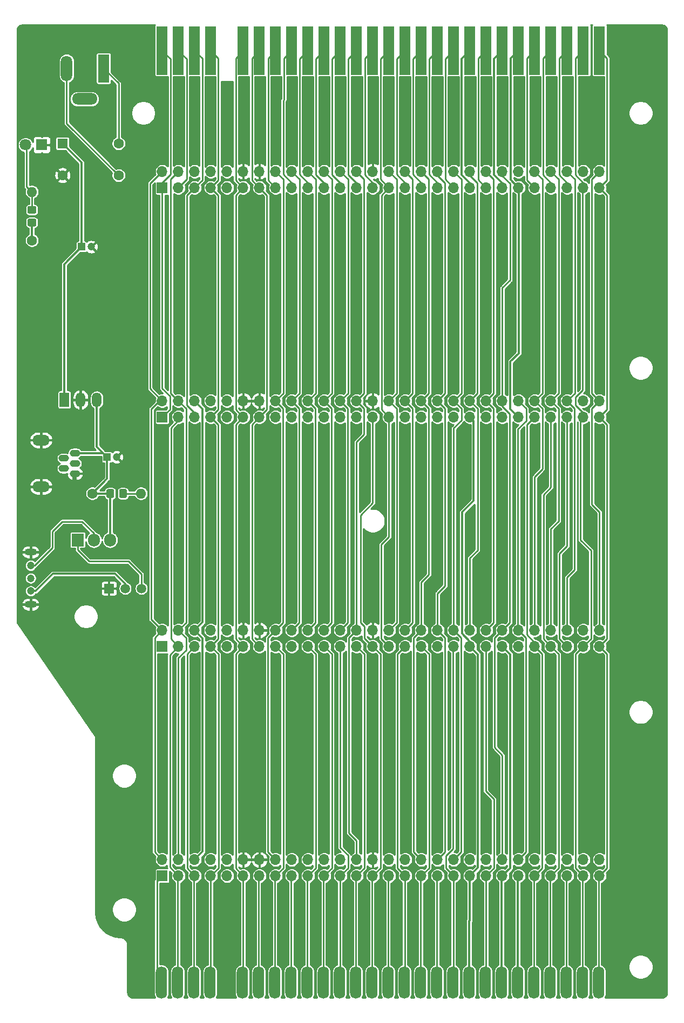
<source format=gbr>
%TF.GenerationSoftware,KiCad,Pcbnew,5.1.12~sunspark9.18*%
%TF.CreationDate,2023-11-23T01:00:00+01:00*%
%TF.ProjectId,ZX_Spectrum_Bus_Expander_1.00,5a585f53-7065-4637-9472-756d5f427573,1.00*%
%TF.SameCoordinates,Original*%
%TF.FileFunction,Copper,L1,Top*%
%TF.FilePolarity,Positive*%
%FSLAX46Y46*%
G04 Gerber Fmt 4.6, Leading zero omitted, Abs format (unit mm)*
G04 Created by KiCad (PCBNEW 5.1.12~sunspark9.18) date 2023-11-23 01:00:00*
%MOMM*%
%LPD*%
G01*
G04 APERTURE LIST*
%TA.AperFunction,ComponentPad*%
%ADD10O,2.700000X1.700000*%
%TD*%
%TA.AperFunction,ComponentPad*%
%ADD11O,1.650000X1.100000*%
%TD*%
%TA.AperFunction,ComponentPad*%
%ADD12C,1.600000*%
%TD*%
%TA.AperFunction,ComponentPad*%
%ADD13O,1.600000X1.600000*%
%TD*%
%TA.AperFunction,ComponentPad*%
%ADD14O,1.700000X1.700000*%
%TD*%
%TA.AperFunction,ComponentPad*%
%ADD15R,1.700000X1.700000*%
%TD*%
%TA.AperFunction,ConnectorPad*%
%ADD16O,1.778000X5.080000*%
%TD*%
%TA.AperFunction,ConnectorPad*%
%ADD17R,1.778000X7.620000*%
%TD*%
%TA.AperFunction,ComponentPad*%
%ADD18R,1.800000X1.800000*%
%TD*%
%TA.AperFunction,ComponentPad*%
%ADD19C,1.800000*%
%TD*%
%TA.AperFunction,ComponentPad*%
%ADD20R,1.600000X1.600000*%
%TD*%
%TA.AperFunction,ComponentPad*%
%ADD21O,4.000000X1.800000*%
%TD*%
%TA.AperFunction,ComponentPad*%
%ADD22O,1.800000X4.000000*%
%TD*%
%TA.AperFunction,ComponentPad*%
%ADD23R,1.800000X4.400000*%
%TD*%
%TA.AperFunction,ComponentPad*%
%ADD24C,1.200000*%
%TD*%
%TA.AperFunction,ComponentPad*%
%ADD25O,1.900000X1.100000*%
%TD*%
%TA.AperFunction,ComponentPad*%
%ADD26R,1.500000X2.300000*%
%TD*%
%TA.AperFunction,ComponentPad*%
%ADD27O,1.500000X2.300000*%
%TD*%
%TA.AperFunction,ComponentPad*%
%ADD28R,1.200000X1.200000*%
%TD*%
%TA.AperFunction,ComponentPad*%
%ADD29R,1.905000X2.000000*%
%TD*%
%TA.AperFunction,ComponentPad*%
%ADD30O,1.905000X2.000000*%
%TD*%
%TA.AperFunction,ComponentPad*%
%ADD31C,1.500000*%
%TD*%
%TA.AperFunction,ComponentPad*%
%ADD32R,1.500000X1.500000*%
%TD*%
%TA.AperFunction,ViaPad*%
%ADD33C,0.600000*%
%TD*%
%TA.AperFunction,Conductor*%
%ADD34C,0.350000*%
%TD*%
%TA.AperFunction,Conductor*%
%ADD35C,0.250000*%
%TD*%
%TA.AperFunction,Conductor*%
%ADD36C,0.254000*%
%TD*%
%TA.AperFunction,Conductor*%
%ADD37C,0.100000*%
%TD*%
G04 APERTURE END LIST*
D10*
%TO.P,J3,6*%
%TO.N,GND*%
X3950000Y-72625000D03*
X3950000Y-65325000D03*
D11*
%TO.P,J3,4*%
%TO.N,Net-(J3-Pad4)*%
X7525000Y-69775000D03*
%TO.P,J3,2*%
%TO.N,Net-(J3-Pad2)*%
X7525000Y-68175000D03*
%TO.P,J3,5*%
%TO.N,GND*%
X9275000Y-70575000D03*
%TO.P,J3,1*%
%TO.N,+VUSB*%
X9275000Y-67375000D03*
%TO.P,J3,3*%
%TO.N,Net-(J3-Pad3)*%
X9275000Y-68975000D03*
%TD*%
D12*
%TO.P,R1,1*%
%TO.N,VCC*%
X2525000Y-34000000D03*
D13*
%TO.P,R1,2*%
%TO.N,Net-(D1-Pad2)*%
X2525000Y-26380000D03*
%TO.P,R1,1*%
%TO.N,VCC*%
%TA.AperFunction,SMDPad,CuDef*%
G36*
G01*
X2975001Y-31790000D02*
X2074999Y-31790000D01*
G75*
G02*
X1825000Y-31540001I0J249999D01*
G01*
X1825000Y-30839999D01*
G75*
G02*
X2074999Y-30590000I249999J0D01*
G01*
X2975001Y-30590000D01*
G75*
G02*
X3225000Y-30839999I0J-249999D01*
G01*
X3225000Y-31540001D01*
G75*
G02*
X2975001Y-31790000I-249999J0D01*
G01*
G37*
%TD.AperFunction*%
%TO.P,R1,2*%
%TO.N,Net-(D1-Pad2)*%
%TA.AperFunction,SMDPad,CuDef*%
G36*
G01*
X2975001Y-29790000D02*
X2074999Y-29790000D01*
G75*
G02*
X1825000Y-29540001I0J249999D01*
G01*
X1825000Y-28839999D01*
G75*
G02*
X2074999Y-28590000I249999J0D01*
G01*
X2975001Y-28590000D01*
G75*
G02*
X3225000Y-28839999I0J-249999D01*
G01*
X3225000Y-29540001D01*
G75*
G02*
X2975001Y-29790000I-249999J0D01*
G01*
G37*
%TD.AperFunction*%
%TD*%
D14*
%TO.P,J5,56*%
%TO.N,A11*%
X91539000Y-59164000D03*
%TO.P,J5,55*%
%TO.N,RESET*%
X91539000Y-61704000D03*
%TO.P,J5,54*%
%TO.N,A9*%
X88999000Y-59164000D03*
%TO.P,J5,53*%
%TO.N,A10*%
X88999000Y-61704000D03*
%TO.P,J5,52*%
%TO.N,~BUSACK*%
X86459000Y-59164000D03*
%TO.P,J5,51*%
%TO.N,A8*%
X86459000Y-61704000D03*
%TO.P,J5,50*%
%TO.N,~ROMCS*%
X83919000Y-59164000D03*
%TO.P,J5,49*%
%TO.N,~RFSH*%
X83919000Y-61704000D03*
%TO.P,J5,48*%
%TO.N,A4*%
X81379000Y-59164000D03*
%TO.P,J5,47*%
%TO.N,~M1*%
X81379000Y-61704000D03*
%TO.P,J5,46*%
%TO.N,A5*%
X78839000Y-59164000D03*
%TO.P,J5,45*%
%TO.N,12VAC*%
X78839000Y-61704000D03*
%TO.P,J5,44*%
%TO.N,A6*%
X76299000Y-59164000D03*
%TO.P,J5,43*%
%TO.N,+12V*%
X76299000Y-61704000D03*
%TO.P,J5,42*%
%TO.N,A7*%
X73759000Y-59164000D03*
%TO.P,J5,41*%
%TO.N,~WAIT*%
X73759000Y-61704000D03*
%TO.P,J5,40*%
%TO.N,~RESET*%
X71219000Y-59164000D03*
%TO.P,J5,39*%
%TO.N,-5V*%
X71219000Y-61704000D03*
%TO.P,J5,38*%
%TO.N,~BUSRQ*%
X68679000Y-59164000D03*
%TO.P,J5,37*%
%TO.N,~WR*%
X68679000Y-61704000D03*
%TO.P,J5,36*%
%TO.N,U*%
X66139000Y-59164000D03*
%TO.P,J5,35*%
%TO.N,~RD*%
X66139000Y-61704000D03*
%TO.P,J5,34*%
%TO.N,V*%
X63599000Y-59164000D03*
%TO.P,J5,33*%
%TO.N,~IORQ*%
X63599000Y-61704000D03*
%TO.P,J5,32*%
%TO.N,Y*%
X61059000Y-59164000D03*
%TO.P,J5,31*%
%TO.N,~MREQ*%
X61059000Y-61704000D03*
%TO.P,J5,30*%
%TO.N,~OE_ROM2*%
X58519000Y-59164000D03*
%TO.P,J5,29*%
%TO.N,~HALT*%
X58519000Y-61704000D03*
%TO.P,J5,28*%
%TO.N,GND*%
X55979000Y-59164000D03*
%TO.P,J5,27*%
%TO.N,~NMI*%
X55979000Y-61704000D03*
%TO.P,J5,26*%
%TO.N,~IOREQGE*%
X53439000Y-59164000D03*
%TO.P,J5,25*%
%TO.N,~INT*%
X53439000Y-61704000D03*
%TO.P,J5,24*%
%TO.N,A3*%
X50899000Y-59164000D03*
%TO.P,J5,23*%
%TO.N,D4*%
X50899000Y-61704000D03*
%TO.P,J5,22*%
%TO.N,A2*%
X48359000Y-59164000D03*
%TO.P,J5,21*%
%TO.N,D3*%
X48359000Y-61704000D03*
%TO.P,J5,20*%
%TO.N,A1*%
X45819000Y-59164000D03*
%TO.P,J5,19*%
%TO.N,D5*%
X45819000Y-61704000D03*
%TO.P,J5,18*%
%TO.N,A0*%
X43279000Y-59164000D03*
%TO.P,J5,17*%
%TO.N,D6*%
X43279000Y-61704000D03*
%TO.P,J5,16*%
%TO.N,~CLK*%
X40739000Y-59164000D03*
%TO.P,J5,15*%
%TO.N,D2*%
X40739000Y-61704000D03*
%TO.P,J5,14*%
%TO.N,GND*%
X38199000Y-59164000D03*
%TO.P,J5,13*%
%TO.N,D1*%
X38199000Y-61704000D03*
%TO.P,J5,12*%
%TO.N,GND*%
X35659000Y-59164000D03*
%TO.P,J5,11*%
%TO.N,D0*%
X35659000Y-61704000D03*
%TO.P,J5,10*%
%TO.N,Net-(J5-Pad10)*%
X33119000Y-59164000D03*
%TO.P,J5,9*%
%TO.N,Net-(J5-Pad9)*%
X33119000Y-61704000D03*
%TO.P,J5,8*%
%TO.N,+9V*%
X30579000Y-59164000D03*
%TO.P,J5,7*%
%TO.N,~OE_ROM1*%
X30579000Y-61704000D03*
%TO.P,J5,6*%
%TO.N,VCC*%
X28039000Y-59164000D03*
%TO.P,J5,5*%
%TO.N,D7*%
X28039000Y-61704000D03*
%TO.P,J5,4*%
%TO.N,A12*%
X25499000Y-59164000D03*
%TO.P,J5,3*%
%TO.N,A13*%
X25499000Y-61704000D03*
%TO.P,J5,2*%
%TO.N,A14*%
X22959000Y-59164000D03*
D15*
%TO.P,J5,1*%
%TO.N,A15*%
X22959000Y-61704000D03*
%TD*%
D14*
%TO.P,J6,56*%
%TO.N,A11*%
X91539000Y-95164000D03*
%TO.P,J6,55*%
%TO.N,RESET*%
X91539000Y-97704000D03*
%TO.P,J6,54*%
%TO.N,A9*%
X88999000Y-95164000D03*
%TO.P,J6,53*%
%TO.N,A10*%
X88999000Y-97704000D03*
%TO.P,J6,52*%
%TO.N,~BUSACK*%
X86459000Y-95164000D03*
%TO.P,J6,51*%
%TO.N,A8*%
X86459000Y-97704000D03*
%TO.P,J6,50*%
%TO.N,~ROMCS*%
X83919000Y-95164000D03*
%TO.P,J6,49*%
%TO.N,~RFSH*%
X83919000Y-97704000D03*
%TO.P,J6,48*%
%TO.N,A4*%
X81379000Y-95164000D03*
%TO.P,J6,47*%
%TO.N,~M1*%
X81379000Y-97704000D03*
%TO.P,J6,46*%
%TO.N,A5*%
X78839000Y-95164000D03*
%TO.P,J6,45*%
%TO.N,12VAC*%
X78839000Y-97704000D03*
%TO.P,J6,44*%
%TO.N,A6*%
X76299000Y-95164000D03*
%TO.P,J6,43*%
%TO.N,+12V*%
X76299000Y-97704000D03*
%TO.P,J6,42*%
%TO.N,A7*%
X73759000Y-95164000D03*
%TO.P,J6,41*%
%TO.N,~WAIT*%
X73759000Y-97704000D03*
%TO.P,J6,40*%
%TO.N,~RESET*%
X71219000Y-95164000D03*
%TO.P,J6,39*%
%TO.N,-5V*%
X71219000Y-97704000D03*
%TO.P,J6,38*%
%TO.N,~BUSRQ*%
X68679000Y-95164000D03*
%TO.P,J6,37*%
%TO.N,~WR*%
X68679000Y-97704000D03*
%TO.P,J6,36*%
%TO.N,U*%
X66139000Y-95164000D03*
%TO.P,J6,35*%
%TO.N,~RD*%
X66139000Y-97704000D03*
%TO.P,J6,34*%
%TO.N,V*%
X63599000Y-95164000D03*
%TO.P,J6,33*%
%TO.N,~IORQ*%
X63599000Y-97704000D03*
%TO.P,J6,32*%
%TO.N,Y*%
X61059000Y-95164000D03*
%TO.P,J6,31*%
%TO.N,~MREQ*%
X61059000Y-97704000D03*
%TO.P,J6,30*%
%TO.N,~OE_ROM2*%
X58519000Y-95164000D03*
%TO.P,J6,29*%
%TO.N,~HALT*%
X58519000Y-97704000D03*
%TO.P,J6,28*%
%TO.N,GND*%
X55979000Y-95164000D03*
%TO.P,J6,27*%
%TO.N,~NMI*%
X55979000Y-97704000D03*
%TO.P,J6,26*%
%TO.N,~IOREQGE*%
X53439000Y-95164000D03*
%TO.P,J6,25*%
%TO.N,~INT*%
X53439000Y-97704000D03*
%TO.P,J6,24*%
%TO.N,A3*%
X50899000Y-95164000D03*
%TO.P,J6,23*%
%TO.N,D4*%
X50899000Y-97704000D03*
%TO.P,J6,22*%
%TO.N,A2*%
X48359000Y-95164000D03*
%TO.P,J6,21*%
%TO.N,D3*%
X48359000Y-97704000D03*
%TO.P,J6,20*%
%TO.N,A1*%
X45819000Y-95164000D03*
%TO.P,J6,19*%
%TO.N,D5*%
X45819000Y-97704000D03*
%TO.P,J6,18*%
%TO.N,A0*%
X43279000Y-95164000D03*
%TO.P,J6,17*%
%TO.N,D6*%
X43279000Y-97704000D03*
%TO.P,J6,16*%
%TO.N,~CLK*%
X40739000Y-95164000D03*
%TO.P,J6,15*%
%TO.N,D2*%
X40739000Y-97704000D03*
%TO.P,J6,14*%
%TO.N,GND*%
X38199000Y-95164000D03*
%TO.P,J6,13*%
%TO.N,D1*%
X38199000Y-97704000D03*
%TO.P,J6,12*%
%TO.N,GND*%
X35659000Y-95164000D03*
%TO.P,J6,11*%
%TO.N,D0*%
X35659000Y-97704000D03*
%TO.P,J6,10*%
%TO.N,Net-(J6-Pad10)*%
X33119000Y-95164000D03*
%TO.P,J6,9*%
%TO.N,Net-(J6-Pad9)*%
X33119000Y-97704000D03*
%TO.P,J6,8*%
%TO.N,+9V*%
X30579000Y-95164000D03*
%TO.P,J6,7*%
%TO.N,~OE_ROM1*%
X30579000Y-97704000D03*
%TO.P,J6,6*%
%TO.N,VCC*%
X28039000Y-95164000D03*
%TO.P,J6,5*%
%TO.N,D7*%
X28039000Y-97704000D03*
%TO.P,J6,4*%
%TO.N,A12*%
X25499000Y-95164000D03*
%TO.P,J6,3*%
%TO.N,A13*%
X25499000Y-97704000D03*
%TO.P,J6,2*%
%TO.N,A14*%
X22959000Y-95164000D03*
D15*
%TO.P,J6,1*%
%TO.N,A15*%
X22959000Y-97704000D03*
%TD*%
D14*
%TO.P,J7,56*%
%TO.N,A11*%
X91539000Y-131164000D03*
%TO.P,J7,55*%
%TO.N,RESET*%
X91539000Y-133704000D03*
%TO.P,J7,54*%
%TO.N,A9*%
X88999000Y-131164000D03*
%TO.P,J7,53*%
%TO.N,A10*%
X88999000Y-133704000D03*
%TO.P,J7,52*%
%TO.N,~BUSACK*%
X86459000Y-131164000D03*
%TO.P,J7,51*%
%TO.N,A8*%
X86459000Y-133704000D03*
%TO.P,J7,50*%
%TO.N,~ROMCS*%
X83919000Y-131164000D03*
%TO.P,J7,49*%
%TO.N,~RFSH*%
X83919000Y-133704000D03*
%TO.P,J7,48*%
%TO.N,A4*%
X81379000Y-131164000D03*
%TO.P,J7,47*%
%TO.N,~M1*%
X81379000Y-133704000D03*
%TO.P,J7,46*%
%TO.N,A5*%
X78839000Y-131164000D03*
%TO.P,J7,45*%
%TO.N,12VAC*%
X78839000Y-133704000D03*
%TO.P,J7,44*%
%TO.N,A6*%
X76299000Y-131164000D03*
%TO.P,J7,43*%
%TO.N,+12V*%
X76299000Y-133704000D03*
%TO.P,J7,42*%
%TO.N,A7*%
X73759000Y-131164000D03*
%TO.P,J7,41*%
%TO.N,~WAIT*%
X73759000Y-133704000D03*
%TO.P,J7,40*%
%TO.N,~RESET*%
X71219000Y-131164000D03*
%TO.P,J7,39*%
%TO.N,-5V*%
X71219000Y-133704000D03*
%TO.P,J7,38*%
%TO.N,~BUSRQ*%
X68679000Y-131164000D03*
%TO.P,J7,37*%
%TO.N,~WR*%
X68679000Y-133704000D03*
%TO.P,J7,36*%
%TO.N,U*%
X66139000Y-131164000D03*
%TO.P,J7,35*%
%TO.N,~RD*%
X66139000Y-133704000D03*
%TO.P,J7,34*%
%TO.N,V*%
X63599000Y-131164000D03*
%TO.P,J7,33*%
%TO.N,~IORQ*%
X63599000Y-133704000D03*
%TO.P,J7,32*%
%TO.N,Y*%
X61059000Y-131164000D03*
%TO.P,J7,31*%
%TO.N,~MREQ*%
X61059000Y-133704000D03*
%TO.P,J7,30*%
%TO.N,~OE_ROM2*%
X58519000Y-131164000D03*
%TO.P,J7,29*%
%TO.N,~HALT*%
X58519000Y-133704000D03*
%TO.P,J7,28*%
%TO.N,GND*%
X55979000Y-131164000D03*
%TO.P,J7,27*%
%TO.N,~NMI*%
X55979000Y-133704000D03*
%TO.P,J7,26*%
%TO.N,~IOREQGE*%
X53439000Y-131164000D03*
%TO.P,J7,25*%
%TO.N,~INT*%
X53439000Y-133704000D03*
%TO.P,J7,24*%
%TO.N,A3*%
X50899000Y-131164000D03*
%TO.P,J7,23*%
%TO.N,D4*%
X50899000Y-133704000D03*
%TO.P,J7,22*%
%TO.N,A2*%
X48359000Y-131164000D03*
%TO.P,J7,21*%
%TO.N,D3*%
X48359000Y-133704000D03*
%TO.P,J7,20*%
%TO.N,A1*%
X45819000Y-131164000D03*
%TO.P,J7,19*%
%TO.N,D5*%
X45819000Y-133704000D03*
%TO.P,J7,18*%
%TO.N,A0*%
X43279000Y-131164000D03*
%TO.P,J7,17*%
%TO.N,D6*%
X43279000Y-133704000D03*
%TO.P,J7,16*%
%TO.N,~CLK*%
X40739000Y-131164000D03*
%TO.P,J7,15*%
%TO.N,D2*%
X40739000Y-133704000D03*
%TO.P,J7,14*%
%TO.N,GND*%
X38199000Y-131164000D03*
%TO.P,J7,13*%
%TO.N,D1*%
X38199000Y-133704000D03*
%TO.P,J7,12*%
%TO.N,GND*%
X35659000Y-131164000D03*
%TO.P,J7,11*%
%TO.N,D0*%
X35659000Y-133704000D03*
%TO.P,J7,10*%
%TO.N,Net-(J7-Pad10)*%
X33119000Y-131164000D03*
%TO.P,J7,9*%
%TO.N,Net-(J7-Pad9)*%
X33119000Y-133704000D03*
%TO.P,J7,8*%
%TO.N,+9V*%
X30579000Y-131164000D03*
%TO.P,J7,7*%
%TO.N,~OE_ROM1*%
X30579000Y-133704000D03*
%TO.P,J7,6*%
%TO.N,VCC*%
X28039000Y-131164000D03*
%TO.P,J7,5*%
%TO.N,D7*%
X28039000Y-133704000D03*
%TO.P,J7,4*%
%TO.N,A12*%
X25499000Y-131164000D03*
%TO.P,J7,3*%
%TO.N,A13*%
X25499000Y-133704000D03*
%TO.P,J7,2*%
%TO.N,A14*%
X22959000Y-131164000D03*
D15*
%TO.P,J7,1*%
%TO.N,A15*%
X22959000Y-133704000D03*
%TD*%
D14*
%TO.P,J4,56*%
%TO.N,A11*%
X91539000Y-23164000D03*
%TO.P,J4,55*%
%TO.N,RESET*%
X91539000Y-25704000D03*
%TO.P,J4,54*%
%TO.N,A9*%
X88999000Y-23164000D03*
%TO.P,J4,53*%
%TO.N,A10*%
X88999000Y-25704000D03*
%TO.P,J4,52*%
%TO.N,~BUSACK*%
X86459000Y-23164000D03*
%TO.P,J4,51*%
%TO.N,A8*%
X86459000Y-25704000D03*
%TO.P,J4,50*%
%TO.N,~ROMCS*%
X83919000Y-23164000D03*
%TO.P,J4,49*%
%TO.N,~RFSH*%
X83919000Y-25704000D03*
%TO.P,J4,48*%
%TO.N,A4*%
X81379000Y-23164000D03*
%TO.P,J4,47*%
%TO.N,~M1*%
X81379000Y-25704000D03*
%TO.P,J4,46*%
%TO.N,A5*%
X78839000Y-23164000D03*
%TO.P,J4,45*%
%TO.N,12VAC*%
X78839000Y-25704000D03*
%TO.P,J4,44*%
%TO.N,A6*%
X76299000Y-23164000D03*
%TO.P,J4,43*%
%TO.N,+12V*%
X76299000Y-25704000D03*
%TO.P,J4,42*%
%TO.N,A7*%
X73759000Y-23164000D03*
%TO.P,J4,41*%
%TO.N,~WAIT*%
X73759000Y-25704000D03*
%TO.P,J4,40*%
%TO.N,~RESET*%
X71219000Y-23164000D03*
%TO.P,J4,39*%
%TO.N,-5V*%
X71219000Y-25704000D03*
%TO.P,J4,38*%
%TO.N,~BUSRQ*%
X68679000Y-23164000D03*
%TO.P,J4,37*%
%TO.N,~WR*%
X68679000Y-25704000D03*
%TO.P,J4,36*%
%TO.N,U*%
X66139000Y-23164000D03*
%TO.P,J4,35*%
%TO.N,~RD*%
X66139000Y-25704000D03*
%TO.P,J4,34*%
%TO.N,V*%
X63599000Y-23164000D03*
%TO.P,J4,33*%
%TO.N,~IORQ*%
X63599000Y-25704000D03*
%TO.P,J4,32*%
%TO.N,Y*%
X61059000Y-23164000D03*
%TO.P,J4,31*%
%TO.N,~MREQ*%
X61059000Y-25704000D03*
%TO.P,J4,30*%
%TO.N,~OE_ROM2*%
X58519000Y-23164000D03*
%TO.P,J4,29*%
%TO.N,~HALT*%
X58519000Y-25704000D03*
%TO.P,J4,28*%
%TO.N,GND*%
X55979000Y-23164000D03*
%TO.P,J4,27*%
%TO.N,~NMI*%
X55979000Y-25704000D03*
%TO.P,J4,26*%
%TO.N,~IOREQGE*%
X53439000Y-23164000D03*
%TO.P,J4,25*%
%TO.N,~INT*%
X53439000Y-25704000D03*
%TO.P,J4,24*%
%TO.N,A3*%
X50899000Y-23164000D03*
%TO.P,J4,23*%
%TO.N,D4*%
X50899000Y-25704000D03*
%TO.P,J4,22*%
%TO.N,A2*%
X48359000Y-23164000D03*
%TO.P,J4,21*%
%TO.N,D3*%
X48359000Y-25704000D03*
%TO.P,J4,20*%
%TO.N,A1*%
X45819000Y-23164000D03*
%TO.P,J4,19*%
%TO.N,D5*%
X45819000Y-25704000D03*
%TO.P,J4,18*%
%TO.N,A0*%
X43279000Y-23164000D03*
%TO.P,J4,17*%
%TO.N,D6*%
X43279000Y-25704000D03*
%TO.P,J4,16*%
%TO.N,~CLK*%
X40739000Y-23164000D03*
%TO.P,J4,15*%
%TO.N,D2*%
X40739000Y-25704000D03*
%TO.P,J4,14*%
%TO.N,GND*%
X38199000Y-23164000D03*
%TO.P,J4,13*%
%TO.N,D1*%
X38199000Y-25704000D03*
%TO.P,J4,12*%
%TO.N,GND*%
X35659000Y-23164000D03*
%TO.P,J4,11*%
%TO.N,D0*%
X35659000Y-25704000D03*
%TO.P,J4,10*%
%TO.N,Net-(J4-Pad10)*%
X33119000Y-23164000D03*
%TO.P,J4,9*%
%TO.N,Net-(J4-Pad9)*%
X33119000Y-25704000D03*
%TO.P,J4,8*%
%TO.N,+9V*%
X30579000Y-23164000D03*
%TO.P,J4,7*%
%TO.N,~OE_ROM1*%
X30579000Y-25704000D03*
%TO.P,J4,6*%
%TO.N,VCC*%
X28039000Y-23164000D03*
%TO.P,J4,5*%
%TO.N,D7*%
X28039000Y-25704000D03*
%TO.P,J4,4*%
%TO.N,A12*%
X25499000Y-23164000D03*
%TO.P,J4,3*%
%TO.N,A13*%
X25499000Y-25704000D03*
%TO.P,J4,2*%
%TO.N,A14*%
X22959000Y-23164000D03*
D15*
%TO.P,J4,1*%
%TO.N,A15*%
X22959000Y-25704000D03*
%TD*%
D16*
%TO.P,J8,U28*%
%TO.N,RESET*%
X91412000Y-150434000D03*
%TO.P,J8,U27*%
%TO.N,A10*%
X88872000Y-150434000D03*
%TO.P,J8,U26*%
%TO.N,A8*%
X86332000Y-150434000D03*
%TO.P,J8,U25*%
%TO.N,~RFSH*%
X83792000Y-150434000D03*
%TO.P,J8,U24*%
%TO.N,~M1*%
X81252000Y-150434000D03*
%TO.P,J8,U23*%
%TO.N,12VAC*%
X78712000Y-150434000D03*
%TO.P,J8,U22*%
%TO.N,+12V*%
X76172000Y-150434000D03*
%TO.P,J8,U21*%
%TO.N,~WAIT*%
X73632000Y-150434000D03*
%TO.P,J8,U20*%
%TO.N,-5V*%
X71092000Y-150434000D03*
%TO.P,J8,U19*%
%TO.N,~WR*%
X68552000Y-150434000D03*
%TO.P,J8,U18*%
%TO.N,~RD*%
X66012000Y-150434000D03*
%TO.P,J8,U17*%
%TO.N,~IORQ*%
X63472000Y-150434000D03*
%TO.P,J8,U16*%
%TO.N,~MREQ*%
X60932000Y-150434000D03*
%TO.P,J8,U15*%
%TO.N,~HALT*%
X58392000Y-150434000D03*
%TO.P,J8,U14*%
%TO.N,~NMI*%
X55852000Y-150434000D03*
%TO.P,J8,U13*%
%TO.N,~INT*%
X53312000Y-150434000D03*
%TO.P,J8,U12*%
%TO.N,D4*%
X50772000Y-150434000D03*
%TO.P,J8,U11*%
%TO.N,D3*%
X48232000Y-150434000D03*
%TO.P,J8,U10*%
%TO.N,D5*%
X45692000Y-150434000D03*
%TO.P,J8,U9*%
%TO.N,D6*%
X43152000Y-150434000D03*
%TO.P,J8,U8*%
%TO.N,D2*%
X40612000Y-150434000D03*
%TO.P,J8,U7*%
%TO.N,D1*%
X38072000Y-150434000D03*
%TO.P,J8,U6*%
%TO.N,D0*%
X35532000Y-150434000D03*
%TO.P,J8,U4*%
%TO.N,~OE_ROM1*%
X30452000Y-150434000D03*
%TO.P,J8,U3*%
%TO.N,D7*%
X27912000Y-150434000D03*
%TO.P,J8,U2*%
%TO.N,A13*%
X25372000Y-150434000D03*
%TO.P,J8,U1*%
%TO.N,A15*%
X22832000Y-150434000D03*
%TD*%
D17*
%TO.P,J2,U1*%
%TO.N,A15*%
X22959000Y-4191000D03*
%TO.P,J2,U2*%
%TO.N,A13*%
X25499000Y-4191000D03*
%TO.P,J2,U3*%
%TO.N,D7*%
X28039000Y-4191000D03*
%TO.P,J2,U4*%
%TO.N,~OE_ROM1*%
X30579000Y-4191000D03*
%TO.P,J2,U6*%
%TO.N,D0*%
X35659000Y-4191000D03*
%TO.P,J2,U7*%
%TO.N,D1*%
X38199000Y-4191000D03*
%TO.P,J2,U8*%
%TO.N,D2*%
X40739000Y-4191000D03*
%TO.P,J2,U9*%
%TO.N,D6*%
X43279000Y-4191000D03*
%TO.P,J2,U10*%
%TO.N,D5*%
X45819000Y-4191000D03*
%TO.P,J2,U11*%
%TO.N,D3*%
X48359000Y-4191000D03*
%TO.P,J2,U12*%
%TO.N,D4*%
X50899000Y-4191000D03*
%TO.P,J2,U13*%
%TO.N,~INT*%
X53439000Y-4191000D03*
%TO.P,J2,U14*%
%TO.N,~NMI*%
X55979000Y-4191000D03*
%TO.P,J2,U15*%
%TO.N,~HALT*%
X58519000Y-4191000D03*
%TO.P,J2,U16*%
%TO.N,~MREQ*%
X61059000Y-4191000D03*
%TO.P,J2,U17*%
%TO.N,~IORQ*%
X63599000Y-4191000D03*
%TO.P,J2,U18*%
%TO.N,~RD*%
X66139000Y-4191000D03*
%TO.P,J2,U19*%
%TO.N,~WR*%
X68679000Y-4191000D03*
%TO.P,J2,U20*%
%TO.N,-5V*%
X71219000Y-4191000D03*
%TO.P,J2,U21*%
%TO.N,~WAIT*%
X73759000Y-4191000D03*
%TO.P,J2,U22*%
%TO.N,+12V*%
X76299000Y-4191000D03*
%TO.P,J2,U23*%
%TO.N,12VAC*%
X78839000Y-4191000D03*
%TO.P,J2,U24*%
%TO.N,~M1*%
X81379000Y-4191000D03*
%TO.P,J2,U25*%
%TO.N,~RFSH*%
X83919000Y-4191000D03*
%TO.P,J2,U26*%
%TO.N,A8*%
X86459000Y-4191000D03*
%TO.P,J2,U27*%
%TO.N,A10*%
X88999000Y-4191000D03*
%TO.P,J2,U28*%
%TO.N,RESET*%
X91539000Y-4191000D03*
%TD*%
D18*
%TO.P,D1,1*%
%TO.N,GND*%
X4065000Y-19000000D03*
D19*
%TO.P,D1,2*%
%TO.N,Net-(D1-Pad2)*%
X1525000Y-19000000D03*
%TA.AperFunction,SMDPad,CuDef*%
G36*
G01*
X2265000Y-18549999D02*
X2265000Y-19450001D01*
G75*
G02*
X2015001Y-19700000I-249999J0D01*
G01*
X1364999Y-19700000D01*
G75*
G02*
X1115000Y-19450001I0J249999D01*
G01*
X1115000Y-18549999D01*
G75*
G02*
X1364999Y-18300000I249999J0D01*
G01*
X2015001Y-18300000D01*
G75*
G02*
X2265000Y-18549999I0J-249999D01*
G01*
G37*
%TD.AperFunction*%
%TO.P,D1,1*%
%TO.N,GND*%
%TA.AperFunction,SMDPad,CuDef*%
G36*
G01*
X4315000Y-18549999D02*
X4315000Y-19450001D01*
G75*
G02*
X4065001Y-19700000I-249999J0D01*
G01*
X3414999Y-19700000D01*
G75*
G02*
X3165000Y-19450001I0J249999D01*
G01*
X3165000Y-18549999D01*
G75*
G02*
X3414999Y-18300000I249999J0D01*
G01*
X4065001Y-18300000D01*
G75*
G02*
X4315000Y-18549999I0J-249999D01*
G01*
G37*
%TD.AperFunction*%
%TD*%
D20*
%TO.P,D2,1*%
%TO.N,VIN*%
X7325000Y-18780000D03*
D12*
%TO.P,D2,2*%
%TO.N,GND*%
X7325000Y-23780000D03*
%TO.P,D2,3*%
%TO.N,Net-(D2-Pad3)*%
X16125000Y-23780000D03*
%TO.P,D2,4*%
%TO.N,Net-(D2-Pad4)*%
X16125000Y-18780000D03*
%TD*%
D21*
%TO.P,J1,3*%
%TO.N,N/C*%
X10775000Y-11800000D03*
D22*
%TO.P,J1,2*%
%TO.N,Net-(D2-Pad3)*%
X7975000Y-7000000D03*
D23*
%TO.P,J1,1*%
%TO.N,Net-(D2-Pad4)*%
X13775000Y-7000000D03*
%TD*%
D24*
%TO.P,SW1,1*%
%TO.N,+5V*%
X2325000Y-89000000D03*
%TO.P,SW1,2*%
%TO.N,VCC*%
X2325000Y-87000000D03*
%TO.P,SW1,3*%
%TO.N,Net-(Q1-Pad2)*%
X2325000Y-85000000D03*
D25*
%TO.P,SW1,S*%
%TO.N,GND*%
X2325000Y-91100000D03*
X2325000Y-82900000D03*
%TD*%
D26*
%TO.P,VR1,1*%
%TO.N,VIN*%
X7610000Y-59000000D03*
D27*
%TO.P,VR1,2*%
%TO.N,GND*%
X10150000Y-59000000D03*
%TO.P,VR1,3*%
%TO.N,+VUSB*%
X12690000Y-59000000D03*
%TD*%
D28*
%TO.P,C1,1*%
%TO.N,VIN*%
X10325000Y-35000000D03*
D24*
%TO.P,C1,2*%
%TO.N,GND*%
X11825000Y-35000000D03*
%TD*%
%TO.P,C2,2*%
%TO.N,GND*%
X15825000Y-68000000D03*
D28*
%TO.P,C2,1*%
%TO.N,+VUSB*%
X14325000Y-68000000D03*
%TD*%
D29*
%TO.P,Q1,1*%
%TO.N,Net-(Q1-Pad1)*%
X9700000Y-81000000D03*
D30*
%TO.P,Q1,2*%
%TO.N,Net-(Q1-Pad2)*%
X12240000Y-81000000D03*
%TO.P,Q1,3*%
%TO.N,+VUSB*%
X14780000Y-81000000D03*
%TD*%
D31*
%TO.P,Q2,2*%
%TO.N,+5V*%
X17140000Y-88600000D03*
%TO.P,Q2,3*%
%TO.N,Net-(Q1-Pad1)*%
X19680000Y-88600000D03*
D32*
%TO.P,Q2,1*%
%TO.N,GND*%
X14600000Y-88600000D03*
%TD*%
D12*
%TO.P,R2,1*%
%TO.N,+VUSB*%
X12000000Y-73700000D03*
D13*
%TO.P,R2,2*%
%TO.N,Net-(Q1-Pad1)*%
X19620000Y-73700000D03*
%TO.P,R2,1*%
%TO.N,+VUSB*%
%TA.AperFunction,SMDPad,CuDef*%
G36*
G01*
X14210000Y-74150001D02*
X14210000Y-73249999D01*
G75*
G02*
X14459999Y-73000000I249999J0D01*
G01*
X15160001Y-73000000D01*
G75*
G02*
X15410000Y-73249999I0J-249999D01*
G01*
X15410000Y-74150001D01*
G75*
G02*
X15160001Y-74400000I-249999J0D01*
G01*
X14459999Y-74400000D01*
G75*
G02*
X14210000Y-74150001I0J249999D01*
G01*
G37*
%TD.AperFunction*%
%TO.P,R2,2*%
%TO.N,Net-(Q1-Pad1)*%
%TA.AperFunction,SMDPad,CuDef*%
G36*
G01*
X16210000Y-74150001D02*
X16210000Y-73249999D01*
G75*
G02*
X16459999Y-73000000I249999J0D01*
G01*
X17160001Y-73000000D01*
G75*
G02*
X17410000Y-73249999I0J-249999D01*
G01*
X17410000Y-74150001D01*
G75*
G02*
X17160001Y-74400000I-249999J0D01*
G01*
X16459999Y-74400000D01*
G75*
G02*
X16210000Y-74150001I0J249999D01*
G01*
G37*
%TD.AperFunction*%
%TD*%
D33*
%TO.N,GND*%
X18000000Y-38000000D03*
X28000000Y-41000000D03*
X26000000Y-44000000D03*
X33000000Y-44000000D03*
X43000000Y-42000000D03*
X46000000Y-40000000D03*
X48000000Y-47000000D03*
X51000000Y-39000000D03*
X59000000Y-43000000D03*
X61000000Y-36000000D03*
X63000000Y-50000000D03*
X66000000Y-40000000D03*
X69000000Y-45000000D03*
X71000000Y-35000000D03*
X74000000Y-41000000D03*
X76439000Y-37048000D03*
X33000000Y-10000000D03*
X41400000Y-10800000D03*
X42600000Y-12400000D03*
X45180000Y-17308000D03*
X47714000Y-10864000D03*
X50268000Y-13710000D03*
X52799000Y-8992000D03*
X22045000Y-48940000D03*
X23622000Y-46222000D03*
X57880000Y-9349000D03*
X60393000Y-13935000D03*
X62945000Y-17891000D03*
X65486000Y-8635000D03*
X68034000Y-11181000D03*
X31091000Y-9100000D03*
X29878000Y-12638000D03*
X23639000Y-9238000D03*
X24930000Y-15856000D03*
X26161000Y-11319000D03*
X27616000Y-8725000D03*
X28462000Y-15642000D03*
X70624000Y-13928000D03*
X73207000Y-17843000D03*
X53970000Y-45949000D03*
X20100000Y-71382000D03*
X25567000Y-76951000D03*
X23022000Y-123535000D03*
X23055000Y-115041000D03*
X24862000Y-104567000D03*
X26209000Y-119782000D03*
X28040000Y-110235000D03*
X30629000Y-116759000D03*
X33333000Y-113770000D03*
X40779000Y-107623000D03*
X22957000Y-146829000D03*
X24772000Y-139961000D03*
X26060000Y-140291000D03*
X32928000Y-150379000D03*
X41239000Y-139068000D03*
X42556000Y-141490000D03*
X45081000Y-146907000D03*
X46386000Y-139006000D03*
X46940000Y-147726000D03*
X48928000Y-139937000D03*
X50187000Y-141132000D03*
X28538000Y-139066000D03*
X29188000Y-147621000D03*
X51459000Y-139207000D03*
X52067000Y-147723000D03*
X57557000Y-142485000D03*
X38428000Y-115580000D03*
X40967000Y-121208000D03*
X43343000Y-111594000D03*
X45657000Y-103885000D03*
X48330000Y-123577000D03*
X50222000Y-108088000D03*
X53691000Y-103245000D03*
X52807000Y-129475000D03*
X58593000Y-114021000D03*
X40753000Y-73874000D03*
X43142000Y-70635000D03*
X45668000Y-68713000D03*
X48303000Y-66956000D03*
X50742000Y-88011000D03*
X61038000Y-83284000D03*
X63543000Y-77136000D03*
X54769000Y-70974000D03*
X58632000Y-82010000D03*
X33269000Y-74671000D03*
X30450000Y-87910000D03*
X28078000Y-67089000D03*
X60343000Y-144533000D03*
X61627000Y-147258000D03*
X76933000Y-12361000D03*
X78301000Y-8642000D03*
X79563000Y-16960000D03*
X80814000Y-13792000D03*
X83337000Y-9084000D03*
X85877000Y-11632000D03*
X88417000Y-17931000D03*
X89705000Y-13506000D03*
X94413000Y-10159000D03*
X64229000Y-88963000D03*
X66505000Y-66818000D03*
X66773000Y-91255000D03*
X78209000Y-41280000D03*
X78973000Y-53332000D03*
X81328000Y-37720000D03*
X83757000Y-34437000D03*
X86319000Y-41600000D03*
X91582000Y-44455000D03*
X88276000Y-48241000D03*
X89556000Y-54346000D03*
X61123000Y-126496000D03*
X63078000Y-132428000D03*
X66172000Y-106601000D03*
X63430000Y-119155000D03*
X68033000Y-71675000D03*
X69316000Y-74742000D03*
X70878000Y-69656000D03*
X71482000Y-81394000D03*
X71936000Y-85869000D03*
X73963000Y-90293000D03*
X78120000Y-87121000D03*
X79379000Y-71413000D03*
X71173000Y-121596000D03*
X67943000Y-103858000D03*
X69203000Y-113622000D03*
X62886000Y-144084000D03*
X64171000Y-141206000D03*
X65426000Y-147087000D03*
X67972000Y-139549000D03*
X74298000Y-124993000D03*
X74323000Y-107145000D03*
X76451000Y-113089000D03*
X79005000Y-117672000D03*
X81323000Y-103855000D03*
X73132000Y-147096000D03*
X81395000Y-67869000D03*
X82932000Y-71626000D03*
X84127000Y-75668000D03*
X85134000Y-80635000D03*
X86438000Y-83609000D03*
X88129000Y-88364000D03*
X89495000Y-73493000D03*
X92033000Y-75540000D03*
X74402000Y-140580000D03*
X74967000Y-143647000D03*
X77791000Y-147244000D03*
X80236000Y-144383000D03*
X81933000Y-142018000D03*
X82463000Y-144419000D03*
X84476000Y-144852000D03*
X85071000Y-147785000D03*
X87003000Y-140875000D03*
X87603000Y-144447000D03*
X89553000Y-142404000D03*
X90343000Y-145899000D03*
X81902000Y-120847000D03*
X83206000Y-116689000D03*
X84490000Y-107888000D03*
X86416000Y-112729000D03*
X89189000Y-125521000D03*
X91572000Y-108546000D03*
X71769000Y-144384000D03*
X70498000Y-140070000D03*
X18045000Y-99638000D03*
X22254000Y-79745000D03*
X23661000Y-87671000D03*
%TD*%
D34*
%TO.N,GND*%
X9000000Y-70575000D02*
X9000000Y-72098000D01*
X8473000Y-72625000D02*
X3950000Y-72625000D01*
X9000000Y-72098000D02*
X8473000Y-72625000D01*
D35*
%TO.N,A11*%
X91539000Y-23164000D02*
X90348400Y-24354600D01*
X90348400Y-24354600D02*
X90348400Y-57973400D01*
X90348400Y-57973400D02*
X91539000Y-59164000D01*
X91539000Y-76637000D02*
X91539000Y-95164000D01*
X90348400Y-75446400D02*
X91539000Y-76637000D01*
X90348400Y-60354600D02*
X90348400Y-75446400D01*
X91539000Y-59164000D02*
X90348400Y-60354600D01*
%TO.N,A4*%
X81379000Y-23164000D02*
X82569600Y-24354600D01*
X82569600Y-24354600D02*
X82569600Y-57973400D01*
X82569600Y-57973400D02*
X81379000Y-59164000D01*
X81379000Y-71073000D02*
X81379000Y-95164000D01*
X82569600Y-69882400D02*
X81379000Y-71073000D01*
X82569600Y-60354600D02*
X82569600Y-69882400D01*
X81379000Y-59164000D02*
X82569600Y-60354600D01*
%TO.N,A5*%
X78839000Y-95164000D02*
X80014100Y-96339100D01*
X80014100Y-96339100D02*
X80014100Y-129988900D01*
X80014100Y-129988900D02*
X78839000Y-131164000D01*
X78747000Y-63578600D02*
X78747000Y-95072000D01*
X80029600Y-62296000D02*
X78747000Y-63578600D01*
X80029600Y-60354600D02*
X80029600Y-62296000D01*
X78747000Y-95072000D02*
X78839000Y-95164000D01*
X78839000Y-59164000D02*
X80029600Y-60354600D01*
%TO.N,A6*%
X76299000Y-95164000D02*
X77474200Y-93988800D01*
X77474200Y-93988800D02*
X77474200Y-61217200D01*
X77474200Y-61217200D02*
X76299000Y-60042000D01*
X76299000Y-60042000D02*
X76299000Y-59164000D01*
X76299000Y-41437000D02*
X76299000Y-59164000D01*
X77515000Y-40221000D02*
X76299000Y-41437000D01*
X77515000Y-25087400D02*
X77515000Y-40221000D01*
X76299000Y-23871400D02*
X77515000Y-25087400D01*
X76299000Y-23164000D02*
X76299000Y-23871400D01*
X75108400Y-96354600D02*
X76299000Y-95164000D01*
X75108400Y-113571400D02*
X75108400Y-96354600D01*
X76299000Y-114762000D02*
X75108400Y-113571400D01*
X76299000Y-131164000D02*
X76299000Y-114762000D01*
%TO.N,A7*%
X73759000Y-59164000D02*
X74934200Y-60339200D01*
X74934200Y-60339200D02*
X74934200Y-93988800D01*
X74934200Y-93988800D02*
X73759000Y-95164000D01*
X73759000Y-23164000D02*
X74939600Y-24344600D01*
X74939600Y-24344600D02*
X74939600Y-57983400D01*
X74939600Y-57983400D02*
X73759000Y-59164000D01*
%TO.N,A10*%
X88999000Y-133704000D02*
X87800400Y-132505400D01*
X87800400Y-132505400D02*
X87800400Y-98902600D01*
X87800400Y-98902600D02*
X88999000Y-97704000D01*
X88872000Y-150434000D02*
X88872000Y-133831000D01*
X88872000Y-133831000D02*
X88999000Y-133704000D01*
X88999000Y-4191000D02*
X87790600Y-5399400D01*
X87790600Y-5399400D02*
X87790600Y-23738200D01*
X87790600Y-23738200D02*
X88999000Y-24946600D01*
X88999000Y-24946600D02*
X88999000Y-25704000D01*
X88999000Y-61067300D02*
X88999000Y-61704000D01*
X87790600Y-59858900D02*
X88999000Y-61067300D01*
X87790600Y-58589800D02*
X87790600Y-59858900D01*
X88905000Y-57475400D02*
X87790600Y-58589800D01*
X88905000Y-25798000D02*
X88905000Y-57475400D01*
X88999000Y-25704000D02*
X88905000Y-25798000D01*
X90193200Y-96509800D02*
X88999000Y-97704000D01*
X88562000Y-81012000D02*
X90193200Y-82643200D01*
X88562000Y-62141000D02*
X88562000Y-81012000D01*
X90193200Y-82643200D02*
X90193200Y-96509800D01*
X88999000Y-61704000D02*
X88562000Y-62141000D01*
%TO.N,A8*%
X86332000Y-150434000D02*
X86332000Y-133831000D01*
X86332000Y-133831000D02*
X86459000Y-133704000D01*
X86459000Y-4191000D02*
X85250600Y-5399400D01*
X85250600Y-5399400D02*
X85250600Y-23738200D01*
X85250600Y-23738200D02*
X86459000Y-24946600D01*
X86459000Y-24946600D02*
X86459000Y-25704000D01*
X85274800Y-96519800D02*
X86459000Y-97704000D01*
X85274800Y-83102200D02*
X85274800Y-96519800D01*
X86459000Y-81918000D02*
X85274800Y-83102200D01*
X86459000Y-61704000D02*
X86459000Y-81918000D01*
D34*
%TO.N,+12V*%
X76299000Y-97704000D02*
X77545000Y-98950000D01*
X77545000Y-98950000D02*
X77545000Y-132458000D01*
X77545000Y-132458000D02*
X76299000Y-133704000D01*
X76299000Y-133704000D02*
X76172000Y-133831000D01*
X76172000Y-133831000D02*
X76172000Y-150434000D01*
X76299000Y-4191000D02*
X75029000Y-5461000D01*
X75029000Y-5461000D02*
X75029000Y-23676700D01*
X75029000Y-23676700D02*
X76299000Y-24946700D01*
X76299000Y-24946700D02*
X76299000Y-25704000D01*
%TO.N,-5V*%
X71219000Y-97704000D02*
X72489000Y-98974000D01*
X72489000Y-98974000D02*
X72489000Y-132434000D01*
X72489000Y-132434000D02*
X71219000Y-133704000D01*
X71219000Y-4191000D02*
X69949000Y-5461000D01*
X69949000Y-5461000D02*
X69949000Y-23676700D01*
X69949000Y-23676700D02*
X71219000Y-24946700D01*
X71219000Y-24946700D02*
X71219000Y-25704000D01*
X69993800Y-95671500D02*
X71219000Y-96896700D01*
X69993800Y-76651800D02*
X69993800Y-95671500D01*
X71219000Y-96896700D02*
X71219000Y-97704000D01*
X71812000Y-62297000D02*
X71812000Y-74833600D01*
X71812000Y-74833600D02*
X69993800Y-76651800D01*
X71219000Y-61704000D02*
X71812000Y-62297000D01*
X71083000Y-140818000D02*
X71083000Y-150425000D01*
X71184000Y-140717000D02*
X71083000Y-140818000D01*
X71083000Y-150425000D02*
X71092000Y-150434000D01*
X71184000Y-133739000D02*
X71184000Y-140717000D01*
X71219000Y-133704000D02*
X71184000Y-133739000D01*
D35*
%TO.N,U*%
X66139000Y-23164000D02*
X66139000Y-23800700D01*
X66139000Y-23800700D02*
X67314200Y-24975900D01*
X67314200Y-24975900D02*
X67314200Y-57988800D01*
X67314200Y-57988800D02*
X66139000Y-59164000D01*
X66139000Y-131164000D02*
X67314200Y-129988800D01*
X67314200Y-129988800D02*
X67314200Y-96339200D01*
X67314200Y-96339200D02*
X66139000Y-95164000D01*
X67314200Y-60339200D02*
X66139000Y-59164000D01*
X67314200Y-88188800D02*
X67314200Y-60339200D01*
X66139000Y-89364000D02*
X67314200Y-88188800D01*
X66139000Y-95164000D02*
X66139000Y-89364000D01*
%TO.N,V*%
X63599000Y-23164000D02*
X64774200Y-24339200D01*
X64774200Y-24339200D02*
X64774200Y-57988800D01*
X64774200Y-57988800D02*
X63599000Y-59164000D01*
X63599000Y-131164000D02*
X62408400Y-129973400D01*
X62408400Y-129973400D02*
X62408400Y-96354600D01*
X62408400Y-96354600D02*
X63599000Y-95164000D01*
X64774200Y-60339200D02*
X63599000Y-59164000D01*
X64774200Y-86470800D02*
X64774200Y-60339200D01*
X63599000Y-87646000D02*
X64774200Y-86470800D01*
X63599000Y-95164000D02*
X63599000Y-87646000D01*
%TO.N,Y*%
X61059000Y-23164000D02*
X62234200Y-24339200D01*
X62234200Y-24339200D02*
X62234200Y-57988800D01*
X62234200Y-57988800D02*
X61059000Y-59164000D01*
X61059000Y-95164000D02*
X62234200Y-93988800D01*
X62234200Y-93988800D02*
X62234200Y-60339200D01*
X62234200Y-60339200D02*
X61059000Y-59164000D01*
%TO.N,A3*%
X50899000Y-59164000D02*
X52074200Y-60339200D01*
X52074200Y-60339200D02*
X52074200Y-93988800D01*
X52074200Y-93988800D02*
X50899000Y-95164000D01*
X50899000Y-23164000D02*
X52089600Y-24354600D01*
X52089600Y-24354600D02*
X52089600Y-57973400D01*
X52089600Y-57973400D02*
X50899000Y-59164000D01*
%TO.N,A2*%
X48359000Y-59164000D02*
X49534200Y-60339200D01*
X49534200Y-60339200D02*
X49534200Y-93988800D01*
X49534200Y-93988800D02*
X48359000Y-95164000D01*
X48359000Y-23164000D02*
X49549600Y-24354600D01*
X49549600Y-24354600D02*
X49549600Y-57973400D01*
X49549600Y-57973400D02*
X48359000Y-59164000D01*
%TO.N,A1*%
X45819000Y-59164000D02*
X46994200Y-60339200D01*
X46994200Y-60339200D02*
X46994200Y-93988800D01*
X46994200Y-93988800D02*
X45819000Y-95164000D01*
X45819000Y-23164000D02*
X47009600Y-24354600D01*
X47009600Y-24354600D02*
X47009600Y-57973400D01*
X47009600Y-57973400D02*
X45819000Y-59164000D01*
%TO.N,A0*%
X43279000Y-59164000D02*
X44454200Y-60339200D01*
X44454200Y-60339200D02*
X44454200Y-93988800D01*
X44454200Y-93988800D02*
X43279000Y-95164000D01*
X43279000Y-23164000D02*
X44469600Y-24354600D01*
X44469600Y-24354600D02*
X44469600Y-57973400D01*
X44469600Y-57973400D02*
X43279000Y-59164000D01*
D34*
%TO.N,+5V*%
X3136000Y-89000000D02*
X2325000Y-89000000D01*
X5829000Y-86307000D02*
X3136000Y-89000000D01*
X17140000Y-87886000D02*
X15561000Y-86307000D01*
X15561000Y-86307000D02*
X5829000Y-86307000D01*
X17140000Y-88600000D02*
X17140000Y-87886000D01*
D35*
%TO.N,A12*%
X25499000Y-95164000D02*
X26689600Y-96354600D01*
X26689600Y-96354600D02*
X26689600Y-98296000D01*
X26689600Y-98296000D02*
X25499000Y-99486600D01*
X25499000Y-99486600D02*
X25499000Y-131164000D01*
X25499000Y-59164000D02*
X26689600Y-60354600D01*
X26689600Y-60354600D02*
X26689600Y-93973400D01*
X26689600Y-93973400D02*
X25499000Y-95164000D01*
X25499000Y-23164000D02*
X24310800Y-24352200D01*
X24310800Y-24352200D02*
X24310800Y-57975800D01*
X24310800Y-57975800D02*
X25499000Y-59164000D01*
%TO.N,A14*%
X22959000Y-95164000D02*
X21783800Y-96339200D01*
X21783800Y-96339200D02*
X21783800Y-129988800D01*
X21783800Y-129988800D02*
X22959000Y-131164000D01*
X21047000Y-57252000D02*
X22959000Y-59164000D01*
X21047000Y-25076000D02*
X21047000Y-57252000D01*
X22959000Y-23164000D02*
X21047000Y-25076000D01*
X22494000Y-59164000D02*
X22959000Y-59164000D01*
X21249000Y-60409000D02*
X22494000Y-59164000D01*
X21249000Y-93454000D02*
X21249000Y-60409000D01*
X22959000Y-95164000D02*
X21249000Y-93454000D01*
%TO.N,D4*%
X50899000Y-97704000D02*
X50899000Y-129260700D01*
X50899000Y-129260700D02*
X52089600Y-130451300D01*
X52089600Y-130451300D02*
X52089600Y-132513400D01*
X52089600Y-132513400D02*
X50899000Y-133704000D01*
X50899000Y-24946600D02*
X50899000Y-25704000D01*
X49628000Y-23675600D02*
X50899000Y-24946600D01*
X49628000Y-5462000D02*
X49628000Y-23675600D01*
X50899000Y-4191000D02*
X49628000Y-5462000D01*
X50819000Y-150387000D02*
X50772000Y-150434000D01*
X50819000Y-133784000D02*
X50819000Y-150387000D01*
X50899000Y-133704000D02*
X50819000Y-133784000D01*
%TO.N,D3*%
X48359000Y-97704000D02*
X49557800Y-98902800D01*
X49557800Y-98902800D02*
X49557800Y-132505200D01*
X49557800Y-132505200D02*
X48359000Y-133704000D01*
X48232000Y-150434000D02*
X48232000Y-133831000D01*
X48232000Y-133831000D02*
X48359000Y-133704000D01*
X48359000Y-24946600D02*
X48359000Y-25704000D01*
X47078000Y-23665600D02*
X48359000Y-24946600D01*
X47078000Y-5472000D02*
X47078000Y-23665600D01*
X48359000Y-4191000D02*
X47078000Y-5472000D01*
%TO.N,D5*%
X45819000Y-97704000D02*
X47017800Y-98902800D01*
X47017800Y-98902800D02*
X47017800Y-132505200D01*
X47017800Y-132505200D02*
X45819000Y-133704000D01*
X45819000Y-24946600D02*
X45819000Y-25704000D01*
X44503000Y-23630600D02*
X45819000Y-24946600D01*
X44503000Y-5507000D02*
X44503000Y-23630600D01*
X45819000Y-4191000D02*
X44503000Y-5507000D01*
X45710000Y-133813000D02*
X45819000Y-133704000D01*
X45710000Y-150416000D02*
X45710000Y-133813000D01*
X45692000Y-150434000D02*
X45710000Y-150416000D01*
%TO.N,D6*%
X41935000Y-23602600D02*
X43279000Y-24946600D01*
X42070600Y-11912400D02*
X41935000Y-12048000D01*
X43279000Y-24946600D02*
X43279000Y-25704000D01*
X42070600Y-5399400D02*
X42070600Y-11912400D01*
X41935000Y-12048000D02*
X41935000Y-23602600D01*
X43279000Y-4191000D02*
X42070600Y-5399400D01*
X43193000Y-150393000D02*
X43152000Y-150434000D01*
X43193000Y-133790000D02*
X43193000Y-150393000D01*
X43279000Y-133704000D02*
X43193000Y-133790000D01*
%TO.N,D2*%
X40739000Y-4191000D02*
X39559000Y-5371000D01*
X39559000Y-5371000D02*
X39559000Y-24524000D01*
X39559000Y-24524000D02*
X40739000Y-25704000D01*
X40739000Y-97704000D02*
X41937800Y-98902800D01*
X41937800Y-98902800D02*
X41937800Y-132505200D01*
X41937800Y-132505200D02*
X40739000Y-133704000D01*
X40612000Y-150434000D02*
X40612000Y-133831000D01*
X40612000Y-133831000D02*
X40739000Y-133704000D01*
%TO.N,D1*%
X38199000Y-4191000D02*
X37018200Y-5371800D01*
X37018200Y-5371800D02*
X37018200Y-24523200D01*
X37018200Y-24523200D02*
X38199000Y-25704000D01*
X38199000Y-61704000D02*
X37023800Y-62879200D01*
X37023800Y-62879200D02*
X37023800Y-96528800D01*
X37023800Y-96528800D02*
X38199000Y-97704000D01*
X38199000Y-25704000D02*
X39378800Y-26883800D01*
X39378800Y-26883800D02*
X39378800Y-60524200D01*
X39378800Y-60524200D02*
X38199000Y-61704000D01*
X38072000Y-150434000D02*
X38072000Y-133831000D01*
X38072000Y-133831000D02*
X38199000Y-133704000D01*
%TO.N,D0*%
X35659000Y-4191000D02*
X34478900Y-5371100D01*
X34478900Y-5371100D02*
X34478900Y-24523900D01*
X34478900Y-24523900D02*
X35659000Y-25704000D01*
X35659000Y-25704000D02*
X34478900Y-26884100D01*
X34478900Y-26884100D02*
X34478900Y-60523900D01*
X34478900Y-60523900D02*
X35659000Y-61704000D01*
X35659000Y-61704000D02*
X34483800Y-62879200D01*
X34483800Y-62879200D02*
X34483800Y-96528800D01*
X34483800Y-96528800D02*
X35659000Y-97704000D01*
X35659000Y-133704000D02*
X34483800Y-132528800D01*
X34483800Y-132528800D02*
X34483800Y-98879200D01*
X34483800Y-98879200D02*
X35659000Y-97704000D01*
X35532000Y-150434000D02*
X35659000Y-150307000D01*
X35659000Y-150307000D02*
X35659000Y-133704000D01*
%TO.N,D7*%
X28039000Y-4191000D02*
X29229600Y-5381600D01*
X29229600Y-5381600D02*
X29229600Y-24513400D01*
X29229600Y-24513400D02*
X28039000Y-25704000D01*
X28039000Y-61704000D02*
X28039000Y-61067300D01*
X28039000Y-61067300D02*
X26848800Y-59877100D01*
X26848800Y-59877100D02*
X26848800Y-26894200D01*
X26848800Y-26894200D02*
X28039000Y-25704000D01*
X27912000Y-150434000D02*
X27912000Y-133831000D01*
X27912000Y-133831000D02*
X28039000Y-133704000D01*
X26859000Y-132524000D02*
X28039000Y-133704000D01*
X26859000Y-98884000D02*
X26859000Y-132524000D01*
X28039000Y-97704000D02*
X26859000Y-98884000D01*
%TO.N,A13*%
X26823000Y-24380000D02*
X25499000Y-25704000D01*
X26823000Y-5515000D02*
X26823000Y-24380000D01*
X25499000Y-4191000D02*
X26823000Y-5515000D01*
X24156000Y-99047000D02*
X25499000Y-97704000D01*
X24156000Y-132361000D02*
X24156000Y-99047000D01*
X25499000Y-133704000D02*
X24156000Y-132361000D01*
X25398000Y-133805000D02*
X25499000Y-133704000D01*
X25398000Y-150408000D02*
X25398000Y-133805000D01*
X25372000Y-150434000D02*
X25398000Y-150408000D01*
X24323800Y-96528800D02*
X25499000Y-97704000D01*
X24323800Y-63369200D02*
X24323800Y-96528800D01*
X25499000Y-62194000D02*
X24323800Y-63369200D01*
X25499000Y-61704000D02*
X25499000Y-62194000D01*
%TO.N,A15*%
X22959000Y-25704000D02*
X22959000Y-57260700D01*
X22959000Y-57260700D02*
X24155000Y-58456700D01*
X24155000Y-58456700D02*
X24155000Y-60508000D01*
X24155000Y-60508000D02*
X22959000Y-61704000D01*
X22959000Y-24946600D02*
X22959000Y-25704000D01*
X24276000Y-23629600D02*
X22959000Y-24946600D01*
X24276000Y-5508000D02*
X24276000Y-23629600D01*
X22959000Y-4191000D02*
X24276000Y-5508000D01*
X22133000Y-149735000D02*
X22133000Y-134530000D01*
X22133000Y-134530000D02*
X22959000Y-133704000D01*
X22832000Y-150434000D02*
X22133000Y-149735000D01*
D34*
%TO.N,12VAC*%
X78839000Y-4191000D02*
X77613800Y-5416200D01*
X77613800Y-5416200D02*
X77613800Y-24478800D01*
X77613800Y-24478800D02*
X78839000Y-25704000D01*
X78839000Y-133704000D02*
X78712000Y-133831000D01*
X78712000Y-133831000D02*
X78712000Y-150434000D01*
X78885000Y-25750000D02*
X78839000Y-25704000D01*
X78885000Y-51721000D02*
X78885000Y-25750000D01*
X77569000Y-53037000D02*
X78885000Y-51721000D01*
X77569000Y-60434000D02*
X77569000Y-53037000D01*
X78839000Y-61704000D02*
X77569000Y-60434000D01*
D35*
%TO.N,RESET*%
X91539000Y-97704000D02*
X92714200Y-96528800D01*
X92714200Y-96528800D02*
X92714200Y-62879200D01*
X92714200Y-62879200D02*
X91539000Y-61704000D01*
X91539000Y-133704000D02*
X92714200Y-132528800D01*
X92714200Y-132528800D02*
X92714200Y-98879200D01*
X92714200Y-98879200D02*
X91539000Y-97704000D01*
X91412000Y-150434000D02*
X91412000Y-133831000D01*
X91412000Y-133831000D02*
X91539000Y-133704000D01*
X91539000Y-25704000D02*
X92723200Y-26888200D01*
X92723200Y-26888200D02*
X92723200Y-60519800D01*
X92723200Y-60519800D02*
X91539000Y-61704000D01*
X91539000Y-25704000D02*
X92727600Y-24515400D01*
X92727600Y-24515400D02*
X92727600Y-5379600D01*
X92727600Y-5379600D02*
X91539000Y-4191000D01*
D34*
%TO.N,VIN*%
X10325000Y-35000000D02*
X7610000Y-37715000D01*
X7610000Y-37715000D02*
X7610000Y-59000000D01*
X10325000Y-35000000D02*
X10325000Y-21780000D01*
X10325000Y-21780000D02*
X7325000Y-18780000D01*
D35*
%TO.N,Net-(D1-Pad2)*%
X1690000Y-19000000D02*
X1690000Y-25545000D01*
X1690000Y-25545000D02*
X2525000Y-26380000D01*
X1525000Y-19000000D02*
X1690000Y-19000000D01*
X2525000Y-26380000D02*
X2525000Y-29190000D01*
%TO.N,Net-(D2-Pad3)*%
X7975000Y-7000000D02*
X7975000Y-15630000D01*
X7975000Y-15630000D02*
X16125000Y-23780000D01*
%TO.N,Net-(D2-Pad4)*%
X13775000Y-7000000D02*
X16125000Y-9350000D01*
X16125000Y-9350000D02*
X16125000Y-18780000D01*
D34*
%TO.N,VCC*%
X28039000Y-59164000D02*
X29309000Y-60434000D01*
X29309000Y-60434000D02*
X29309000Y-93894000D01*
X29309000Y-93894000D02*
X28039000Y-95164000D01*
X28039000Y-95164000D02*
X29309000Y-96434000D01*
X29309000Y-96434000D02*
X29309000Y-129894000D01*
X29309000Y-129894000D02*
X28039000Y-131164000D01*
X2525000Y-34000000D02*
X2525000Y-31190000D01*
%TO.N,+VUSB*%
X12691000Y-66366000D02*
X14325000Y-68000000D01*
X12691000Y-59001000D02*
X12691000Y-66366000D01*
X12690000Y-59000000D02*
X12691000Y-59001000D01*
X12000000Y-73700000D02*
X14810000Y-73700000D01*
X14325000Y-71375000D02*
X12000000Y-73700000D01*
X14325000Y-68000000D02*
X14325000Y-71375000D01*
X14780000Y-73730000D02*
X14810000Y-73700000D01*
X14780000Y-81000000D02*
X14780000Y-73730000D01*
X9014000Y-67389000D02*
X9000000Y-67375000D01*
X13714000Y-67389000D02*
X9014000Y-67389000D01*
X14325000Y-68000000D02*
X13714000Y-67389000D01*
D35*
%TO.N,~OE_ROM1*%
X30579000Y-25704000D02*
X31759100Y-26884100D01*
X31759100Y-26884100D02*
X31759100Y-60523900D01*
X31759100Y-60523900D02*
X30579000Y-61704000D01*
X30579000Y-4191000D02*
X31759100Y-5371100D01*
X31759100Y-5371100D02*
X31759100Y-24523900D01*
X31759100Y-24523900D02*
X30579000Y-25704000D01*
X30579000Y-61704000D02*
X31754200Y-62879200D01*
X31754200Y-62879200D02*
X31754200Y-96528800D01*
X31754200Y-96528800D02*
X30579000Y-97704000D01*
X30579000Y-133704000D02*
X31769600Y-132513400D01*
X31769600Y-132513400D02*
X31769600Y-98894600D01*
X31769600Y-98894600D02*
X30579000Y-97704000D01*
X30452000Y-150434000D02*
X30579000Y-150307000D01*
X30579000Y-150307000D02*
X30579000Y-133704000D01*
%TO.N,~INT*%
X53439000Y-97704000D02*
X54637800Y-98902800D01*
X54637800Y-98902800D02*
X54637800Y-132505200D01*
X54637800Y-132505200D02*
X53439000Y-133704000D01*
X53312000Y-150434000D02*
X53312000Y-133831000D01*
X53312000Y-133831000D02*
X53439000Y-133704000D01*
X53439000Y-24946600D02*
X53439000Y-25704000D01*
X52171000Y-23678600D02*
X53439000Y-24946600D01*
X52171000Y-5459000D02*
X52171000Y-23678600D01*
X53439000Y-4191000D02*
X52171000Y-5459000D01*
%TO.N,~NMI*%
X55979000Y-97704000D02*
X57177800Y-98902800D01*
X57177800Y-98902800D02*
X57177800Y-132505200D01*
X57177800Y-132505200D02*
X55979000Y-133704000D01*
X55979000Y-61704000D02*
X55979000Y-75160200D01*
X55979000Y-75160200D02*
X54050400Y-77088800D01*
X54050400Y-77088800D02*
X54050400Y-93964400D01*
X54050400Y-93964400D02*
X54667700Y-94581700D01*
X54667700Y-94581700D02*
X54667700Y-96392700D01*
X54667700Y-96392700D02*
X55979000Y-97704000D01*
X55852000Y-150434000D02*
X55852000Y-133831000D01*
X55852000Y-133831000D02*
X55979000Y-133704000D01*
X55979000Y-4191000D02*
X54770600Y-5399400D01*
X54770600Y-5399400D02*
X54770600Y-23738200D01*
X54770600Y-23738200D02*
X55979000Y-24946600D01*
X55979000Y-24946600D02*
X55979000Y-25704000D01*
%TO.N,~HALT*%
X58519000Y-61704000D02*
X57343800Y-60528800D01*
X57343800Y-60528800D02*
X57343800Y-26879200D01*
X57343800Y-26879200D02*
X58519000Y-25704000D01*
X58519000Y-97704000D02*
X57330500Y-96515500D01*
X57330500Y-96515500D02*
X57330500Y-81714400D01*
X57330500Y-81714400D02*
X58519000Y-80525900D01*
X58519000Y-80525900D02*
X58519000Y-61704000D01*
X58392000Y-150434000D02*
X58392000Y-133831000D01*
X58392000Y-133831000D02*
X58519000Y-133704000D01*
X57200000Y-24385000D02*
X58519000Y-25704000D01*
X57200000Y-5510000D02*
X57200000Y-24385000D01*
X58519000Y-4191000D02*
X57200000Y-5510000D01*
%TO.N,~MREQ*%
X61059000Y-97704000D02*
X59868400Y-98894600D01*
X59868400Y-98894600D02*
X59868400Y-132513400D01*
X59868400Y-132513400D02*
X61059000Y-133704000D01*
X59733000Y-5517000D02*
X59733000Y-23620600D01*
X61059000Y-24946600D02*
X61059000Y-25704000D01*
X59733000Y-23620600D02*
X61059000Y-24946600D01*
X61059000Y-4191000D02*
X59733000Y-5517000D01*
X60993000Y-150373000D02*
X60932000Y-150434000D01*
X60993000Y-133770000D02*
X60993000Y-150373000D01*
X61059000Y-133704000D02*
X60993000Y-133770000D01*
%TO.N,~IORQ*%
X63599000Y-97704000D02*
X64789600Y-98894600D01*
X64789600Y-98894600D02*
X64789600Y-132513400D01*
X64789600Y-132513400D02*
X63599000Y-133704000D01*
X63599000Y-24946600D02*
X63599000Y-25704000D01*
X62282000Y-23629600D02*
X63599000Y-24946600D01*
X62282000Y-5508000D02*
X62282000Y-23629600D01*
X63599000Y-4191000D02*
X62282000Y-5508000D01*
X63511000Y-133792000D02*
X63511000Y-150395000D01*
X63511000Y-150395000D02*
X63472000Y-150434000D01*
X63599000Y-133704000D02*
X63511000Y-133792000D01*
%TO.N,~RD*%
X66139000Y-24946600D02*
X66139000Y-25704000D01*
X64822000Y-23629600D02*
X66139000Y-24946600D01*
X64822000Y-5508000D02*
X64822000Y-23629600D01*
X66139000Y-4191000D02*
X64822000Y-5508000D01*
X66057000Y-133786000D02*
X66139000Y-133704000D01*
X66057000Y-150389000D02*
X66057000Y-133786000D01*
X66012000Y-150434000D02*
X66057000Y-150389000D01*
%TO.N,~CLK*%
X40739000Y-95164000D02*
X39548400Y-96354600D01*
X39548400Y-96354600D02*
X39548400Y-129973400D01*
X39548400Y-129973400D02*
X40739000Y-131164000D01*
X40739000Y-59164000D02*
X41914200Y-60339200D01*
X41914200Y-60339200D02*
X41914200Y-93988800D01*
X41914200Y-93988800D02*
X40739000Y-95164000D01*
X40739000Y-23164000D02*
X41929600Y-24354600D01*
X41929600Y-24354600D02*
X41929600Y-57973400D01*
X41929600Y-57973400D02*
X40739000Y-59164000D01*
%TO.N,~IOREQGE*%
X53439000Y-23164000D02*
X54614200Y-24339200D01*
X54614200Y-24339200D02*
X54614200Y-57988800D01*
X54614200Y-57988800D02*
X53439000Y-59164000D01*
X53439000Y-95164000D02*
X53439000Y-65592000D01*
X53439000Y-65592000D02*
X54614200Y-64416800D01*
X54614200Y-64416800D02*
X54614200Y-60339200D01*
X54614200Y-60339200D02*
X53439000Y-59164000D01*
X52248400Y-96354600D02*
X53439000Y-95164000D01*
X52248400Y-126993400D02*
X52248400Y-96354600D01*
X53439000Y-128184000D02*
X52248400Y-126993400D01*
X53439000Y-131164000D02*
X53439000Y-128184000D01*
%TO.N,~OE_ROM2*%
X58519000Y-59164000D02*
X59736500Y-60381500D01*
X59736500Y-60381500D02*
X59736500Y-93946500D01*
X59736500Y-93946500D02*
X58519000Y-95164000D01*
X58519000Y-23164000D02*
X59709600Y-24354600D01*
X59709600Y-24354600D02*
X59709600Y-57973400D01*
X59709600Y-57973400D02*
X58519000Y-59164000D01*
%TO.N,~WR*%
X67358000Y-24383000D02*
X68679000Y-25704000D01*
X67358000Y-5512000D02*
X67358000Y-24383000D01*
X68679000Y-4191000D02*
X67358000Y-5512000D01*
X68577000Y-97806000D02*
X68679000Y-97704000D01*
X68577000Y-129483300D02*
X68577000Y-97806000D01*
X67469800Y-130590500D02*
X68577000Y-129483300D01*
X67469800Y-132494800D02*
X67469800Y-130590500D01*
X68679000Y-133704000D02*
X67469800Y-132494800D01*
X68600000Y-133783000D02*
X68679000Y-133704000D01*
X68600000Y-150386000D02*
X68600000Y-133783000D01*
X68552000Y-150434000D02*
X68600000Y-150386000D01*
%TO.N,~WAIT*%
X73759000Y-4191000D02*
X72540200Y-5409800D01*
X72540200Y-5409800D02*
X72540200Y-24485200D01*
X72540200Y-24485200D02*
X73759000Y-25704000D01*
X74949600Y-121682600D02*
X74949600Y-132513400D01*
X73680000Y-120413000D02*
X74949600Y-121682600D01*
X73680000Y-97783000D02*
X73680000Y-120413000D01*
X74949600Y-132513400D02*
X73759000Y-133704000D01*
X73759000Y-97704000D02*
X73680000Y-97783000D01*
X73759000Y-150307000D02*
X73632000Y-150434000D01*
X73759000Y-133704000D02*
X73759000Y-150307000D01*
%TO.N,~M1*%
X81379000Y-4191000D02*
X80188400Y-5381600D01*
X80188400Y-5381600D02*
X80188400Y-24513400D01*
X80188400Y-24513400D02*
X81379000Y-25704000D01*
X81379000Y-97704000D02*
X82559600Y-98884600D01*
X82559600Y-98884600D02*
X82559600Y-132523400D01*
X82559600Y-132523400D02*
X81379000Y-133704000D01*
X81379000Y-61704000D02*
X80188400Y-62894600D01*
X80188400Y-62894600D02*
X80188400Y-95876700D01*
X80188400Y-95876700D02*
X81379000Y-97067300D01*
X81379000Y-97067300D02*
X81379000Y-97704000D01*
X81252000Y-150434000D02*
X81252000Y-133831000D01*
X81252000Y-133831000D02*
X81379000Y-133704000D01*
%TO.N,~RFSH*%
X83919000Y-4191000D02*
X82710600Y-5399400D01*
X82710600Y-5399400D02*
X82710600Y-23738200D01*
X82710600Y-23738200D02*
X83919000Y-24946600D01*
X83919000Y-24946600D02*
X83919000Y-25704000D01*
X83919000Y-97704000D02*
X85117800Y-98902800D01*
X85117800Y-98902800D02*
X85117800Y-132505200D01*
X85117800Y-132505200D02*
X83919000Y-133704000D01*
X83792000Y-150434000D02*
X83792000Y-133831000D01*
X83792000Y-133831000D02*
X83919000Y-133704000D01*
X82738900Y-73904100D02*
X82738900Y-96523900D01*
X82738900Y-96523900D02*
X83919000Y-97704000D01*
X83919000Y-72724000D02*
X82738900Y-73904100D01*
X83919000Y-61704000D02*
X83919000Y-72724000D01*
%TO.N,~BUSRQ*%
X68679000Y-59164000D02*
X69869600Y-60354600D01*
X69869600Y-60354600D02*
X69869600Y-62260700D01*
X69869600Y-62260700D02*
X68679000Y-63451300D01*
X68679000Y-63451300D02*
X68679000Y-95164000D01*
X68679000Y-23164000D02*
X69869600Y-24354600D01*
X69869600Y-24354600D02*
X69869600Y-57973400D01*
X69869600Y-57973400D02*
X68679000Y-59164000D01*
X68679000Y-95164000D02*
X69854100Y-96339100D01*
X69854100Y-96339100D02*
X69854100Y-129988900D01*
X69854100Y-129988900D02*
X68679000Y-131164000D01*
%TO.N,~RESET*%
X71219000Y-23164000D02*
X71219000Y-23800700D01*
X71219000Y-23800700D02*
X72394200Y-24975900D01*
X72394200Y-24975900D02*
X72394200Y-57988800D01*
X72394200Y-57988800D02*
X71219000Y-59164000D01*
X72409600Y-60354600D02*
X71219000Y-59164000D01*
X72409600Y-82634400D02*
X72409600Y-60354600D01*
X71219000Y-83825000D02*
X72409600Y-82634400D01*
X71219000Y-95164000D02*
X71219000Y-83825000D01*
%TO.N,~ROMCS*%
X83919000Y-23164000D02*
X85109600Y-24354600D01*
X85109600Y-24354600D02*
X85109600Y-57973400D01*
X85109600Y-57973400D02*
X83919000Y-59164000D01*
X83919000Y-79265000D02*
X83919000Y-95164000D01*
X85109600Y-78074400D02*
X83919000Y-79265000D01*
X85109600Y-60354600D02*
X85109600Y-78074400D01*
X83919000Y-59164000D02*
X85109600Y-60354600D01*
%TO.N,~BUSACK*%
X86459000Y-23164000D02*
X87649600Y-24354600D01*
X87649600Y-24354600D02*
X87649600Y-57973400D01*
X87649600Y-57973400D02*
X86459000Y-59164000D01*
X87634200Y-60339200D02*
X86459000Y-59164000D01*
X87634200Y-85696800D02*
X87634200Y-60339200D01*
X86459000Y-86872000D02*
X87634200Y-85696800D01*
X86459000Y-95164000D02*
X86459000Y-86872000D01*
%TO.N,Net-(Q1-Pad1)*%
X16810000Y-73700000D02*
X19620000Y-73700000D01*
X9700000Y-82524000D02*
X9700000Y-81000000D01*
X11513000Y-84337000D02*
X9700000Y-82524000D01*
X17688000Y-84337000D02*
X11513000Y-84337000D01*
X19680000Y-86329000D02*
X17688000Y-84337000D01*
X19680000Y-88600000D02*
X19680000Y-86329000D01*
%TO.N,Net-(Q1-Pad2)*%
X10388000Y-78106000D02*
X12240000Y-79958000D01*
X7285000Y-78106000D02*
X10388000Y-78106000D01*
X5726000Y-79665000D02*
X7285000Y-78106000D01*
X12240000Y-79958000D02*
X12240000Y-81000000D01*
X5726000Y-82201000D02*
X5726000Y-79665000D01*
X2927000Y-85000000D02*
X5726000Y-82201000D01*
X2325000Y-85000000D02*
X2927000Y-85000000D01*
%TD*%
D36*
%TO.N,GND*%
X61956400Y-129951195D02*
X61954213Y-129973400D01*
X61962940Y-130062007D01*
X61967612Y-130077407D01*
X61988786Y-130147209D01*
X62030757Y-130225732D01*
X62087241Y-130294559D01*
X62104500Y-130308723D01*
X62510939Y-130715162D01*
X62467231Y-130820682D01*
X62422000Y-131048076D01*
X62422000Y-131279924D01*
X62467231Y-131507318D01*
X62555956Y-131721519D01*
X62684764Y-131914294D01*
X62848706Y-132078236D01*
X63041481Y-132207044D01*
X63255682Y-132295769D01*
X63483076Y-132341000D01*
X63714924Y-132341000D01*
X63942318Y-132295769D01*
X64156519Y-132207044D01*
X64337601Y-132086049D01*
X64337601Y-132326175D01*
X64047838Y-132615939D01*
X63942318Y-132572231D01*
X63714924Y-132527000D01*
X63483076Y-132527000D01*
X63255682Y-132572231D01*
X63041481Y-132660956D01*
X62848706Y-132789764D01*
X62684764Y-132953706D01*
X62555956Y-133146481D01*
X62467231Y-133360682D01*
X62422000Y-133588076D01*
X62422000Y-133819924D01*
X62467231Y-134047318D01*
X62555956Y-134261519D01*
X62684764Y-134454294D01*
X62848706Y-134618236D01*
X63041481Y-134747044D01*
X63059000Y-134754301D01*
X63059001Y-147637566D01*
X63004406Y-147654127D01*
X62793158Y-147767041D01*
X62607998Y-147918998D01*
X62456041Y-148104159D01*
X62343127Y-148315407D01*
X62273595Y-148544623D01*
X62256000Y-148723269D01*
X62256001Y-152144732D01*
X62273596Y-152323378D01*
X62343128Y-152552594D01*
X62456042Y-152763842D01*
X62484075Y-152798000D01*
X61919926Y-152798000D01*
X61947959Y-152763842D01*
X62060873Y-152552594D01*
X62130405Y-152323378D01*
X62148000Y-152144732D01*
X62148000Y-148723268D01*
X62130405Y-148544622D01*
X62060873Y-148315406D01*
X61947959Y-148104158D01*
X61796002Y-147918998D01*
X61610841Y-147767041D01*
X61445000Y-147678397D01*
X61445000Y-134818090D01*
X61616519Y-134747044D01*
X61809294Y-134618236D01*
X61973236Y-134454294D01*
X62102044Y-134261519D01*
X62190769Y-134047318D01*
X62236000Y-133819924D01*
X62236000Y-133588076D01*
X62190769Y-133360682D01*
X62102044Y-133146481D01*
X61973236Y-132953706D01*
X61809294Y-132789764D01*
X61616519Y-132660956D01*
X61402318Y-132572231D01*
X61174924Y-132527000D01*
X60943076Y-132527000D01*
X60715682Y-132572231D01*
X60610162Y-132615939D01*
X60320400Y-132326177D01*
X60320400Y-132086050D01*
X60501481Y-132207044D01*
X60715682Y-132295769D01*
X60943076Y-132341000D01*
X61174924Y-132341000D01*
X61402318Y-132295769D01*
X61616519Y-132207044D01*
X61809294Y-132078236D01*
X61973236Y-131914294D01*
X62102044Y-131721519D01*
X62190769Y-131507318D01*
X62236000Y-131279924D01*
X62236000Y-131048076D01*
X62190769Y-130820682D01*
X62102044Y-130606481D01*
X61973236Y-130413706D01*
X61809294Y-130249764D01*
X61616519Y-130120956D01*
X61402318Y-130032231D01*
X61174924Y-129987000D01*
X60943076Y-129987000D01*
X60715682Y-130032231D01*
X60501481Y-130120956D01*
X60320400Y-130241950D01*
X60320400Y-99081823D01*
X60610162Y-98792061D01*
X60715682Y-98835769D01*
X60943076Y-98881000D01*
X61174924Y-98881000D01*
X61402318Y-98835769D01*
X61616519Y-98747044D01*
X61809294Y-98618236D01*
X61956401Y-98471129D01*
X61956400Y-129951195D01*
%TA.AperFunction,Conductor*%
D37*
G36*
X61956400Y-129951195D02*
G01*
X61954213Y-129973400D01*
X61962940Y-130062007D01*
X61967612Y-130077407D01*
X61988786Y-130147209D01*
X62030757Y-130225732D01*
X62087241Y-130294559D01*
X62104500Y-130308723D01*
X62510939Y-130715162D01*
X62467231Y-130820682D01*
X62422000Y-131048076D01*
X62422000Y-131279924D01*
X62467231Y-131507318D01*
X62555956Y-131721519D01*
X62684764Y-131914294D01*
X62848706Y-132078236D01*
X63041481Y-132207044D01*
X63255682Y-132295769D01*
X63483076Y-132341000D01*
X63714924Y-132341000D01*
X63942318Y-132295769D01*
X64156519Y-132207044D01*
X64337601Y-132086049D01*
X64337601Y-132326175D01*
X64047838Y-132615939D01*
X63942318Y-132572231D01*
X63714924Y-132527000D01*
X63483076Y-132527000D01*
X63255682Y-132572231D01*
X63041481Y-132660956D01*
X62848706Y-132789764D01*
X62684764Y-132953706D01*
X62555956Y-133146481D01*
X62467231Y-133360682D01*
X62422000Y-133588076D01*
X62422000Y-133819924D01*
X62467231Y-134047318D01*
X62555956Y-134261519D01*
X62684764Y-134454294D01*
X62848706Y-134618236D01*
X63041481Y-134747044D01*
X63059000Y-134754301D01*
X63059001Y-147637566D01*
X63004406Y-147654127D01*
X62793158Y-147767041D01*
X62607998Y-147918998D01*
X62456041Y-148104159D01*
X62343127Y-148315407D01*
X62273595Y-148544623D01*
X62256000Y-148723269D01*
X62256001Y-152144732D01*
X62273596Y-152323378D01*
X62343128Y-152552594D01*
X62456042Y-152763842D01*
X62484075Y-152798000D01*
X61919926Y-152798000D01*
X61947959Y-152763842D01*
X62060873Y-152552594D01*
X62130405Y-152323378D01*
X62148000Y-152144732D01*
X62148000Y-148723268D01*
X62130405Y-148544622D01*
X62060873Y-148315406D01*
X61947959Y-148104158D01*
X61796002Y-147918998D01*
X61610841Y-147767041D01*
X61445000Y-147678397D01*
X61445000Y-134818090D01*
X61616519Y-134747044D01*
X61809294Y-134618236D01*
X61973236Y-134454294D01*
X62102044Y-134261519D01*
X62190769Y-134047318D01*
X62236000Y-133819924D01*
X62236000Y-133588076D01*
X62190769Y-133360682D01*
X62102044Y-133146481D01*
X61973236Y-132953706D01*
X61809294Y-132789764D01*
X61616519Y-132660956D01*
X61402318Y-132572231D01*
X61174924Y-132527000D01*
X60943076Y-132527000D01*
X60715682Y-132572231D01*
X60610162Y-132615939D01*
X60320400Y-132326177D01*
X60320400Y-132086050D01*
X60501481Y-132207044D01*
X60715682Y-132295769D01*
X60943076Y-132341000D01*
X61174924Y-132341000D01*
X61402318Y-132295769D01*
X61616519Y-132207044D01*
X61809294Y-132078236D01*
X61973236Y-131914294D01*
X62102044Y-131721519D01*
X62190769Y-131507318D01*
X62236000Y-131279924D01*
X62236000Y-131048076D01*
X62190769Y-130820682D01*
X62102044Y-130606481D01*
X61973236Y-130413706D01*
X61809294Y-130249764D01*
X61616519Y-130120956D01*
X61402318Y-130032231D01*
X61174924Y-129987000D01*
X60943076Y-129987000D01*
X60715682Y-130032231D01*
X60501481Y-130120956D01*
X60320400Y-130241950D01*
X60320400Y-99081823D01*
X60610162Y-98792061D01*
X60715682Y-98835769D01*
X60943076Y-98881000D01*
X61174924Y-98881000D01*
X61402318Y-98835769D01*
X61616519Y-98747044D01*
X61809294Y-98618236D01*
X61956401Y-98471129D01*
X61956400Y-129951195D01*
G37*
%TD.AperFunction*%
D36*
X101479809Y-218148D02*
X101628724Y-263108D01*
X101766072Y-336137D01*
X101886617Y-434451D01*
X101985770Y-554308D01*
X102059754Y-691138D01*
X102105752Y-839735D01*
X102123000Y-1003830D01*
X102123001Y-151990110D01*
X102106852Y-152154812D01*
X102061891Y-152303728D01*
X101988864Y-152441071D01*
X101890548Y-152561617D01*
X101770695Y-152660769D01*
X101633862Y-152734754D01*
X101485265Y-152780752D01*
X101321170Y-152798000D01*
X92399926Y-152798000D01*
X92427959Y-152763842D01*
X92540873Y-152552594D01*
X92610405Y-152323378D01*
X92628000Y-152144732D01*
X92628000Y-148723268D01*
X92610405Y-148544622D01*
X92540873Y-148315406D01*
X92427959Y-148104158D01*
X92276002Y-147918998D01*
X92143440Y-147810207D01*
X96073000Y-147810207D01*
X96073000Y-148189793D01*
X96147053Y-148562085D01*
X96292315Y-148912777D01*
X96503201Y-149228391D01*
X96771609Y-149496799D01*
X97087223Y-149707685D01*
X97437915Y-149852947D01*
X97810207Y-149927000D01*
X98189793Y-149927000D01*
X98562085Y-149852947D01*
X98912777Y-149707685D01*
X99228391Y-149496799D01*
X99496799Y-149228391D01*
X99707685Y-148912777D01*
X99852947Y-148562085D01*
X99927000Y-148189793D01*
X99927000Y-147810207D01*
X99852947Y-147437915D01*
X99707685Y-147087223D01*
X99496799Y-146771609D01*
X99228391Y-146503201D01*
X98912777Y-146292315D01*
X98562085Y-146147053D01*
X98189793Y-146073000D01*
X97810207Y-146073000D01*
X97437915Y-146147053D01*
X97087223Y-146292315D01*
X96771609Y-146503201D01*
X96503201Y-146771609D01*
X96292315Y-147087223D01*
X96147053Y-147437915D01*
X96073000Y-147810207D01*
X92143440Y-147810207D01*
X92090841Y-147767041D01*
X91879593Y-147654127D01*
X91864000Y-147649397D01*
X91864000Y-134839413D01*
X91882318Y-134835769D01*
X92096519Y-134747044D01*
X92289294Y-134618236D01*
X92453236Y-134454294D01*
X92582044Y-134261519D01*
X92670769Y-134047318D01*
X92716000Y-133819924D01*
X92716000Y-133588076D01*
X92670769Y-133360682D01*
X92627061Y-133255162D01*
X93018106Y-132864118D01*
X93035359Y-132849959D01*
X93091843Y-132781133D01*
X93133814Y-132702610D01*
X93146450Y-132660956D01*
X93159660Y-132617408D01*
X93168387Y-132528800D01*
X93166200Y-132506595D01*
X93166200Y-107810207D01*
X96073000Y-107810207D01*
X96073000Y-108189793D01*
X96147053Y-108562085D01*
X96292315Y-108912777D01*
X96503201Y-109228391D01*
X96771609Y-109496799D01*
X97087223Y-109707685D01*
X97437915Y-109852947D01*
X97810207Y-109927000D01*
X98189793Y-109927000D01*
X98562085Y-109852947D01*
X98912777Y-109707685D01*
X99228391Y-109496799D01*
X99496799Y-109228391D01*
X99707685Y-108912777D01*
X99852947Y-108562085D01*
X99927000Y-108189793D01*
X99927000Y-107810207D01*
X99852947Y-107437915D01*
X99707685Y-107087223D01*
X99496799Y-106771609D01*
X99228391Y-106503201D01*
X98912777Y-106292315D01*
X98562085Y-106147053D01*
X98189793Y-106073000D01*
X97810207Y-106073000D01*
X97437915Y-106147053D01*
X97087223Y-106292315D01*
X96771609Y-106503201D01*
X96503201Y-106771609D01*
X96292315Y-107087223D01*
X96147053Y-107437915D01*
X96073000Y-107810207D01*
X93166200Y-107810207D01*
X93166200Y-98901405D01*
X93168387Y-98879200D01*
X93159660Y-98790592D01*
X93133814Y-98705390D01*
X93127594Y-98693754D01*
X93091843Y-98626867D01*
X93035359Y-98558041D01*
X93018105Y-98543881D01*
X92627061Y-98152838D01*
X92670769Y-98047318D01*
X92716000Y-97819924D01*
X92716000Y-97588076D01*
X92670769Y-97360682D01*
X92627061Y-97255162D01*
X93018106Y-96864118D01*
X93035359Y-96849959D01*
X93091843Y-96781133D01*
X93133814Y-96702610D01*
X93139578Y-96683610D01*
X93159660Y-96617408D01*
X93168387Y-96528800D01*
X93166200Y-96506595D01*
X93166200Y-62901405D01*
X93168387Y-62879200D01*
X93159660Y-62790592D01*
X93133814Y-62705390D01*
X93120411Y-62680314D01*
X93091843Y-62626867D01*
X93035359Y-62558041D01*
X93018105Y-62543881D01*
X92627061Y-62152838D01*
X92670769Y-62047318D01*
X92716000Y-61819924D01*
X92716000Y-61588076D01*
X92670769Y-61360682D01*
X92627061Y-61255162D01*
X93027105Y-60855119D01*
X93044359Y-60840959D01*
X93100843Y-60772133D01*
X93142814Y-60693610D01*
X93144013Y-60689657D01*
X93168660Y-60608408D01*
X93177387Y-60519800D01*
X93175200Y-60497595D01*
X93175200Y-53810207D01*
X96073000Y-53810207D01*
X96073000Y-54189793D01*
X96147053Y-54562085D01*
X96292315Y-54912777D01*
X96503201Y-55228391D01*
X96771609Y-55496799D01*
X97087223Y-55707685D01*
X97437915Y-55852947D01*
X97810207Y-55927000D01*
X98189793Y-55927000D01*
X98562085Y-55852947D01*
X98912777Y-55707685D01*
X99228391Y-55496799D01*
X99496799Y-55228391D01*
X99707685Y-54912777D01*
X99852947Y-54562085D01*
X99927000Y-54189793D01*
X99927000Y-53810207D01*
X99852947Y-53437915D01*
X99707685Y-53087223D01*
X99496799Y-52771609D01*
X99228391Y-52503201D01*
X98912777Y-52292315D01*
X98562085Y-52147053D01*
X98189793Y-52073000D01*
X97810207Y-52073000D01*
X97437915Y-52147053D01*
X97087223Y-52292315D01*
X96771609Y-52503201D01*
X96503201Y-52771609D01*
X96292315Y-53087223D01*
X96147053Y-53437915D01*
X96073000Y-53810207D01*
X93175200Y-53810207D01*
X93175200Y-26910405D01*
X93177387Y-26888200D01*
X93168660Y-26799592D01*
X93142814Y-26714390D01*
X93140623Y-26710291D01*
X93100843Y-26635867D01*
X93044359Y-26567041D01*
X93027106Y-26552882D01*
X92627061Y-26152838D01*
X92670769Y-26047318D01*
X92716000Y-25819924D01*
X92716000Y-25588076D01*
X92670769Y-25360682D01*
X92627061Y-25255163D01*
X93031512Y-24850713D01*
X93048759Y-24836559D01*
X93105243Y-24767733D01*
X93147214Y-24689210D01*
X93171496Y-24609164D01*
X93173060Y-24604008D01*
X93181787Y-24515401D01*
X93179600Y-24493196D01*
X93179600Y-13810207D01*
X96073000Y-13810207D01*
X96073000Y-14189793D01*
X96147053Y-14562085D01*
X96292315Y-14912777D01*
X96503201Y-15228391D01*
X96771609Y-15496799D01*
X97087223Y-15707685D01*
X97437915Y-15852947D01*
X97810207Y-15927000D01*
X98189793Y-15927000D01*
X98562085Y-15852947D01*
X98912777Y-15707685D01*
X99228391Y-15496799D01*
X99496799Y-15228391D01*
X99707685Y-14912777D01*
X99852947Y-14562085D01*
X99927000Y-14189793D01*
X99927000Y-13810207D01*
X99852947Y-13437915D01*
X99707685Y-13087223D01*
X99496799Y-12771609D01*
X99228391Y-12503201D01*
X98912777Y-12292315D01*
X98562085Y-12147053D01*
X98189793Y-12073000D01*
X97810207Y-12073000D01*
X97437915Y-12147053D01*
X97087223Y-12292315D01*
X96771609Y-12503201D01*
X96503201Y-12771609D01*
X96292315Y-13087223D01*
X96147053Y-13437915D01*
X96073000Y-13810207D01*
X93179600Y-13810207D01*
X93179600Y-5401804D01*
X93181787Y-5379599D01*
X93173060Y-5290992D01*
X93167044Y-5271162D01*
X93147214Y-5205790D01*
X93105243Y-5127267D01*
X93048759Y-5058441D01*
X93031510Y-5044285D01*
X92756582Y-4769358D01*
X92756582Y-381000D01*
X92750268Y-316897D01*
X92731570Y-255257D01*
X92703104Y-202000D01*
X101315120Y-202000D01*
X101479809Y-218148D01*
%TA.AperFunction,Conductor*%
D37*
G36*
X101479809Y-218148D02*
G01*
X101628724Y-263108D01*
X101766072Y-336137D01*
X101886617Y-434451D01*
X101985770Y-554308D01*
X102059754Y-691138D01*
X102105752Y-839735D01*
X102123000Y-1003830D01*
X102123001Y-151990110D01*
X102106852Y-152154812D01*
X102061891Y-152303728D01*
X101988864Y-152441071D01*
X101890548Y-152561617D01*
X101770695Y-152660769D01*
X101633862Y-152734754D01*
X101485265Y-152780752D01*
X101321170Y-152798000D01*
X92399926Y-152798000D01*
X92427959Y-152763842D01*
X92540873Y-152552594D01*
X92610405Y-152323378D01*
X92628000Y-152144732D01*
X92628000Y-148723268D01*
X92610405Y-148544622D01*
X92540873Y-148315406D01*
X92427959Y-148104158D01*
X92276002Y-147918998D01*
X92143440Y-147810207D01*
X96073000Y-147810207D01*
X96073000Y-148189793D01*
X96147053Y-148562085D01*
X96292315Y-148912777D01*
X96503201Y-149228391D01*
X96771609Y-149496799D01*
X97087223Y-149707685D01*
X97437915Y-149852947D01*
X97810207Y-149927000D01*
X98189793Y-149927000D01*
X98562085Y-149852947D01*
X98912777Y-149707685D01*
X99228391Y-149496799D01*
X99496799Y-149228391D01*
X99707685Y-148912777D01*
X99852947Y-148562085D01*
X99927000Y-148189793D01*
X99927000Y-147810207D01*
X99852947Y-147437915D01*
X99707685Y-147087223D01*
X99496799Y-146771609D01*
X99228391Y-146503201D01*
X98912777Y-146292315D01*
X98562085Y-146147053D01*
X98189793Y-146073000D01*
X97810207Y-146073000D01*
X97437915Y-146147053D01*
X97087223Y-146292315D01*
X96771609Y-146503201D01*
X96503201Y-146771609D01*
X96292315Y-147087223D01*
X96147053Y-147437915D01*
X96073000Y-147810207D01*
X92143440Y-147810207D01*
X92090841Y-147767041D01*
X91879593Y-147654127D01*
X91864000Y-147649397D01*
X91864000Y-134839413D01*
X91882318Y-134835769D01*
X92096519Y-134747044D01*
X92289294Y-134618236D01*
X92453236Y-134454294D01*
X92582044Y-134261519D01*
X92670769Y-134047318D01*
X92716000Y-133819924D01*
X92716000Y-133588076D01*
X92670769Y-133360682D01*
X92627061Y-133255162D01*
X93018106Y-132864118D01*
X93035359Y-132849959D01*
X93091843Y-132781133D01*
X93133814Y-132702610D01*
X93146450Y-132660956D01*
X93159660Y-132617408D01*
X93168387Y-132528800D01*
X93166200Y-132506595D01*
X93166200Y-107810207D01*
X96073000Y-107810207D01*
X96073000Y-108189793D01*
X96147053Y-108562085D01*
X96292315Y-108912777D01*
X96503201Y-109228391D01*
X96771609Y-109496799D01*
X97087223Y-109707685D01*
X97437915Y-109852947D01*
X97810207Y-109927000D01*
X98189793Y-109927000D01*
X98562085Y-109852947D01*
X98912777Y-109707685D01*
X99228391Y-109496799D01*
X99496799Y-109228391D01*
X99707685Y-108912777D01*
X99852947Y-108562085D01*
X99927000Y-108189793D01*
X99927000Y-107810207D01*
X99852947Y-107437915D01*
X99707685Y-107087223D01*
X99496799Y-106771609D01*
X99228391Y-106503201D01*
X98912777Y-106292315D01*
X98562085Y-106147053D01*
X98189793Y-106073000D01*
X97810207Y-106073000D01*
X97437915Y-106147053D01*
X97087223Y-106292315D01*
X96771609Y-106503201D01*
X96503201Y-106771609D01*
X96292315Y-107087223D01*
X96147053Y-107437915D01*
X96073000Y-107810207D01*
X93166200Y-107810207D01*
X93166200Y-98901405D01*
X93168387Y-98879200D01*
X93159660Y-98790592D01*
X93133814Y-98705390D01*
X93127594Y-98693754D01*
X93091843Y-98626867D01*
X93035359Y-98558041D01*
X93018105Y-98543881D01*
X92627061Y-98152838D01*
X92670769Y-98047318D01*
X92716000Y-97819924D01*
X92716000Y-97588076D01*
X92670769Y-97360682D01*
X92627061Y-97255162D01*
X93018106Y-96864118D01*
X93035359Y-96849959D01*
X93091843Y-96781133D01*
X93133814Y-96702610D01*
X93139578Y-96683610D01*
X93159660Y-96617408D01*
X93168387Y-96528800D01*
X93166200Y-96506595D01*
X93166200Y-62901405D01*
X93168387Y-62879200D01*
X93159660Y-62790592D01*
X93133814Y-62705390D01*
X93120411Y-62680314D01*
X93091843Y-62626867D01*
X93035359Y-62558041D01*
X93018105Y-62543881D01*
X92627061Y-62152838D01*
X92670769Y-62047318D01*
X92716000Y-61819924D01*
X92716000Y-61588076D01*
X92670769Y-61360682D01*
X92627061Y-61255162D01*
X93027105Y-60855119D01*
X93044359Y-60840959D01*
X93100843Y-60772133D01*
X93142814Y-60693610D01*
X93144013Y-60689657D01*
X93168660Y-60608408D01*
X93177387Y-60519800D01*
X93175200Y-60497595D01*
X93175200Y-53810207D01*
X96073000Y-53810207D01*
X96073000Y-54189793D01*
X96147053Y-54562085D01*
X96292315Y-54912777D01*
X96503201Y-55228391D01*
X96771609Y-55496799D01*
X97087223Y-55707685D01*
X97437915Y-55852947D01*
X97810207Y-55927000D01*
X98189793Y-55927000D01*
X98562085Y-55852947D01*
X98912777Y-55707685D01*
X99228391Y-55496799D01*
X99496799Y-55228391D01*
X99707685Y-54912777D01*
X99852947Y-54562085D01*
X99927000Y-54189793D01*
X99927000Y-53810207D01*
X99852947Y-53437915D01*
X99707685Y-53087223D01*
X99496799Y-52771609D01*
X99228391Y-52503201D01*
X98912777Y-52292315D01*
X98562085Y-52147053D01*
X98189793Y-52073000D01*
X97810207Y-52073000D01*
X97437915Y-52147053D01*
X97087223Y-52292315D01*
X96771609Y-52503201D01*
X96503201Y-52771609D01*
X96292315Y-53087223D01*
X96147053Y-53437915D01*
X96073000Y-53810207D01*
X93175200Y-53810207D01*
X93175200Y-26910405D01*
X93177387Y-26888200D01*
X93168660Y-26799592D01*
X93142814Y-26714390D01*
X93140623Y-26710291D01*
X93100843Y-26635867D01*
X93044359Y-26567041D01*
X93027106Y-26552882D01*
X92627061Y-26152838D01*
X92670769Y-26047318D01*
X92716000Y-25819924D01*
X92716000Y-25588076D01*
X92670769Y-25360682D01*
X92627061Y-25255163D01*
X93031512Y-24850713D01*
X93048759Y-24836559D01*
X93105243Y-24767733D01*
X93147214Y-24689210D01*
X93171496Y-24609164D01*
X93173060Y-24604008D01*
X93181787Y-24515401D01*
X93179600Y-24493196D01*
X93179600Y-13810207D01*
X96073000Y-13810207D01*
X96073000Y-14189793D01*
X96147053Y-14562085D01*
X96292315Y-14912777D01*
X96503201Y-15228391D01*
X96771609Y-15496799D01*
X97087223Y-15707685D01*
X97437915Y-15852947D01*
X97810207Y-15927000D01*
X98189793Y-15927000D01*
X98562085Y-15852947D01*
X98912777Y-15707685D01*
X99228391Y-15496799D01*
X99496799Y-15228391D01*
X99707685Y-14912777D01*
X99852947Y-14562085D01*
X99927000Y-14189793D01*
X99927000Y-13810207D01*
X99852947Y-13437915D01*
X99707685Y-13087223D01*
X99496799Y-12771609D01*
X99228391Y-12503201D01*
X98912777Y-12292315D01*
X98562085Y-12147053D01*
X98189793Y-12073000D01*
X97810207Y-12073000D01*
X97437915Y-12147053D01*
X97087223Y-12292315D01*
X96771609Y-12503201D01*
X96503201Y-12771609D01*
X96292315Y-13087223D01*
X96147053Y-13437915D01*
X96073000Y-13810207D01*
X93179600Y-13810207D01*
X93179600Y-5401804D01*
X93181787Y-5379599D01*
X93173060Y-5290992D01*
X93167044Y-5271162D01*
X93147214Y-5205790D01*
X93105243Y-5127267D01*
X93048759Y-5058441D01*
X93031510Y-5044285D01*
X92756582Y-4769358D01*
X92756582Y-381000D01*
X92750268Y-316897D01*
X92731570Y-255257D01*
X92703104Y-202000D01*
X101315120Y-202000D01*
X101479809Y-218148D01*
G37*
%TD.AperFunction*%
D36*
X80628706Y-98618236D02*
X80821481Y-98747044D01*
X81035682Y-98835769D01*
X81263076Y-98881000D01*
X81494924Y-98881000D01*
X81722318Y-98835769D01*
X81827838Y-98792061D01*
X82107600Y-99071824D01*
X82107601Y-130235269D01*
X81936519Y-130120956D01*
X81722318Y-130032231D01*
X81494924Y-129987000D01*
X81263076Y-129987000D01*
X81035682Y-130032231D01*
X80821481Y-130120956D01*
X80628706Y-130249764D01*
X80464764Y-130413706D01*
X80335956Y-130606481D01*
X80247231Y-130820682D01*
X80202000Y-131048076D01*
X80202000Y-131279924D01*
X80247231Y-131507318D01*
X80335956Y-131721519D01*
X80464764Y-131914294D01*
X80628706Y-132078236D01*
X80821481Y-132207044D01*
X81035682Y-132295769D01*
X81263076Y-132341000D01*
X81494924Y-132341000D01*
X81722318Y-132295769D01*
X81936519Y-132207044D01*
X82107601Y-132092731D01*
X82107601Y-132336175D01*
X81827838Y-132615939D01*
X81722318Y-132572231D01*
X81494924Y-132527000D01*
X81263076Y-132527000D01*
X81035682Y-132572231D01*
X80821481Y-132660956D01*
X80628706Y-132789764D01*
X80464764Y-132953706D01*
X80335956Y-133146481D01*
X80247231Y-133360682D01*
X80202000Y-133588076D01*
X80202000Y-133819924D01*
X80247231Y-134047318D01*
X80335956Y-134261519D01*
X80464764Y-134454294D01*
X80628706Y-134618236D01*
X80800001Y-134732692D01*
X80800000Y-147649397D01*
X80784406Y-147654127D01*
X80573158Y-147767041D01*
X80387998Y-147918998D01*
X80236041Y-148104159D01*
X80123127Y-148315407D01*
X80053595Y-148544623D01*
X80036000Y-148723269D01*
X80036001Y-152144732D01*
X80053596Y-152323378D01*
X80123128Y-152552594D01*
X80236042Y-152763842D01*
X80264075Y-152798000D01*
X79699926Y-152798000D01*
X79727959Y-152763842D01*
X79840873Y-152552594D01*
X79910405Y-152323378D01*
X79928000Y-152144732D01*
X79928000Y-148723268D01*
X79910405Y-148544622D01*
X79840873Y-148315406D01*
X79727959Y-148104158D01*
X79576002Y-147918998D01*
X79390841Y-147767041D01*
X79214000Y-147672518D01*
X79214000Y-134822646D01*
X79396519Y-134747044D01*
X79589294Y-134618236D01*
X79753236Y-134454294D01*
X79882044Y-134261519D01*
X79970769Y-134047318D01*
X80016000Y-133819924D01*
X80016000Y-133588076D01*
X79970769Y-133360682D01*
X79882044Y-133146481D01*
X79753236Y-132953706D01*
X79589294Y-132789764D01*
X79396519Y-132660956D01*
X79182318Y-132572231D01*
X78954924Y-132527000D01*
X78723076Y-132527000D01*
X78495682Y-132572231D01*
X78281481Y-132660956D01*
X78088706Y-132789764D01*
X77924764Y-132953706D01*
X77795956Y-133146481D01*
X77707231Y-133360682D01*
X77662000Y-133588076D01*
X77662000Y-133819924D01*
X77707231Y-134047318D01*
X77795956Y-134261519D01*
X77924764Y-134454294D01*
X78088706Y-134618236D01*
X78210000Y-134699282D01*
X78210001Y-147672517D01*
X78033158Y-147767041D01*
X77847998Y-147918998D01*
X77696041Y-148104159D01*
X77583127Y-148315407D01*
X77513595Y-148544623D01*
X77496000Y-148723269D01*
X77496001Y-152144732D01*
X77513596Y-152323378D01*
X77583128Y-152552594D01*
X77696042Y-152763842D01*
X77724075Y-152798000D01*
X77159926Y-152798000D01*
X77187959Y-152763842D01*
X77300873Y-152552594D01*
X77370405Y-152323378D01*
X77388000Y-152144732D01*
X77388000Y-148723268D01*
X77370405Y-148544622D01*
X77300873Y-148315406D01*
X77187959Y-148104158D01*
X77036002Y-147918998D01*
X76850841Y-147767041D01*
X76674000Y-147672518D01*
X76674000Y-134822646D01*
X76856519Y-134747044D01*
X77049294Y-134618236D01*
X77213236Y-134454294D01*
X77342044Y-134261519D01*
X77430769Y-134047318D01*
X77476000Y-133819924D01*
X77476000Y-133588076D01*
X77430769Y-133360682D01*
X77407772Y-133305163D01*
X77882538Y-132830397D01*
X77901684Y-132814684D01*
X77933159Y-132776333D01*
X77964416Y-132738246D01*
X77964417Y-132738245D01*
X78011031Y-132651036D01*
X78039736Y-132556409D01*
X78047000Y-132482653D01*
X78047000Y-132482644D01*
X78049427Y-132458001D01*
X78047000Y-132433358D01*
X78047000Y-132036530D01*
X78088706Y-132078236D01*
X78281481Y-132207044D01*
X78495682Y-132295769D01*
X78723076Y-132341000D01*
X78954924Y-132341000D01*
X79182318Y-132295769D01*
X79396519Y-132207044D01*
X79589294Y-132078236D01*
X79753236Y-131914294D01*
X79882044Y-131721519D01*
X79970769Y-131507318D01*
X80016000Y-131279924D01*
X80016000Y-131048076D01*
X79970769Y-130820682D01*
X79927061Y-130715163D01*
X80318010Y-130324215D01*
X80335259Y-130310059D01*
X80391743Y-130241233D01*
X80433714Y-130162710D01*
X80456669Y-130087037D01*
X80459560Y-130077508D01*
X80468287Y-129988901D01*
X80466100Y-129966696D01*
X80466100Y-98455630D01*
X80628706Y-98618236D01*
%TA.AperFunction,Conductor*%
D37*
G36*
X80628706Y-98618236D02*
G01*
X80821481Y-98747044D01*
X81035682Y-98835769D01*
X81263076Y-98881000D01*
X81494924Y-98881000D01*
X81722318Y-98835769D01*
X81827838Y-98792061D01*
X82107600Y-99071824D01*
X82107601Y-130235269D01*
X81936519Y-130120956D01*
X81722318Y-130032231D01*
X81494924Y-129987000D01*
X81263076Y-129987000D01*
X81035682Y-130032231D01*
X80821481Y-130120956D01*
X80628706Y-130249764D01*
X80464764Y-130413706D01*
X80335956Y-130606481D01*
X80247231Y-130820682D01*
X80202000Y-131048076D01*
X80202000Y-131279924D01*
X80247231Y-131507318D01*
X80335956Y-131721519D01*
X80464764Y-131914294D01*
X80628706Y-132078236D01*
X80821481Y-132207044D01*
X81035682Y-132295769D01*
X81263076Y-132341000D01*
X81494924Y-132341000D01*
X81722318Y-132295769D01*
X81936519Y-132207044D01*
X82107601Y-132092731D01*
X82107601Y-132336175D01*
X81827838Y-132615939D01*
X81722318Y-132572231D01*
X81494924Y-132527000D01*
X81263076Y-132527000D01*
X81035682Y-132572231D01*
X80821481Y-132660956D01*
X80628706Y-132789764D01*
X80464764Y-132953706D01*
X80335956Y-133146481D01*
X80247231Y-133360682D01*
X80202000Y-133588076D01*
X80202000Y-133819924D01*
X80247231Y-134047318D01*
X80335956Y-134261519D01*
X80464764Y-134454294D01*
X80628706Y-134618236D01*
X80800001Y-134732692D01*
X80800000Y-147649397D01*
X80784406Y-147654127D01*
X80573158Y-147767041D01*
X80387998Y-147918998D01*
X80236041Y-148104159D01*
X80123127Y-148315407D01*
X80053595Y-148544623D01*
X80036000Y-148723269D01*
X80036001Y-152144732D01*
X80053596Y-152323378D01*
X80123128Y-152552594D01*
X80236042Y-152763842D01*
X80264075Y-152798000D01*
X79699926Y-152798000D01*
X79727959Y-152763842D01*
X79840873Y-152552594D01*
X79910405Y-152323378D01*
X79928000Y-152144732D01*
X79928000Y-148723268D01*
X79910405Y-148544622D01*
X79840873Y-148315406D01*
X79727959Y-148104158D01*
X79576002Y-147918998D01*
X79390841Y-147767041D01*
X79214000Y-147672518D01*
X79214000Y-134822646D01*
X79396519Y-134747044D01*
X79589294Y-134618236D01*
X79753236Y-134454294D01*
X79882044Y-134261519D01*
X79970769Y-134047318D01*
X80016000Y-133819924D01*
X80016000Y-133588076D01*
X79970769Y-133360682D01*
X79882044Y-133146481D01*
X79753236Y-132953706D01*
X79589294Y-132789764D01*
X79396519Y-132660956D01*
X79182318Y-132572231D01*
X78954924Y-132527000D01*
X78723076Y-132527000D01*
X78495682Y-132572231D01*
X78281481Y-132660956D01*
X78088706Y-132789764D01*
X77924764Y-132953706D01*
X77795956Y-133146481D01*
X77707231Y-133360682D01*
X77662000Y-133588076D01*
X77662000Y-133819924D01*
X77707231Y-134047318D01*
X77795956Y-134261519D01*
X77924764Y-134454294D01*
X78088706Y-134618236D01*
X78210000Y-134699282D01*
X78210001Y-147672517D01*
X78033158Y-147767041D01*
X77847998Y-147918998D01*
X77696041Y-148104159D01*
X77583127Y-148315407D01*
X77513595Y-148544623D01*
X77496000Y-148723269D01*
X77496001Y-152144732D01*
X77513596Y-152323378D01*
X77583128Y-152552594D01*
X77696042Y-152763842D01*
X77724075Y-152798000D01*
X77159926Y-152798000D01*
X77187959Y-152763842D01*
X77300873Y-152552594D01*
X77370405Y-152323378D01*
X77388000Y-152144732D01*
X77388000Y-148723268D01*
X77370405Y-148544622D01*
X77300873Y-148315406D01*
X77187959Y-148104158D01*
X77036002Y-147918998D01*
X76850841Y-147767041D01*
X76674000Y-147672518D01*
X76674000Y-134822646D01*
X76856519Y-134747044D01*
X77049294Y-134618236D01*
X77213236Y-134454294D01*
X77342044Y-134261519D01*
X77430769Y-134047318D01*
X77476000Y-133819924D01*
X77476000Y-133588076D01*
X77430769Y-133360682D01*
X77407772Y-133305163D01*
X77882538Y-132830397D01*
X77901684Y-132814684D01*
X77933159Y-132776333D01*
X77964416Y-132738246D01*
X77964417Y-132738245D01*
X78011031Y-132651036D01*
X78039736Y-132556409D01*
X78047000Y-132482653D01*
X78047000Y-132482644D01*
X78049427Y-132458001D01*
X78047000Y-132433358D01*
X78047000Y-132036530D01*
X78088706Y-132078236D01*
X78281481Y-132207044D01*
X78495682Y-132295769D01*
X78723076Y-132341000D01*
X78954924Y-132341000D01*
X79182318Y-132295769D01*
X79396519Y-132207044D01*
X79589294Y-132078236D01*
X79753236Y-131914294D01*
X79882044Y-131721519D01*
X79970769Y-131507318D01*
X80016000Y-131279924D01*
X80016000Y-131048076D01*
X79970769Y-130820682D01*
X79927061Y-130715163D01*
X80318010Y-130324215D01*
X80335259Y-130310059D01*
X80391743Y-130241233D01*
X80433714Y-130162710D01*
X80456669Y-130087037D01*
X80459560Y-130077508D01*
X80468287Y-129988901D01*
X80466100Y-129966696D01*
X80466100Y-98455630D01*
X80628706Y-98618236D01*
G37*
%TD.AperFunction*%
D36*
X34031800Y-132506595D02*
X34029613Y-132528800D01*
X34038340Y-132617407D01*
X34059514Y-132687209D01*
X34064186Y-132702609D01*
X34106157Y-132781132D01*
X34162641Y-132849959D01*
X34179900Y-132864123D01*
X34570939Y-133255162D01*
X34527231Y-133360682D01*
X34482000Y-133588076D01*
X34482000Y-133819924D01*
X34527231Y-134047318D01*
X34615956Y-134261519D01*
X34744764Y-134454294D01*
X34908706Y-134618236D01*
X35101481Y-134747044D01*
X35207001Y-134790752D01*
X35207000Y-147610871D01*
X35064406Y-147654127D01*
X34853158Y-147767041D01*
X34667998Y-147918998D01*
X34516041Y-148104159D01*
X34403127Y-148315407D01*
X34333595Y-148544623D01*
X34316000Y-148723269D01*
X34316001Y-152144732D01*
X34333596Y-152323378D01*
X34403128Y-152552594D01*
X34516042Y-152763842D01*
X34544075Y-152798000D01*
X31439926Y-152798000D01*
X31467959Y-152763842D01*
X31580873Y-152552594D01*
X31650405Y-152323378D01*
X31668000Y-152144732D01*
X31668000Y-148723268D01*
X31650405Y-148544622D01*
X31580873Y-148315406D01*
X31467959Y-148104158D01*
X31316002Y-147918998D01*
X31130841Y-147767041D01*
X31031000Y-147713675D01*
X31031000Y-134790751D01*
X31136519Y-134747044D01*
X31329294Y-134618236D01*
X31493236Y-134454294D01*
X31622044Y-134261519D01*
X31710769Y-134047318D01*
X31756000Y-133819924D01*
X31756000Y-133588076D01*
X31942000Y-133588076D01*
X31942000Y-133819924D01*
X31987231Y-134047318D01*
X32075956Y-134261519D01*
X32204764Y-134454294D01*
X32368706Y-134618236D01*
X32561481Y-134747044D01*
X32775682Y-134835769D01*
X33003076Y-134881000D01*
X33234924Y-134881000D01*
X33462318Y-134835769D01*
X33676519Y-134747044D01*
X33869294Y-134618236D01*
X34033236Y-134454294D01*
X34162044Y-134261519D01*
X34250769Y-134047318D01*
X34296000Y-133819924D01*
X34296000Y-133588076D01*
X34250769Y-133360682D01*
X34162044Y-133146481D01*
X34033236Y-132953706D01*
X33869294Y-132789764D01*
X33676519Y-132660956D01*
X33462318Y-132572231D01*
X33234924Y-132527000D01*
X33003076Y-132527000D01*
X32775682Y-132572231D01*
X32561481Y-132660956D01*
X32368706Y-132789764D01*
X32204764Y-132953706D01*
X32075956Y-133146481D01*
X31987231Y-133360682D01*
X31942000Y-133588076D01*
X31756000Y-133588076D01*
X31710769Y-133360682D01*
X31667061Y-133255162D01*
X32073506Y-132848718D01*
X32090759Y-132834559D01*
X32147243Y-132765733D01*
X32189214Y-132687210D01*
X32210388Y-132617408D01*
X32215060Y-132602008D01*
X32223787Y-132513400D01*
X32221600Y-132491195D01*
X32221600Y-131931130D01*
X32368706Y-132078236D01*
X32561481Y-132207044D01*
X32775682Y-132295769D01*
X33003076Y-132341000D01*
X33234924Y-132341000D01*
X33462318Y-132295769D01*
X33676519Y-132207044D01*
X33869294Y-132078236D01*
X34031800Y-131915730D01*
X34031800Y-132506595D01*
%TA.AperFunction,Conductor*%
D37*
G36*
X34031800Y-132506595D02*
G01*
X34029613Y-132528800D01*
X34038340Y-132617407D01*
X34059514Y-132687209D01*
X34064186Y-132702609D01*
X34106157Y-132781132D01*
X34162641Y-132849959D01*
X34179900Y-132864123D01*
X34570939Y-133255162D01*
X34527231Y-133360682D01*
X34482000Y-133588076D01*
X34482000Y-133819924D01*
X34527231Y-134047318D01*
X34615956Y-134261519D01*
X34744764Y-134454294D01*
X34908706Y-134618236D01*
X35101481Y-134747044D01*
X35207001Y-134790752D01*
X35207000Y-147610871D01*
X35064406Y-147654127D01*
X34853158Y-147767041D01*
X34667998Y-147918998D01*
X34516041Y-148104159D01*
X34403127Y-148315407D01*
X34333595Y-148544623D01*
X34316000Y-148723269D01*
X34316001Y-152144732D01*
X34333596Y-152323378D01*
X34403128Y-152552594D01*
X34516042Y-152763842D01*
X34544075Y-152798000D01*
X31439926Y-152798000D01*
X31467959Y-152763842D01*
X31580873Y-152552594D01*
X31650405Y-152323378D01*
X31668000Y-152144732D01*
X31668000Y-148723268D01*
X31650405Y-148544622D01*
X31580873Y-148315406D01*
X31467959Y-148104158D01*
X31316002Y-147918998D01*
X31130841Y-147767041D01*
X31031000Y-147713675D01*
X31031000Y-134790751D01*
X31136519Y-134747044D01*
X31329294Y-134618236D01*
X31493236Y-134454294D01*
X31622044Y-134261519D01*
X31710769Y-134047318D01*
X31756000Y-133819924D01*
X31756000Y-133588076D01*
X31942000Y-133588076D01*
X31942000Y-133819924D01*
X31987231Y-134047318D01*
X32075956Y-134261519D01*
X32204764Y-134454294D01*
X32368706Y-134618236D01*
X32561481Y-134747044D01*
X32775682Y-134835769D01*
X33003076Y-134881000D01*
X33234924Y-134881000D01*
X33462318Y-134835769D01*
X33676519Y-134747044D01*
X33869294Y-134618236D01*
X34033236Y-134454294D01*
X34162044Y-134261519D01*
X34250769Y-134047318D01*
X34296000Y-133819924D01*
X34296000Y-133588076D01*
X34250769Y-133360682D01*
X34162044Y-133146481D01*
X34033236Y-132953706D01*
X33869294Y-132789764D01*
X33676519Y-132660956D01*
X33462318Y-132572231D01*
X33234924Y-132527000D01*
X33003076Y-132527000D01*
X32775682Y-132572231D01*
X32561481Y-132660956D01*
X32368706Y-132789764D01*
X32204764Y-132953706D01*
X32075956Y-133146481D01*
X31987231Y-133360682D01*
X31942000Y-133588076D01*
X31756000Y-133588076D01*
X31710769Y-133360682D01*
X31667061Y-133255162D01*
X32073506Y-132848718D01*
X32090759Y-132834559D01*
X32147243Y-132765733D01*
X32189214Y-132687210D01*
X32210388Y-132617408D01*
X32215060Y-132602008D01*
X32223787Y-132513400D01*
X32221600Y-132491195D01*
X32221600Y-131931130D01*
X32368706Y-132078236D01*
X32561481Y-132207044D01*
X32775682Y-132295769D01*
X33003076Y-132341000D01*
X33234924Y-132341000D01*
X33462318Y-132295769D01*
X33676519Y-132207044D01*
X33869294Y-132078236D01*
X34031800Y-131915730D01*
X34031800Y-132506595D01*
G37*
%TD.AperFunction*%
D36*
X59416401Y-132491185D02*
X59414213Y-132513400D01*
X59422940Y-132602007D01*
X59448786Y-132687209D01*
X59476066Y-132738246D01*
X59490758Y-132765733D01*
X59547242Y-132834559D01*
X59564496Y-132848719D01*
X59970939Y-133255162D01*
X59927231Y-133360682D01*
X59882000Y-133588076D01*
X59882000Y-133819924D01*
X59927231Y-134047318D01*
X60015956Y-134261519D01*
X60144764Y-134454294D01*
X60308706Y-134618236D01*
X60501481Y-134747044D01*
X60541000Y-134763413D01*
X60541001Y-147630892D01*
X60464406Y-147654127D01*
X60253158Y-147767041D01*
X60067998Y-147918998D01*
X59916041Y-148104159D01*
X59803127Y-148315407D01*
X59733595Y-148544623D01*
X59716000Y-148723269D01*
X59716001Y-152144732D01*
X59733596Y-152323378D01*
X59803128Y-152552594D01*
X59916042Y-152763842D01*
X59944075Y-152798000D01*
X59379926Y-152798000D01*
X59407959Y-152763842D01*
X59520873Y-152552594D01*
X59590405Y-152323378D01*
X59608000Y-152144732D01*
X59608000Y-148723268D01*
X59590405Y-148544622D01*
X59520873Y-148315406D01*
X59407959Y-148104158D01*
X59256002Y-147918998D01*
X59070841Y-147767041D01*
X58859593Y-147654127D01*
X58844000Y-147649397D01*
X58844000Y-134839413D01*
X58862318Y-134835769D01*
X59076519Y-134747044D01*
X59269294Y-134618236D01*
X59433236Y-134454294D01*
X59562044Y-134261519D01*
X59650769Y-134047318D01*
X59696000Y-133819924D01*
X59696000Y-133588076D01*
X59650769Y-133360682D01*
X59562044Y-133146481D01*
X59433236Y-132953706D01*
X59269294Y-132789764D01*
X59076519Y-132660956D01*
X58862318Y-132572231D01*
X58634924Y-132527000D01*
X58403076Y-132527000D01*
X58175682Y-132572231D01*
X57961481Y-132660956D01*
X57768706Y-132789764D01*
X57604764Y-132953706D01*
X57475956Y-133146481D01*
X57387231Y-133360682D01*
X57342000Y-133588076D01*
X57342000Y-133819924D01*
X57387231Y-134047318D01*
X57475956Y-134261519D01*
X57604764Y-134454294D01*
X57768706Y-134618236D01*
X57940001Y-134732692D01*
X57940000Y-147649397D01*
X57924406Y-147654127D01*
X57713158Y-147767041D01*
X57527998Y-147918998D01*
X57376041Y-148104159D01*
X57263127Y-148315407D01*
X57193595Y-148544623D01*
X57176000Y-148723269D01*
X57176001Y-152144732D01*
X57193596Y-152323378D01*
X57263128Y-152552594D01*
X57376042Y-152763842D01*
X57404075Y-152798000D01*
X56839926Y-152798000D01*
X56867959Y-152763842D01*
X56980873Y-152552594D01*
X57050405Y-152323378D01*
X57068000Y-152144732D01*
X57068000Y-148723268D01*
X57050405Y-148544622D01*
X56980873Y-148315406D01*
X56867959Y-148104158D01*
X56716002Y-147918998D01*
X56530841Y-147767041D01*
X56319593Y-147654127D01*
X56304000Y-147649397D01*
X56304000Y-134839413D01*
X56322318Y-134835769D01*
X56536519Y-134747044D01*
X56729294Y-134618236D01*
X56893236Y-134454294D01*
X57022044Y-134261519D01*
X57110769Y-134047318D01*
X57156000Y-133819924D01*
X57156000Y-133588076D01*
X57110769Y-133360682D01*
X57067061Y-133255163D01*
X57481710Y-132840515D01*
X57498959Y-132826359D01*
X57555443Y-132757533D01*
X57597414Y-132679010D01*
X57620773Y-132602006D01*
X57623260Y-132593808D01*
X57631987Y-132505201D01*
X57629800Y-132482996D01*
X57629800Y-131939330D01*
X57768706Y-132078236D01*
X57961481Y-132207044D01*
X58175682Y-132295769D01*
X58403076Y-132341000D01*
X58634924Y-132341000D01*
X58862318Y-132295769D01*
X59076519Y-132207044D01*
X59269294Y-132078236D01*
X59416401Y-131931129D01*
X59416401Y-132491185D01*
%TA.AperFunction,Conductor*%
D37*
G36*
X59416401Y-132491185D02*
G01*
X59414213Y-132513400D01*
X59422940Y-132602007D01*
X59448786Y-132687209D01*
X59476066Y-132738246D01*
X59490758Y-132765733D01*
X59547242Y-132834559D01*
X59564496Y-132848719D01*
X59970939Y-133255162D01*
X59927231Y-133360682D01*
X59882000Y-133588076D01*
X59882000Y-133819924D01*
X59927231Y-134047318D01*
X60015956Y-134261519D01*
X60144764Y-134454294D01*
X60308706Y-134618236D01*
X60501481Y-134747044D01*
X60541000Y-134763413D01*
X60541001Y-147630892D01*
X60464406Y-147654127D01*
X60253158Y-147767041D01*
X60067998Y-147918998D01*
X59916041Y-148104159D01*
X59803127Y-148315407D01*
X59733595Y-148544623D01*
X59716000Y-148723269D01*
X59716001Y-152144732D01*
X59733596Y-152323378D01*
X59803128Y-152552594D01*
X59916042Y-152763842D01*
X59944075Y-152798000D01*
X59379926Y-152798000D01*
X59407959Y-152763842D01*
X59520873Y-152552594D01*
X59590405Y-152323378D01*
X59608000Y-152144732D01*
X59608000Y-148723268D01*
X59590405Y-148544622D01*
X59520873Y-148315406D01*
X59407959Y-148104158D01*
X59256002Y-147918998D01*
X59070841Y-147767041D01*
X58859593Y-147654127D01*
X58844000Y-147649397D01*
X58844000Y-134839413D01*
X58862318Y-134835769D01*
X59076519Y-134747044D01*
X59269294Y-134618236D01*
X59433236Y-134454294D01*
X59562044Y-134261519D01*
X59650769Y-134047318D01*
X59696000Y-133819924D01*
X59696000Y-133588076D01*
X59650769Y-133360682D01*
X59562044Y-133146481D01*
X59433236Y-132953706D01*
X59269294Y-132789764D01*
X59076519Y-132660956D01*
X58862318Y-132572231D01*
X58634924Y-132527000D01*
X58403076Y-132527000D01*
X58175682Y-132572231D01*
X57961481Y-132660956D01*
X57768706Y-132789764D01*
X57604764Y-132953706D01*
X57475956Y-133146481D01*
X57387231Y-133360682D01*
X57342000Y-133588076D01*
X57342000Y-133819924D01*
X57387231Y-134047318D01*
X57475956Y-134261519D01*
X57604764Y-134454294D01*
X57768706Y-134618236D01*
X57940001Y-134732692D01*
X57940000Y-147649397D01*
X57924406Y-147654127D01*
X57713158Y-147767041D01*
X57527998Y-147918998D01*
X57376041Y-148104159D01*
X57263127Y-148315407D01*
X57193595Y-148544623D01*
X57176000Y-148723269D01*
X57176001Y-152144732D01*
X57193596Y-152323378D01*
X57263128Y-152552594D01*
X57376042Y-152763842D01*
X57404075Y-152798000D01*
X56839926Y-152798000D01*
X56867959Y-152763842D01*
X56980873Y-152552594D01*
X57050405Y-152323378D01*
X57068000Y-152144732D01*
X57068000Y-148723268D01*
X57050405Y-148544622D01*
X56980873Y-148315406D01*
X56867959Y-148104158D01*
X56716002Y-147918998D01*
X56530841Y-147767041D01*
X56319593Y-147654127D01*
X56304000Y-147649397D01*
X56304000Y-134839413D01*
X56322318Y-134835769D01*
X56536519Y-134747044D01*
X56729294Y-134618236D01*
X56893236Y-134454294D01*
X57022044Y-134261519D01*
X57110769Y-134047318D01*
X57156000Y-133819924D01*
X57156000Y-133588076D01*
X57110769Y-133360682D01*
X57067061Y-133255163D01*
X57481710Y-132840515D01*
X57498959Y-132826359D01*
X57555443Y-132757533D01*
X57597414Y-132679010D01*
X57620773Y-132602006D01*
X57623260Y-132593808D01*
X57631987Y-132505201D01*
X57629800Y-132482996D01*
X57629800Y-131939330D01*
X57768706Y-132078236D01*
X57961481Y-132207044D01*
X58175682Y-132295769D01*
X58403076Y-132341000D01*
X58634924Y-132341000D01*
X58862318Y-132295769D01*
X59076519Y-132207044D01*
X59269294Y-132078236D01*
X59416401Y-131931129D01*
X59416401Y-132491185D01*
G37*
%TD.AperFunction*%
D36*
X29828706Y-98618236D02*
X30021481Y-98747044D01*
X30235682Y-98835769D01*
X30463076Y-98881000D01*
X30694924Y-98881000D01*
X30922318Y-98835769D01*
X31027838Y-98792061D01*
X31317601Y-99081825D01*
X31317600Y-130241950D01*
X31136519Y-130120956D01*
X30922318Y-130032231D01*
X30694924Y-129987000D01*
X30463076Y-129987000D01*
X30235682Y-130032231D01*
X30021481Y-130120956D01*
X29828706Y-130249764D01*
X29664764Y-130413706D01*
X29535956Y-130606481D01*
X29447231Y-130820682D01*
X29402000Y-131048076D01*
X29402000Y-131279924D01*
X29447231Y-131507318D01*
X29535956Y-131721519D01*
X29664764Y-131914294D01*
X29828706Y-132078236D01*
X30021481Y-132207044D01*
X30235682Y-132295769D01*
X30463076Y-132341000D01*
X30694924Y-132341000D01*
X30922318Y-132295769D01*
X31136519Y-132207044D01*
X31317600Y-132086050D01*
X31317600Y-132326176D01*
X31027838Y-132615939D01*
X30922318Y-132572231D01*
X30694924Y-132527000D01*
X30463076Y-132527000D01*
X30235682Y-132572231D01*
X30021481Y-132660956D01*
X29828706Y-132789764D01*
X29664764Y-132953706D01*
X29535956Y-133146481D01*
X29447231Y-133360682D01*
X29402000Y-133588076D01*
X29402000Y-133819924D01*
X29447231Y-134047318D01*
X29535956Y-134261519D01*
X29664764Y-134454294D01*
X29828706Y-134618236D01*
X30021481Y-134747044D01*
X30127001Y-134790752D01*
X30127000Y-147610871D01*
X29984406Y-147654127D01*
X29773158Y-147767041D01*
X29587998Y-147918998D01*
X29436041Y-148104159D01*
X29323127Y-148315407D01*
X29253595Y-148544623D01*
X29236000Y-148723269D01*
X29236001Y-152144732D01*
X29253596Y-152323378D01*
X29323128Y-152552594D01*
X29436042Y-152763842D01*
X29464075Y-152798000D01*
X28899926Y-152798000D01*
X28927959Y-152763842D01*
X29040873Y-152552594D01*
X29110405Y-152323378D01*
X29128000Y-152144732D01*
X29128000Y-148723268D01*
X29110405Y-148544622D01*
X29040873Y-148315406D01*
X28927959Y-148104158D01*
X28776002Y-147918998D01*
X28590841Y-147767041D01*
X28379593Y-147654127D01*
X28364000Y-147649397D01*
X28364000Y-134839413D01*
X28382318Y-134835769D01*
X28596519Y-134747044D01*
X28789294Y-134618236D01*
X28953236Y-134454294D01*
X29082044Y-134261519D01*
X29170769Y-134047318D01*
X29216000Y-133819924D01*
X29216000Y-133588076D01*
X29170769Y-133360682D01*
X29082044Y-133146481D01*
X28953236Y-132953706D01*
X28789294Y-132789764D01*
X28596519Y-132660956D01*
X28382318Y-132572231D01*
X28154924Y-132527000D01*
X27923076Y-132527000D01*
X27695682Y-132572231D01*
X27590162Y-132615939D01*
X27311000Y-132336777D01*
X27311000Y-132093132D01*
X27481481Y-132207044D01*
X27695682Y-132295769D01*
X27923076Y-132341000D01*
X28154924Y-132341000D01*
X28382318Y-132295769D01*
X28596519Y-132207044D01*
X28789294Y-132078236D01*
X28953236Y-131914294D01*
X29082044Y-131721519D01*
X29170769Y-131507318D01*
X29216000Y-131279924D01*
X29216000Y-131048076D01*
X29170769Y-130820682D01*
X29147772Y-130765163D01*
X29646538Y-130266397D01*
X29665684Y-130250684D01*
X29696729Y-130212857D01*
X29728416Y-130174246D01*
X29730212Y-130170886D01*
X29775031Y-130087036D01*
X29803736Y-129992409D01*
X29811000Y-129918653D01*
X29811000Y-129918644D01*
X29813427Y-129894001D01*
X29811000Y-129869358D01*
X29811000Y-98600530D01*
X29828706Y-98618236D01*
%TA.AperFunction,Conductor*%
D37*
G36*
X29828706Y-98618236D02*
G01*
X30021481Y-98747044D01*
X30235682Y-98835769D01*
X30463076Y-98881000D01*
X30694924Y-98881000D01*
X30922318Y-98835769D01*
X31027838Y-98792061D01*
X31317601Y-99081825D01*
X31317600Y-130241950D01*
X31136519Y-130120956D01*
X30922318Y-130032231D01*
X30694924Y-129987000D01*
X30463076Y-129987000D01*
X30235682Y-130032231D01*
X30021481Y-130120956D01*
X29828706Y-130249764D01*
X29664764Y-130413706D01*
X29535956Y-130606481D01*
X29447231Y-130820682D01*
X29402000Y-131048076D01*
X29402000Y-131279924D01*
X29447231Y-131507318D01*
X29535956Y-131721519D01*
X29664764Y-131914294D01*
X29828706Y-132078236D01*
X30021481Y-132207044D01*
X30235682Y-132295769D01*
X30463076Y-132341000D01*
X30694924Y-132341000D01*
X30922318Y-132295769D01*
X31136519Y-132207044D01*
X31317600Y-132086050D01*
X31317600Y-132326176D01*
X31027838Y-132615939D01*
X30922318Y-132572231D01*
X30694924Y-132527000D01*
X30463076Y-132527000D01*
X30235682Y-132572231D01*
X30021481Y-132660956D01*
X29828706Y-132789764D01*
X29664764Y-132953706D01*
X29535956Y-133146481D01*
X29447231Y-133360682D01*
X29402000Y-133588076D01*
X29402000Y-133819924D01*
X29447231Y-134047318D01*
X29535956Y-134261519D01*
X29664764Y-134454294D01*
X29828706Y-134618236D01*
X30021481Y-134747044D01*
X30127001Y-134790752D01*
X30127000Y-147610871D01*
X29984406Y-147654127D01*
X29773158Y-147767041D01*
X29587998Y-147918998D01*
X29436041Y-148104159D01*
X29323127Y-148315407D01*
X29253595Y-148544623D01*
X29236000Y-148723269D01*
X29236001Y-152144732D01*
X29253596Y-152323378D01*
X29323128Y-152552594D01*
X29436042Y-152763842D01*
X29464075Y-152798000D01*
X28899926Y-152798000D01*
X28927959Y-152763842D01*
X29040873Y-152552594D01*
X29110405Y-152323378D01*
X29128000Y-152144732D01*
X29128000Y-148723268D01*
X29110405Y-148544622D01*
X29040873Y-148315406D01*
X28927959Y-148104158D01*
X28776002Y-147918998D01*
X28590841Y-147767041D01*
X28379593Y-147654127D01*
X28364000Y-147649397D01*
X28364000Y-134839413D01*
X28382318Y-134835769D01*
X28596519Y-134747044D01*
X28789294Y-134618236D01*
X28953236Y-134454294D01*
X29082044Y-134261519D01*
X29170769Y-134047318D01*
X29216000Y-133819924D01*
X29216000Y-133588076D01*
X29170769Y-133360682D01*
X29082044Y-133146481D01*
X28953236Y-132953706D01*
X28789294Y-132789764D01*
X28596519Y-132660956D01*
X28382318Y-132572231D01*
X28154924Y-132527000D01*
X27923076Y-132527000D01*
X27695682Y-132572231D01*
X27590162Y-132615939D01*
X27311000Y-132336777D01*
X27311000Y-132093132D01*
X27481481Y-132207044D01*
X27695682Y-132295769D01*
X27923076Y-132341000D01*
X28154924Y-132341000D01*
X28382318Y-132295769D01*
X28596519Y-132207044D01*
X28789294Y-132078236D01*
X28953236Y-131914294D01*
X29082044Y-131721519D01*
X29170769Y-131507318D01*
X29216000Y-131279924D01*
X29216000Y-131048076D01*
X29170769Y-130820682D01*
X29147772Y-130765163D01*
X29646538Y-130266397D01*
X29665684Y-130250684D01*
X29696729Y-130212857D01*
X29728416Y-130174246D01*
X29730212Y-130170886D01*
X29775031Y-130087036D01*
X29803736Y-129992409D01*
X29811000Y-129918653D01*
X29811000Y-129918644D01*
X29813427Y-129894001D01*
X29811000Y-129869358D01*
X29811000Y-98600530D01*
X29828706Y-98618236D01*
G37*
%TD.AperFunction*%
D36*
X87348400Y-132483195D02*
X87346213Y-132505400D01*
X87354940Y-132594007D01*
X87377571Y-132668610D01*
X87380786Y-132679209D01*
X87422757Y-132757732D01*
X87479241Y-132826559D01*
X87496500Y-132840723D01*
X87910939Y-133255162D01*
X87867231Y-133360682D01*
X87822000Y-133588076D01*
X87822000Y-133819924D01*
X87867231Y-134047318D01*
X87955956Y-134261519D01*
X88084764Y-134454294D01*
X88248706Y-134618236D01*
X88420001Y-134732692D01*
X88420000Y-147649397D01*
X88404406Y-147654127D01*
X88193158Y-147767041D01*
X88007998Y-147918998D01*
X87856041Y-148104159D01*
X87743127Y-148315407D01*
X87673595Y-148544623D01*
X87656000Y-148723269D01*
X87656001Y-152144732D01*
X87673596Y-152323378D01*
X87743128Y-152552594D01*
X87856042Y-152763842D01*
X87884075Y-152798000D01*
X87319926Y-152798000D01*
X87347959Y-152763842D01*
X87460873Y-152552594D01*
X87530405Y-152323378D01*
X87548000Y-152144732D01*
X87548000Y-148723268D01*
X87530405Y-148544622D01*
X87460873Y-148315406D01*
X87347959Y-148104158D01*
X87196002Y-147918998D01*
X87010841Y-147767041D01*
X86799593Y-147654127D01*
X86784000Y-147649397D01*
X86784000Y-134839413D01*
X86802318Y-134835769D01*
X87016519Y-134747044D01*
X87209294Y-134618236D01*
X87373236Y-134454294D01*
X87502044Y-134261519D01*
X87590769Y-134047318D01*
X87636000Y-133819924D01*
X87636000Y-133588076D01*
X87590769Y-133360682D01*
X87502044Y-133146481D01*
X87373236Y-132953706D01*
X87209294Y-132789764D01*
X87016519Y-132660956D01*
X86802318Y-132572231D01*
X86574924Y-132527000D01*
X86343076Y-132527000D01*
X86115682Y-132572231D01*
X85901481Y-132660956D01*
X85708706Y-132789764D01*
X85544764Y-132953706D01*
X85415956Y-133146481D01*
X85327231Y-133360682D01*
X85282000Y-133588076D01*
X85282000Y-133819924D01*
X85327231Y-134047318D01*
X85415956Y-134261519D01*
X85544764Y-134454294D01*
X85708706Y-134618236D01*
X85880001Y-134732692D01*
X85880000Y-147649397D01*
X85864406Y-147654127D01*
X85653158Y-147767041D01*
X85467998Y-147918998D01*
X85316041Y-148104159D01*
X85203127Y-148315407D01*
X85133595Y-148544623D01*
X85116000Y-148723269D01*
X85116001Y-152144732D01*
X85133596Y-152323378D01*
X85203128Y-152552594D01*
X85316042Y-152763842D01*
X85344075Y-152798000D01*
X84779926Y-152798000D01*
X84807959Y-152763842D01*
X84920873Y-152552594D01*
X84990405Y-152323378D01*
X85008000Y-152144732D01*
X85008000Y-148723268D01*
X84990405Y-148544622D01*
X84920873Y-148315406D01*
X84807959Y-148104158D01*
X84656002Y-147918998D01*
X84470841Y-147767041D01*
X84259593Y-147654127D01*
X84244000Y-147649397D01*
X84244000Y-134839413D01*
X84262318Y-134835769D01*
X84476519Y-134747044D01*
X84669294Y-134618236D01*
X84833236Y-134454294D01*
X84962044Y-134261519D01*
X85050769Y-134047318D01*
X85096000Y-133819924D01*
X85096000Y-133588076D01*
X85050769Y-133360682D01*
X85007061Y-133255163D01*
X85421710Y-132840515D01*
X85438959Y-132826359D01*
X85495443Y-132757533D01*
X85537414Y-132679010D01*
X85560773Y-132602006D01*
X85563260Y-132593808D01*
X85571987Y-132505201D01*
X85569800Y-132482996D01*
X85569800Y-131939330D01*
X85708706Y-132078236D01*
X85901481Y-132207044D01*
X86115682Y-132295769D01*
X86343076Y-132341000D01*
X86574924Y-132341000D01*
X86802318Y-132295769D01*
X87016519Y-132207044D01*
X87209294Y-132078236D01*
X87348400Y-131939130D01*
X87348400Y-132483195D01*
%TA.AperFunction,Conductor*%
D37*
G36*
X87348400Y-132483195D02*
G01*
X87346213Y-132505400D01*
X87354940Y-132594007D01*
X87377571Y-132668610D01*
X87380786Y-132679209D01*
X87422757Y-132757732D01*
X87479241Y-132826559D01*
X87496500Y-132840723D01*
X87910939Y-133255162D01*
X87867231Y-133360682D01*
X87822000Y-133588076D01*
X87822000Y-133819924D01*
X87867231Y-134047318D01*
X87955956Y-134261519D01*
X88084764Y-134454294D01*
X88248706Y-134618236D01*
X88420001Y-134732692D01*
X88420000Y-147649397D01*
X88404406Y-147654127D01*
X88193158Y-147767041D01*
X88007998Y-147918998D01*
X87856041Y-148104159D01*
X87743127Y-148315407D01*
X87673595Y-148544623D01*
X87656000Y-148723269D01*
X87656001Y-152144732D01*
X87673596Y-152323378D01*
X87743128Y-152552594D01*
X87856042Y-152763842D01*
X87884075Y-152798000D01*
X87319926Y-152798000D01*
X87347959Y-152763842D01*
X87460873Y-152552594D01*
X87530405Y-152323378D01*
X87548000Y-152144732D01*
X87548000Y-148723268D01*
X87530405Y-148544622D01*
X87460873Y-148315406D01*
X87347959Y-148104158D01*
X87196002Y-147918998D01*
X87010841Y-147767041D01*
X86799593Y-147654127D01*
X86784000Y-147649397D01*
X86784000Y-134839413D01*
X86802318Y-134835769D01*
X87016519Y-134747044D01*
X87209294Y-134618236D01*
X87373236Y-134454294D01*
X87502044Y-134261519D01*
X87590769Y-134047318D01*
X87636000Y-133819924D01*
X87636000Y-133588076D01*
X87590769Y-133360682D01*
X87502044Y-133146481D01*
X87373236Y-132953706D01*
X87209294Y-132789764D01*
X87016519Y-132660956D01*
X86802318Y-132572231D01*
X86574924Y-132527000D01*
X86343076Y-132527000D01*
X86115682Y-132572231D01*
X85901481Y-132660956D01*
X85708706Y-132789764D01*
X85544764Y-132953706D01*
X85415956Y-133146481D01*
X85327231Y-133360682D01*
X85282000Y-133588076D01*
X85282000Y-133819924D01*
X85327231Y-134047318D01*
X85415956Y-134261519D01*
X85544764Y-134454294D01*
X85708706Y-134618236D01*
X85880001Y-134732692D01*
X85880000Y-147649397D01*
X85864406Y-147654127D01*
X85653158Y-147767041D01*
X85467998Y-147918998D01*
X85316041Y-148104159D01*
X85203127Y-148315407D01*
X85133595Y-148544623D01*
X85116000Y-148723269D01*
X85116001Y-152144732D01*
X85133596Y-152323378D01*
X85203128Y-152552594D01*
X85316042Y-152763842D01*
X85344075Y-152798000D01*
X84779926Y-152798000D01*
X84807959Y-152763842D01*
X84920873Y-152552594D01*
X84990405Y-152323378D01*
X85008000Y-152144732D01*
X85008000Y-148723268D01*
X84990405Y-148544622D01*
X84920873Y-148315406D01*
X84807959Y-148104158D01*
X84656002Y-147918998D01*
X84470841Y-147767041D01*
X84259593Y-147654127D01*
X84244000Y-147649397D01*
X84244000Y-134839413D01*
X84262318Y-134835769D01*
X84476519Y-134747044D01*
X84669294Y-134618236D01*
X84833236Y-134454294D01*
X84962044Y-134261519D01*
X85050769Y-134047318D01*
X85096000Y-133819924D01*
X85096000Y-133588076D01*
X85050769Y-133360682D01*
X85007061Y-133255163D01*
X85421710Y-132840515D01*
X85438959Y-132826359D01*
X85495443Y-132757533D01*
X85537414Y-132679010D01*
X85560773Y-132602006D01*
X85563260Y-132593808D01*
X85571987Y-132505201D01*
X85569800Y-132482996D01*
X85569800Y-131939330D01*
X85708706Y-132078236D01*
X85901481Y-132207044D01*
X86115682Y-132295769D01*
X86343076Y-132341000D01*
X86574924Y-132341000D01*
X86802318Y-132295769D01*
X87016519Y-132207044D01*
X87209294Y-132078236D01*
X87348400Y-131939130D01*
X87348400Y-132483195D01*
G37*
%TD.AperFunction*%
D36*
X75548706Y-132078236D02*
X75741481Y-132207044D01*
X75955682Y-132295769D01*
X76183076Y-132341000D01*
X76414924Y-132341000D01*
X76642318Y-132295769D01*
X76856519Y-132207044D01*
X77043001Y-132082441D01*
X77043001Y-132250064D01*
X76697837Y-132595228D01*
X76642318Y-132572231D01*
X76414924Y-132527000D01*
X76183076Y-132527000D01*
X75955682Y-132572231D01*
X75741481Y-132660956D01*
X75548706Y-132789764D01*
X75384764Y-132953706D01*
X75255956Y-133146481D01*
X75167231Y-133360682D01*
X75122000Y-133588076D01*
X75122000Y-133819924D01*
X75167231Y-134047318D01*
X75255956Y-134261519D01*
X75384764Y-134454294D01*
X75548706Y-134618236D01*
X75670000Y-134699282D01*
X75670001Y-147672517D01*
X75493158Y-147767041D01*
X75307998Y-147918998D01*
X75156041Y-148104159D01*
X75043127Y-148315407D01*
X74973595Y-148544623D01*
X74956000Y-148723269D01*
X74956001Y-152144732D01*
X74973596Y-152323378D01*
X75043128Y-152552594D01*
X75156042Y-152763842D01*
X75184075Y-152798000D01*
X74619926Y-152798000D01*
X74647959Y-152763842D01*
X74760873Y-152552594D01*
X74830405Y-152323378D01*
X74848000Y-152144732D01*
X74848000Y-148723268D01*
X74830405Y-148544622D01*
X74760873Y-148315406D01*
X74647959Y-148104158D01*
X74496002Y-147918998D01*
X74310841Y-147767041D01*
X74211000Y-147713675D01*
X74211000Y-134790751D01*
X74316519Y-134747044D01*
X74509294Y-134618236D01*
X74673236Y-134454294D01*
X74802044Y-134261519D01*
X74890769Y-134047318D01*
X74936000Y-133819924D01*
X74936000Y-133588076D01*
X74890769Y-133360682D01*
X74847061Y-133255162D01*
X75253505Y-132848719D01*
X75270759Y-132834559D01*
X75327243Y-132765733D01*
X75369214Y-132687210D01*
X75390388Y-132617408D01*
X75395060Y-132602008D01*
X75403787Y-132513400D01*
X75401600Y-132491195D01*
X75401600Y-131931130D01*
X75548706Y-132078236D01*
%TA.AperFunction,Conductor*%
D37*
G36*
X75548706Y-132078236D02*
G01*
X75741481Y-132207044D01*
X75955682Y-132295769D01*
X76183076Y-132341000D01*
X76414924Y-132341000D01*
X76642318Y-132295769D01*
X76856519Y-132207044D01*
X77043001Y-132082441D01*
X77043001Y-132250064D01*
X76697837Y-132595228D01*
X76642318Y-132572231D01*
X76414924Y-132527000D01*
X76183076Y-132527000D01*
X75955682Y-132572231D01*
X75741481Y-132660956D01*
X75548706Y-132789764D01*
X75384764Y-132953706D01*
X75255956Y-133146481D01*
X75167231Y-133360682D01*
X75122000Y-133588076D01*
X75122000Y-133819924D01*
X75167231Y-134047318D01*
X75255956Y-134261519D01*
X75384764Y-134454294D01*
X75548706Y-134618236D01*
X75670000Y-134699282D01*
X75670001Y-147672517D01*
X75493158Y-147767041D01*
X75307998Y-147918998D01*
X75156041Y-148104159D01*
X75043127Y-148315407D01*
X74973595Y-148544623D01*
X74956000Y-148723269D01*
X74956001Y-152144732D01*
X74973596Y-152323378D01*
X75043128Y-152552594D01*
X75156042Y-152763842D01*
X75184075Y-152798000D01*
X74619926Y-152798000D01*
X74647959Y-152763842D01*
X74760873Y-152552594D01*
X74830405Y-152323378D01*
X74848000Y-152144732D01*
X74848000Y-148723268D01*
X74830405Y-148544622D01*
X74760873Y-148315406D01*
X74647959Y-148104158D01*
X74496002Y-147918998D01*
X74310841Y-147767041D01*
X74211000Y-147713675D01*
X74211000Y-134790751D01*
X74316519Y-134747044D01*
X74509294Y-134618236D01*
X74673236Y-134454294D01*
X74802044Y-134261519D01*
X74890769Y-134047318D01*
X74936000Y-133819924D01*
X74936000Y-133588076D01*
X74890769Y-133360682D01*
X74847061Y-133255162D01*
X75253505Y-132848719D01*
X75270759Y-132834559D01*
X75327243Y-132765733D01*
X75369214Y-132687210D01*
X75390388Y-132617408D01*
X75395060Y-132602008D01*
X75403787Y-132513400D01*
X75401600Y-132491195D01*
X75401600Y-131931130D01*
X75548706Y-132078236D01*
G37*
%TD.AperFunction*%
D36*
X36566201Y-22159538D02*
X36404968Y-22029231D01*
X36169252Y-21905504D01*
X35933924Y-21834120D01*
X35722500Y-21934639D01*
X35722500Y-23100500D01*
X35742500Y-23100500D01*
X35742500Y-23227500D01*
X35722500Y-23227500D01*
X35722500Y-24393361D01*
X35933924Y-24493880D01*
X36169252Y-24422496D01*
X36404968Y-24298769D01*
X36566201Y-24168462D01*
X36566201Y-24500985D01*
X36564013Y-24523200D01*
X36572740Y-24611807D01*
X36598586Y-24697009D01*
X36631745Y-24759045D01*
X36640558Y-24775533D01*
X36697042Y-24844359D01*
X36714296Y-24858519D01*
X37110939Y-25255162D01*
X37067231Y-25360682D01*
X37022000Y-25588076D01*
X37022000Y-25819924D01*
X37067231Y-26047318D01*
X37155956Y-26261519D01*
X37284764Y-26454294D01*
X37448706Y-26618236D01*
X37641481Y-26747044D01*
X37855682Y-26835769D01*
X38083076Y-26881000D01*
X38314924Y-26881000D01*
X38542318Y-26835769D01*
X38647837Y-26792061D01*
X38926800Y-27071025D01*
X38926801Y-58019695D01*
X38709252Y-57905504D01*
X38473924Y-57834120D01*
X38262500Y-57934639D01*
X38262500Y-59100500D01*
X38282500Y-59100500D01*
X38282500Y-59227500D01*
X38262500Y-59227500D01*
X38262500Y-60393361D01*
X38473924Y-60493880D01*
X38709252Y-60422496D01*
X38926801Y-60308305D01*
X38926801Y-60336974D01*
X38647837Y-60615939D01*
X38542318Y-60572231D01*
X38314924Y-60527000D01*
X38083076Y-60527000D01*
X37855682Y-60572231D01*
X37641481Y-60660956D01*
X37448706Y-60789764D01*
X37284764Y-60953706D01*
X37155956Y-61146481D01*
X37067231Y-61360682D01*
X37022000Y-61588076D01*
X37022000Y-61819924D01*
X37067231Y-62047318D01*
X37110939Y-62152838D01*
X36719900Y-62543877D01*
X36702641Y-62558041D01*
X36646157Y-62626868D01*
X36617895Y-62679743D01*
X36604186Y-62705391D01*
X36578340Y-62790593D01*
X36569613Y-62879200D01*
X36571800Y-62901405D01*
X36571801Y-94164064D01*
X36404968Y-94029231D01*
X36169252Y-93905504D01*
X35933924Y-93834120D01*
X35722500Y-93934639D01*
X35722500Y-95100500D01*
X35742500Y-95100500D01*
X35742500Y-95227500D01*
X35722500Y-95227500D01*
X35722500Y-96393361D01*
X35933924Y-96493880D01*
X36169252Y-96422496D01*
X36404968Y-96298769D01*
X36571801Y-96163936D01*
X36571801Y-96506585D01*
X36569613Y-96528800D01*
X36578340Y-96617407D01*
X36604186Y-96702609D01*
X36639049Y-96767833D01*
X36646158Y-96781133D01*
X36702642Y-96849959D01*
X36719896Y-96864119D01*
X37110939Y-97255162D01*
X37067231Y-97360682D01*
X37022000Y-97588076D01*
X37022000Y-97819924D01*
X37067231Y-98047318D01*
X37155956Y-98261519D01*
X37284764Y-98454294D01*
X37448706Y-98618236D01*
X37641481Y-98747044D01*
X37855682Y-98835769D01*
X38083076Y-98881000D01*
X38314924Y-98881000D01*
X38542318Y-98835769D01*
X38756519Y-98747044D01*
X38949294Y-98618236D01*
X39096400Y-98471130D01*
X39096401Y-129951185D01*
X39094213Y-129973400D01*
X39102940Y-130062007D01*
X39128786Y-130147209D01*
X39141442Y-130170886D01*
X39160805Y-130207111D01*
X39152017Y-130196566D01*
X38944968Y-130029231D01*
X38709252Y-129905504D01*
X38473924Y-129834120D01*
X38262500Y-129934639D01*
X38262500Y-131100500D01*
X39428517Y-131100500D01*
X39528882Y-130889076D01*
X39449694Y-130634911D01*
X39322442Y-130401079D01*
X39250378Y-130314602D01*
X39650939Y-130715162D01*
X39607231Y-130820682D01*
X39562000Y-131048076D01*
X39562000Y-131279924D01*
X39607231Y-131507318D01*
X39695956Y-131721519D01*
X39824764Y-131914294D01*
X39988706Y-132078236D01*
X40181481Y-132207044D01*
X40395682Y-132295769D01*
X40623076Y-132341000D01*
X40854924Y-132341000D01*
X41082318Y-132295769D01*
X41296519Y-132207044D01*
X41485801Y-132080570D01*
X41485801Y-132317974D01*
X41187837Y-132615939D01*
X41082318Y-132572231D01*
X40854924Y-132527000D01*
X40623076Y-132527000D01*
X40395682Y-132572231D01*
X40181481Y-132660956D01*
X39988706Y-132789764D01*
X39824764Y-132953706D01*
X39695956Y-133146481D01*
X39607231Y-133360682D01*
X39562000Y-133588076D01*
X39562000Y-133819924D01*
X39607231Y-134047318D01*
X39695956Y-134261519D01*
X39824764Y-134454294D01*
X39988706Y-134618236D01*
X40160001Y-134732692D01*
X40160000Y-147649397D01*
X40144406Y-147654127D01*
X39933158Y-147767041D01*
X39747998Y-147918998D01*
X39596041Y-148104159D01*
X39483127Y-148315407D01*
X39413595Y-148544623D01*
X39396000Y-148723269D01*
X39396001Y-152144732D01*
X39413596Y-152323378D01*
X39483128Y-152552594D01*
X39596042Y-152763842D01*
X39624075Y-152798000D01*
X39059926Y-152798000D01*
X39087959Y-152763842D01*
X39200873Y-152552594D01*
X39270405Y-152323378D01*
X39288000Y-152144732D01*
X39288000Y-148723268D01*
X39270405Y-148544622D01*
X39200873Y-148315406D01*
X39087959Y-148104158D01*
X38936002Y-147918998D01*
X38750841Y-147767041D01*
X38539593Y-147654127D01*
X38524000Y-147649397D01*
X38524000Y-134839413D01*
X38542318Y-134835769D01*
X38756519Y-134747044D01*
X38949294Y-134618236D01*
X39113236Y-134454294D01*
X39242044Y-134261519D01*
X39330769Y-134047318D01*
X39376000Y-133819924D01*
X39376000Y-133588076D01*
X39330769Y-133360682D01*
X39242044Y-133146481D01*
X39113236Y-132953706D01*
X38949294Y-132789764D01*
X38756519Y-132660956D01*
X38542318Y-132572231D01*
X38314924Y-132527000D01*
X38083076Y-132527000D01*
X37855682Y-132572231D01*
X37641481Y-132660956D01*
X37448706Y-132789764D01*
X37284764Y-132953706D01*
X37155956Y-133146481D01*
X37067231Y-133360682D01*
X37022000Y-133588076D01*
X37022000Y-133819924D01*
X37067231Y-134047318D01*
X37155956Y-134261519D01*
X37284764Y-134454294D01*
X37448706Y-134618236D01*
X37620001Y-134732692D01*
X37620000Y-147649397D01*
X37604406Y-147654127D01*
X37393158Y-147767041D01*
X37207998Y-147918998D01*
X37056041Y-148104159D01*
X36943127Y-148315407D01*
X36873595Y-148544623D01*
X36856000Y-148723269D01*
X36856001Y-152144732D01*
X36873596Y-152323378D01*
X36943128Y-152552594D01*
X37056042Y-152763842D01*
X37084075Y-152798000D01*
X36519926Y-152798000D01*
X36547959Y-152763842D01*
X36660873Y-152552594D01*
X36730405Y-152323378D01*
X36748000Y-152144732D01*
X36748000Y-148723268D01*
X36730405Y-148544622D01*
X36660873Y-148315406D01*
X36547959Y-148104158D01*
X36396002Y-147918998D01*
X36210841Y-147767041D01*
X36111000Y-147713675D01*
X36111000Y-134790751D01*
X36216519Y-134747044D01*
X36409294Y-134618236D01*
X36573236Y-134454294D01*
X36702044Y-134261519D01*
X36790769Y-134047318D01*
X36836000Y-133819924D01*
X36836000Y-133588076D01*
X36790769Y-133360682D01*
X36702044Y-133146481D01*
X36573236Y-132953706D01*
X36409294Y-132789764D01*
X36216519Y-132660956D01*
X36002318Y-132572231D01*
X35774924Y-132527000D01*
X35543076Y-132527000D01*
X35315682Y-132572231D01*
X35210162Y-132615939D01*
X34935800Y-132341577D01*
X34935800Y-132310720D01*
X35148748Y-132422496D01*
X35384076Y-132493880D01*
X35595500Y-132393361D01*
X35595500Y-131227500D01*
X35722500Y-131227500D01*
X35722500Y-132393361D01*
X35933924Y-132493880D01*
X36169252Y-132422496D01*
X36404968Y-132298769D01*
X36612017Y-132131434D01*
X36782442Y-131926921D01*
X36909694Y-131693089D01*
X36929000Y-131631124D01*
X36948306Y-131693089D01*
X37075558Y-131926921D01*
X37245983Y-132131434D01*
X37453032Y-132298769D01*
X37688748Y-132422496D01*
X37924076Y-132493880D01*
X38135500Y-132393361D01*
X38135500Y-131227500D01*
X38262500Y-131227500D01*
X38262500Y-132393361D01*
X38473924Y-132493880D01*
X38709252Y-132422496D01*
X38944968Y-132298769D01*
X39152017Y-132131434D01*
X39322442Y-131926921D01*
X39449694Y-131693089D01*
X39528882Y-131438924D01*
X39428517Y-131227500D01*
X38262500Y-131227500D01*
X38135500Y-131227500D01*
X36969483Y-131227500D01*
X36929000Y-131312780D01*
X36888517Y-131227500D01*
X35722500Y-131227500D01*
X35595500Y-131227500D01*
X35575500Y-131227500D01*
X35575500Y-131100500D01*
X35595500Y-131100500D01*
X35595500Y-129934639D01*
X35722500Y-129934639D01*
X35722500Y-131100500D01*
X36888517Y-131100500D01*
X36929000Y-131015220D01*
X36969483Y-131100500D01*
X38135500Y-131100500D01*
X38135500Y-129934639D01*
X37924076Y-129834120D01*
X37688748Y-129905504D01*
X37453032Y-130029231D01*
X37245983Y-130196566D01*
X37075558Y-130401079D01*
X36948306Y-130634911D01*
X36929000Y-130696876D01*
X36909694Y-130634911D01*
X36782442Y-130401079D01*
X36612017Y-130196566D01*
X36404968Y-130029231D01*
X36169252Y-129905504D01*
X35933924Y-129834120D01*
X35722500Y-129934639D01*
X35595500Y-129934639D01*
X35384076Y-129834120D01*
X35148748Y-129905504D01*
X34935800Y-130017280D01*
X34935800Y-99066423D01*
X35210162Y-98792061D01*
X35315682Y-98835769D01*
X35543076Y-98881000D01*
X35774924Y-98881000D01*
X36002318Y-98835769D01*
X36216519Y-98747044D01*
X36409294Y-98618236D01*
X36573236Y-98454294D01*
X36702044Y-98261519D01*
X36790769Y-98047318D01*
X36836000Y-97819924D01*
X36836000Y-97588076D01*
X36790769Y-97360682D01*
X36702044Y-97146481D01*
X36573236Y-96953706D01*
X36409294Y-96789764D01*
X36216519Y-96660956D01*
X36002318Y-96572231D01*
X35774924Y-96527000D01*
X35543076Y-96527000D01*
X35315682Y-96572231D01*
X35210162Y-96615939D01*
X34935800Y-96341577D01*
X34935800Y-96310720D01*
X35148748Y-96422496D01*
X35384076Y-96493880D01*
X35595500Y-96393361D01*
X35595500Y-95227500D01*
X35575500Y-95227500D01*
X35575500Y-95100500D01*
X35595500Y-95100500D01*
X35595500Y-93934639D01*
X35384076Y-93834120D01*
X35148748Y-93905504D01*
X34935800Y-94017280D01*
X34935800Y-63066423D01*
X35210162Y-62792061D01*
X35315682Y-62835769D01*
X35543076Y-62881000D01*
X35774924Y-62881000D01*
X36002318Y-62835769D01*
X36216519Y-62747044D01*
X36409294Y-62618236D01*
X36573236Y-62454294D01*
X36702044Y-62261519D01*
X36790769Y-62047318D01*
X36836000Y-61819924D01*
X36836000Y-61588076D01*
X36790769Y-61360682D01*
X36702044Y-61146481D01*
X36573236Y-60953706D01*
X36409294Y-60789764D01*
X36216519Y-60660956D01*
X36002318Y-60572231D01*
X35774924Y-60527000D01*
X35543076Y-60527000D01*
X35315682Y-60572231D01*
X35210162Y-60615939D01*
X34930900Y-60336677D01*
X34930900Y-60308148D01*
X35148748Y-60422496D01*
X35384076Y-60493880D01*
X35595500Y-60393361D01*
X35595500Y-59227500D01*
X35722500Y-59227500D01*
X35722500Y-60393361D01*
X35933924Y-60493880D01*
X36169252Y-60422496D01*
X36404968Y-60298769D01*
X36612017Y-60131434D01*
X36782442Y-59926921D01*
X36909694Y-59693089D01*
X36929000Y-59631124D01*
X36948306Y-59693089D01*
X37075558Y-59926921D01*
X37245983Y-60131434D01*
X37453032Y-60298769D01*
X37688748Y-60422496D01*
X37924076Y-60493880D01*
X38135500Y-60393361D01*
X38135500Y-59227500D01*
X36969483Y-59227500D01*
X36929000Y-59312780D01*
X36888517Y-59227500D01*
X35722500Y-59227500D01*
X35595500Y-59227500D01*
X35575500Y-59227500D01*
X35575500Y-59100500D01*
X35595500Y-59100500D01*
X35595500Y-57934639D01*
X35722500Y-57934639D01*
X35722500Y-59100500D01*
X36888517Y-59100500D01*
X36929000Y-59015220D01*
X36969483Y-59100500D01*
X38135500Y-59100500D01*
X38135500Y-57934639D01*
X37924076Y-57834120D01*
X37688748Y-57905504D01*
X37453032Y-58029231D01*
X37245983Y-58196566D01*
X37075558Y-58401079D01*
X36948306Y-58634911D01*
X36929000Y-58696876D01*
X36909694Y-58634911D01*
X36782442Y-58401079D01*
X36612017Y-58196566D01*
X36404968Y-58029231D01*
X36169252Y-57905504D01*
X35933924Y-57834120D01*
X35722500Y-57934639D01*
X35595500Y-57934639D01*
X35384076Y-57834120D01*
X35148748Y-57905504D01*
X34930900Y-58019852D01*
X34930900Y-27071323D01*
X35210162Y-26792061D01*
X35315682Y-26835769D01*
X35543076Y-26881000D01*
X35774924Y-26881000D01*
X36002318Y-26835769D01*
X36216519Y-26747044D01*
X36409294Y-26618236D01*
X36573236Y-26454294D01*
X36702044Y-26261519D01*
X36790769Y-26047318D01*
X36836000Y-25819924D01*
X36836000Y-25588076D01*
X36790769Y-25360682D01*
X36702044Y-25146481D01*
X36573236Y-24953706D01*
X36409294Y-24789764D01*
X36216519Y-24660956D01*
X36002318Y-24572231D01*
X35774924Y-24527000D01*
X35543076Y-24527000D01*
X35315682Y-24572231D01*
X35210162Y-24615939D01*
X34930900Y-24336677D01*
X34930900Y-24308148D01*
X35148748Y-24422496D01*
X35384076Y-24493880D01*
X35595500Y-24393361D01*
X35595500Y-23227500D01*
X35575500Y-23227500D01*
X35575500Y-23100500D01*
X35595500Y-23100500D01*
X35595500Y-21934639D01*
X35384076Y-21834120D01*
X35148748Y-21905504D01*
X34930900Y-22019852D01*
X34930900Y-8329582D01*
X36548000Y-8329582D01*
X36566200Y-8327789D01*
X36566201Y-22159538D01*
%TA.AperFunction,Conductor*%
D37*
G36*
X36566201Y-22159538D02*
G01*
X36404968Y-22029231D01*
X36169252Y-21905504D01*
X35933924Y-21834120D01*
X35722500Y-21934639D01*
X35722500Y-23100500D01*
X35742500Y-23100500D01*
X35742500Y-23227500D01*
X35722500Y-23227500D01*
X35722500Y-24393361D01*
X35933924Y-24493880D01*
X36169252Y-24422496D01*
X36404968Y-24298769D01*
X36566201Y-24168462D01*
X36566201Y-24500985D01*
X36564013Y-24523200D01*
X36572740Y-24611807D01*
X36598586Y-24697009D01*
X36631745Y-24759045D01*
X36640558Y-24775533D01*
X36697042Y-24844359D01*
X36714296Y-24858519D01*
X37110939Y-25255162D01*
X37067231Y-25360682D01*
X37022000Y-25588076D01*
X37022000Y-25819924D01*
X37067231Y-26047318D01*
X37155956Y-26261519D01*
X37284764Y-26454294D01*
X37448706Y-26618236D01*
X37641481Y-26747044D01*
X37855682Y-26835769D01*
X38083076Y-26881000D01*
X38314924Y-26881000D01*
X38542318Y-26835769D01*
X38647837Y-26792061D01*
X38926800Y-27071025D01*
X38926801Y-58019695D01*
X38709252Y-57905504D01*
X38473924Y-57834120D01*
X38262500Y-57934639D01*
X38262500Y-59100500D01*
X38282500Y-59100500D01*
X38282500Y-59227500D01*
X38262500Y-59227500D01*
X38262500Y-60393361D01*
X38473924Y-60493880D01*
X38709252Y-60422496D01*
X38926801Y-60308305D01*
X38926801Y-60336974D01*
X38647837Y-60615939D01*
X38542318Y-60572231D01*
X38314924Y-60527000D01*
X38083076Y-60527000D01*
X37855682Y-60572231D01*
X37641481Y-60660956D01*
X37448706Y-60789764D01*
X37284764Y-60953706D01*
X37155956Y-61146481D01*
X37067231Y-61360682D01*
X37022000Y-61588076D01*
X37022000Y-61819924D01*
X37067231Y-62047318D01*
X37110939Y-62152838D01*
X36719900Y-62543877D01*
X36702641Y-62558041D01*
X36646157Y-62626868D01*
X36617895Y-62679743D01*
X36604186Y-62705391D01*
X36578340Y-62790593D01*
X36569613Y-62879200D01*
X36571800Y-62901405D01*
X36571801Y-94164064D01*
X36404968Y-94029231D01*
X36169252Y-93905504D01*
X35933924Y-93834120D01*
X35722500Y-93934639D01*
X35722500Y-95100500D01*
X35742500Y-95100500D01*
X35742500Y-95227500D01*
X35722500Y-95227500D01*
X35722500Y-96393361D01*
X35933924Y-96493880D01*
X36169252Y-96422496D01*
X36404968Y-96298769D01*
X36571801Y-96163936D01*
X36571801Y-96506585D01*
X36569613Y-96528800D01*
X36578340Y-96617407D01*
X36604186Y-96702609D01*
X36639049Y-96767833D01*
X36646158Y-96781133D01*
X36702642Y-96849959D01*
X36719896Y-96864119D01*
X37110939Y-97255162D01*
X37067231Y-97360682D01*
X37022000Y-97588076D01*
X37022000Y-97819924D01*
X37067231Y-98047318D01*
X37155956Y-98261519D01*
X37284764Y-98454294D01*
X37448706Y-98618236D01*
X37641481Y-98747044D01*
X37855682Y-98835769D01*
X38083076Y-98881000D01*
X38314924Y-98881000D01*
X38542318Y-98835769D01*
X38756519Y-98747044D01*
X38949294Y-98618236D01*
X39096400Y-98471130D01*
X39096401Y-129951185D01*
X39094213Y-129973400D01*
X39102940Y-130062007D01*
X39128786Y-130147209D01*
X39141442Y-130170886D01*
X39160805Y-130207111D01*
X39152017Y-130196566D01*
X38944968Y-130029231D01*
X38709252Y-129905504D01*
X38473924Y-129834120D01*
X38262500Y-129934639D01*
X38262500Y-131100500D01*
X39428517Y-131100500D01*
X39528882Y-130889076D01*
X39449694Y-130634911D01*
X39322442Y-130401079D01*
X39250378Y-130314602D01*
X39650939Y-130715162D01*
X39607231Y-130820682D01*
X39562000Y-131048076D01*
X39562000Y-131279924D01*
X39607231Y-131507318D01*
X39695956Y-131721519D01*
X39824764Y-131914294D01*
X39988706Y-132078236D01*
X40181481Y-132207044D01*
X40395682Y-132295769D01*
X40623076Y-132341000D01*
X40854924Y-132341000D01*
X41082318Y-132295769D01*
X41296519Y-132207044D01*
X41485801Y-132080570D01*
X41485801Y-132317974D01*
X41187837Y-132615939D01*
X41082318Y-132572231D01*
X40854924Y-132527000D01*
X40623076Y-132527000D01*
X40395682Y-132572231D01*
X40181481Y-132660956D01*
X39988706Y-132789764D01*
X39824764Y-132953706D01*
X39695956Y-133146481D01*
X39607231Y-133360682D01*
X39562000Y-133588076D01*
X39562000Y-133819924D01*
X39607231Y-134047318D01*
X39695956Y-134261519D01*
X39824764Y-134454294D01*
X39988706Y-134618236D01*
X40160001Y-134732692D01*
X40160000Y-147649397D01*
X40144406Y-147654127D01*
X39933158Y-147767041D01*
X39747998Y-147918998D01*
X39596041Y-148104159D01*
X39483127Y-148315407D01*
X39413595Y-148544623D01*
X39396000Y-148723269D01*
X39396001Y-152144732D01*
X39413596Y-152323378D01*
X39483128Y-152552594D01*
X39596042Y-152763842D01*
X39624075Y-152798000D01*
X39059926Y-152798000D01*
X39087959Y-152763842D01*
X39200873Y-152552594D01*
X39270405Y-152323378D01*
X39288000Y-152144732D01*
X39288000Y-148723268D01*
X39270405Y-148544622D01*
X39200873Y-148315406D01*
X39087959Y-148104158D01*
X38936002Y-147918998D01*
X38750841Y-147767041D01*
X38539593Y-147654127D01*
X38524000Y-147649397D01*
X38524000Y-134839413D01*
X38542318Y-134835769D01*
X38756519Y-134747044D01*
X38949294Y-134618236D01*
X39113236Y-134454294D01*
X39242044Y-134261519D01*
X39330769Y-134047318D01*
X39376000Y-133819924D01*
X39376000Y-133588076D01*
X39330769Y-133360682D01*
X39242044Y-133146481D01*
X39113236Y-132953706D01*
X38949294Y-132789764D01*
X38756519Y-132660956D01*
X38542318Y-132572231D01*
X38314924Y-132527000D01*
X38083076Y-132527000D01*
X37855682Y-132572231D01*
X37641481Y-132660956D01*
X37448706Y-132789764D01*
X37284764Y-132953706D01*
X37155956Y-133146481D01*
X37067231Y-133360682D01*
X37022000Y-133588076D01*
X37022000Y-133819924D01*
X37067231Y-134047318D01*
X37155956Y-134261519D01*
X37284764Y-134454294D01*
X37448706Y-134618236D01*
X37620001Y-134732692D01*
X37620000Y-147649397D01*
X37604406Y-147654127D01*
X37393158Y-147767041D01*
X37207998Y-147918998D01*
X37056041Y-148104159D01*
X36943127Y-148315407D01*
X36873595Y-148544623D01*
X36856000Y-148723269D01*
X36856001Y-152144732D01*
X36873596Y-152323378D01*
X36943128Y-152552594D01*
X37056042Y-152763842D01*
X37084075Y-152798000D01*
X36519926Y-152798000D01*
X36547959Y-152763842D01*
X36660873Y-152552594D01*
X36730405Y-152323378D01*
X36748000Y-152144732D01*
X36748000Y-148723268D01*
X36730405Y-148544622D01*
X36660873Y-148315406D01*
X36547959Y-148104158D01*
X36396002Y-147918998D01*
X36210841Y-147767041D01*
X36111000Y-147713675D01*
X36111000Y-134790751D01*
X36216519Y-134747044D01*
X36409294Y-134618236D01*
X36573236Y-134454294D01*
X36702044Y-134261519D01*
X36790769Y-134047318D01*
X36836000Y-133819924D01*
X36836000Y-133588076D01*
X36790769Y-133360682D01*
X36702044Y-133146481D01*
X36573236Y-132953706D01*
X36409294Y-132789764D01*
X36216519Y-132660956D01*
X36002318Y-132572231D01*
X35774924Y-132527000D01*
X35543076Y-132527000D01*
X35315682Y-132572231D01*
X35210162Y-132615939D01*
X34935800Y-132341577D01*
X34935800Y-132310720D01*
X35148748Y-132422496D01*
X35384076Y-132493880D01*
X35595500Y-132393361D01*
X35595500Y-131227500D01*
X35722500Y-131227500D01*
X35722500Y-132393361D01*
X35933924Y-132493880D01*
X36169252Y-132422496D01*
X36404968Y-132298769D01*
X36612017Y-132131434D01*
X36782442Y-131926921D01*
X36909694Y-131693089D01*
X36929000Y-131631124D01*
X36948306Y-131693089D01*
X37075558Y-131926921D01*
X37245983Y-132131434D01*
X37453032Y-132298769D01*
X37688748Y-132422496D01*
X37924076Y-132493880D01*
X38135500Y-132393361D01*
X38135500Y-131227500D01*
X38262500Y-131227500D01*
X38262500Y-132393361D01*
X38473924Y-132493880D01*
X38709252Y-132422496D01*
X38944968Y-132298769D01*
X39152017Y-132131434D01*
X39322442Y-131926921D01*
X39449694Y-131693089D01*
X39528882Y-131438924D01*
X39428517Y-131227500D01*
X38262500Y-131227500D01*
X38135500Y-131227500D01*
X36969483Y-131227500D01*
X36929000Y-131312780D01*
X36888517Y-131227500D01*
X35722500Y-131227500D01*
X35595500Y-131227500D01*
X35575500Y-131227500D01*
X35575500Y-131100500D01*
X35595500Y-131100500D01*
X35595500Y-129934639D01*
X35722500Y-129934639D01*
X35722500Y-131100500D01*
X36888517Y-131100500D01*
X36929000Y-131015220D01*
X36969483Y-131100500D01*
X38135500Y-131100500D01*
X38135500Y-129934639D01*
X37924076Y-129834120D01*
X37688748Y-129905504D01*
X37453032Y-130029231D01*
X37245983Y-130196566D01*
X37075558Y-130401079D01*
X36948306Y-130634911D01*
X36929000Y-130696876D01*
X36909694Y-130634911D01*
X36782442Y-130401079D01*
X36612017Y-130196566D01*
X36404968Y-130029231D01*
X36169252Y-129905504D01*
X35933924Y-129834120D01*
X35722500Y-129934639D01*
X35595500Y-129934639D01*
X35384076Y-129834120D01*
X35148748Y-129905504D01*
X34935800Y-130017280D01*
X34935800Y-99066423D01*
X35210162Y-98792061D01*
X35315682Y-98835769D01*
X35543076Y-98881000D01*
X35774924Y-98881000D01*
X36002318Y-98835769D01*
X36216519Y-98747044D01*
X36409294Y-98618236D01*
X36573236Y-98454294D01*
X36702044Y-98261519D01*
X36790769Y-98047318D01*
X36836000Y-97819924D01*
X36836000Y-97588076D01*
X36790769Y-97360682D01*
X36702044Y-97146481D01*
X36573236Y-96953706D01*
X36409294Y-96789764D01*
X36216519Y-96660956D01*
X36002318Y-96572231D01*
X35774924Y-96527000D01*
X35543076Y-96527000D01*
X35315682Y-96572231D01*
X35210162Y-96615939D01*
X34935800Y-96341577D01*
X34935800Y-96310720D01*
X35148748Y-96422496D01*
X35384076Y-96493880D01*
X35595500Y-96393361D01*
X35595500Y-95227500D01*
X35575500Y-95227500D01*
X35575500Y-95100500D01*
X35595500Y-95100500D01*
X35595500Y-93934639D01*
X35384076Y-93834120D01*
X35148748Y-93905504D01*
X34935800Y-94017280D01*
X34935800Y-63066423D01*
X35210162Y-62792061D01*
X35315682Y-62835769D01*
X35543076Y-62881000D01*
X35774924Y-62881000D01*
X36002318Y-62835769D01*
X36216519Y-62747044D01*
X36409294Y-62618236D01*
X36573236Y-62454294D01*
X36702044Y-62261519D01*
X36790769Y-62047318D01*
X36836000Y-61819924D01*
X36836000Y-61588076D01*
X36790769Y-61360682D01*
X36702044Y-61146481D01*
X36573236Y-60953706D01*
X36409294Y-60789764D01*
X36216519Y-60660956D01*
X36002318Y-60572231D01*
X35774924Y-60527000D01*
X35543076Y-60527000D01*
X35315682Y-60572231D01*
X35210162Y-60615939D01*
X34930900Y-60336677D01*
X34930900Y-60308148D01*
X35148748Y-60422496D01*
X35384076Y-60493880D01*
X35595500Y-60393361D01*
X35595500Y-59227500D01*
X35722500Y-59227500D01*
X35722500Y-60393361D01*
X35933924Y-60493880D01*
X36169252Y-60422496D01*
X36404968Y-60298769D01*
X36612017Y-60131434D01*
X36782442Y-59926921D01*
X36909694Y-59693089D01*
X36929000Y-59631124D01*
X36948306Y-59693089D01*
X37075558Y-59926921D01*
X37245983Y-60131434D01*
X37453032Y-60298769D01*
X37688748Y-60422496D01*
X37924076Y-60493880D01*
X38135500Y-60393361D01*
X38135500Y-59227500D01*
X36969483Y-59227500D01*
X36929000Y-59312780D01*
X36888517Y-59227500D01*
X35722500Y-59227500D01*
X35595500Y-59227500D01*
X35575500Y-59227500D01*
X35575500Y-59100500D01*
X35595500Y-59100500D01*
X35595500Y-57934639D01*
X35722500Y-57934639D01*
X35722500Y-59100500D01*
X36888517Y-59100500D01*
X36929000Y-59015220D01*
X36969483Y-59100500D01*
X38135500Y-59100500D01*
X38135500Y-57934639D01*
X37924076Y-57834120D01*
X37688748Y-57905504D01*
X37453032Y-58029231D01*
X37245983Y-58196566D01*
X37075558Y-58401079D01*
X36948306Y-58634911D01*
X36929000Y-58696876D01*
X36909694Y-58634911D01*
X36782442Y-58401079D01*
X36612017Y-58196566D01*
X36404968Y-58029231D01*
X36169252Y-57905504D01*
X35933924Y-57834120D01*
X35722500Y-57934639D01*
X35595500Y-57934639D01*
X35384076Y-57834120D01*
X35148748Y-57905504D01*
X34930900Y-58019852D01*
X34930900Y-27071323D01*
X35210162Y-26792061D01*
X35315682Y-26835769D01*
X35543076Y-26881000D01*
X35774924Y-26881000D01*
X36002318Y-26835769D01*
X36216519Y-26747044D01*
X36409294Y-26618236D01*
X36573236Y-26454294D01*
X36702044Y-26261519D01*
X36790769Y-26047318D01*
X36836000Y-25819924D01*
X36836000Y-25588076D01*
X36790769Y-25360682D01*
X36702044Y-25146481D01*
X36573236Y-24953706D01*
X36409294Y-24789764D01*
X36216519Y-24660956D01*
X36002318Y-24572231D01*
X35774924Y-24527000D01*
X35543076Y-24527000D01*
X35315682Y-24572231D01*
X35210162Y-24615939D01*
X34930900Y-24336677D01*
X34930900Y-24308148D01*
X35148748Y-24422496D01*
X35384076Y-24493880D01*
X35595500Y-24393361D01*
X35595500Y-23227500D01*
X35575500Y-23227500D01*
X35575500Y-23100500D01*
X35595500Y-23100500D01*
X35595500Y-21934639D01*
X35384076Y-21834120D01*
X35148748Y-21905504D01*
X34930900Y-22019852D01*
X34930900Y-8329582D01*
X36548000Y-8329582D01*
X36566200Y-8327789D01*
X36566201Y-22159538D01*
G37*
%TD.AperFunction*%
D36*
X52688706Y-62618236D02*
X52881481Y-62747044D01*
X53095682Y-62835769D01*
X53323076Y-62881000D01*
X53554924Y-62881000D01*
X53782318Y-62835769D01*
X53996519Y-62747044D01*
X54162200Y-62636339D01*
X54162200Y-64229576D01*
X53135096Y-65256681D01*
X53117842Y-65270841D01*
X53061358Y-65339667D01*
X53019386Y-65418191D01*
X52993540Y-65503393D01*
X52984813Y-65592000D01*
X52987001Y-65614215D01*
X52987000Y-94077249D01*
X52881481Y-94120956D01*
X52688706Y-94249764D01*
X52524764Y-94413706D01*
X52395956Y-94606481D01*
X52307231Y-94820682D01*
X52262000Y-95048076D01*
X52262000Y-95279924D01*
X52307231Y-95507318D01*
X52350939Y-95612838D01*
X51944496Y-96019281D01*
X51927242Y-96033441D01*
X51883396Y-96086868D01*
X51870758Y-96102267D01*
X51828786Y-96180791D01*
X51802940Y-96265993D01*
X51794213Y-96354600D01*
X51796401Y-96376815D01*
X51796401Y-96936871D01*
X51649294Y-96789764D01*
X51456519Y-96660956D01*
X51242318Y-96572231D01*
X51014924Y-96527000D01*
X50783076Y-96527000D01*
X50555682Y-96572231D01*
X50341481Y-96660956D01*
X50148706Y-96789764D01*
X49984764Y-96953706D01*
X49855956Y-97146481D01*
X49767231Y-97360682D01*
X49722000Y-97588076D01*
X49722000Y-97819924D01*
X49767231Y-98047318D01*
X49855956Y-98261519D01*
X49984764Y-98454294D01*
X50148706Y-98618236D01*
X50341481Y-98747044D01*
X50447000Y-98790751D01*
X50447001Y-129238485D01*
X50444813Y-129260700D01*
X50453540Y-129349307D01*
X50479386Y-129434509D01*
X50479387Y-129434510D01*
X50521358Y-129513033D01*
X50577842Y-129581859D01*
X50595096Y-129596019D01*
X50986077Y-129987000D01*
X50783076Y-129987000D01*
X50555682Y-130032231D01*
X50341481Y-130120956D01*
X50148706Y-130249764D01*
X50009800Y-130388670D01*
X50009800Y-98925004D01*
X50011987Y-98902799D01*
X50003260Y-98814192D01*
X49985900Y-98756965D01*
X49977414Y-98728990D01*
X49935443Y-98650467D01*
X49878959Y-98581641D01*
X49861712Y-98567487D01*
X49447061Y-98152837D01*
X49490769Y-98047318D01*
X49536000Y-97819924D01*
X49536000Y-97588076D01*
X49490769Y-97360682D01*
X49402044Y-97146481D01*
X49273236Y-96953706D01*
X49109294Y-96789764D01*
X48916519Y-96660956D01*
X48702318Y-96572231D01*
X48474924Y-96527000D01*
X48243076Y-96527000D01*
X48015682Y-96572231D01*
X47801481Y-96660956D01*
X47608706Y-96789764D01*
X47444764Y-96953706D01*
X47315956Y-97146481D01*
X47227231Y-97360682D01*
X47182000Y-97588076D01*
X47182000Y-97819924D01*
X47227231Y-98047318D01*
X47315956Y-98261519D01*
X47444764Y-98454294D01*
X47608706Y-98618236D01*
X47801481Y-98747044D01*
X48015682Y-98835769D01*
X48243076Y-98881000D01*
X48474924Y-98881000D01*
X48702318Y-98835769D01*
X48807837Y-98792061D01*
X49105800Y-99090025D01*
X49105801Y-130247430D01*
X48916519Y-130120956D01*
X48702318Y-130032231D01*
X48474924Y-129987000D01*
X48243076Y-129987000D01*
X48015682Y-130032231D01*
X47801481Y-130120956D01*
X47608706Y-130249764D01*
X47469800Y-130388670D01*
X47469800Y-98925004D01*
X47471987Y-98902799D01*
X47463260Y-98814192D01*
X47445900Y-98756965D01*
X47437414Y-98728990D01*
X47395443Y-98650467D01*
X47338959Y-98581641D01*
X47321712Y-98567487D01*
X46907061Y-98152837D01*
X46950769Y-98047318D01*
X46996000Y-97819924D01*
X46996000Y-97588076D01*
X46950769Y-97360682D01*
X46862044Y-97146481D01*
X46733236Y-96953706D01*
X46569294Y-96789764D01*
X46376519Y-96660956D01*
X46162318Y-96572231D01*
X45934924Y-96527000D01*
X45703076Y-96527000D01*
X45475682Y-96572231D01*
X45261481Y-96660956D01*
X45068706Y-96789764D01*
X44904764Y-96953706D01*
X44775956Y-97146481D01*
X44687231Y-97360682D01*
X44642000Y-97588076D01*
X44642000Y-97819924D01*
X44687231Y-98047318D01*
X44775956Y-98261519D01*
X44904764Y-98454294D01*
X45068706Y-98618236D01*
X45261481Y-98747044D01*
X45475682Y-98835769D01*
X45703076Y-98881000D01*
X45934924Y-98881000D01*
X46162318Y-98835769D01*
X46267837Y-98792061D01*
X46565800Y-99090025D01*
X46565801Y-130247430D01*
X46376519Y-130120956D01*
X46162318Y-130032231D01*
X45934924Y-129987000D01*
X45703076Y-129987000D01*
X45475682Y-130032231D01*
X45261481Y-130120956D01*
X45068706Y-130249764D01*
X44904764Y-130413706D01*
X44775956Y-130606481D01*
X44687231Y-130820682D01*
X44642000Y-131048076D01*
X44642000Y-131279924D01*
X44687231Y-131507318D01*
X44775956Y-131721519D01*
X44904764Y-131914294D01*
X45068706Y-132078236D01*
X45261481Y-132207044D01*
X45475682Y-132295769D01*
X45703076Y-132341000D01*
X45934924Y-132341000D01*
X46162318Y-132295769D01*
X46376519Y-132207044D01*
X46565801Y-132080570D01*
X46565801Y-132317974D01*
X46267837Y-132615939D01*
X46162318Y-132572231D01*
X45934924Y-132527000D01*
X45703076Y-132527000D01*
X45475682Y-132572231D01*
X45261481Y-132660956D01*
X45068706Y-132789764D01*
X44904764Y-132953706D01*
X44775956Y-133146481D01*
X44687231Y-133360682D01*
X44642000Y-133588076D01*
X44642000Y-133819924D01*
X44687231Y-134047318D01*
X44775956Y-134261519D01*
X44904764Y-134454294D01*
X45068706Y-134618236D01*
X45258001Y-134744719D01*
X45258000Y-147643936D01*
X45224406Y-147654127D01*
X45013158Y-147767041D01*
X44827998Y-147918998D01*
X44676041Y-148104159D01*
X44563127Y-148315407D01*
X44493595Y-148544623D01*
X44476000Y-148723269D01*
X44476001Y-152144732D01*
X44493596Y-152323378D01*
X44563128Y-152552594D01*
X44676042Y-152763842D01*
X44704075Y-152798000D01*
X44139926Y-152798000D01*
X44167959Y-152763842D01*
X44280873Y-152552594D01*
X44350405Y-152323378D01*
X44368000Y-152144732D01*
X44368000Y-148723268D01*
X44350405Y-148544622D01*
X44280873Y-148315406D01*
X44167959Y-148104158D01*
X44016002Y-147918998D01*
X43830841Y-147767041D01*
X43645000Y-147667707D01*
X43645000Y-134826374D01*
X43836519Y-134747044D01*
X44029294Y-134618236D01*
X44193236Y-134454294D01*
X44322044Y-134261519D01*
X44410769Y-134047318D01*
X44456000Y-133819924D01*
X44456000Y-133588076D01*
X44410769Y-133360682D01*
X44322044Y-133146481D01*
X44193236Y-132953706D01*
X44029294Y-132789764D01*
X43836519Y-132660956D01*
X43622318Y-132572231D01*
X43394924Y-132527000D01*
X43163076Y-132527000D01*
X42935682Y-132572231D01*
X42721481Y-132660956D01*
X42528706Y-132789764D01*
X42364764Y-132953706D01*
X42235956Y-133146481D01*
X42147231Y-133360682D01*
X42102000Y-133588076D01*
X42102000Y-133819924D01*
X42147231Y-134047318D01*
X42235956Y-134261519D01*
X42364764Y-134454294D01*
X42528706Y-134618236D01*
X42721481Y-134747044D01*
X42741000Y-134755129D01*
X42741001Y-147636959D01*
X42684406Y-147654127D01*
X42473158Y-147767041D01*
X42287998Y-147918998D01*
X42136041Y-148104159D01*
X42023127Y-148315407D01*
X41953595Y-148544623D01*
X41936000Y-148723269D01*
X41936001Y-152144732D01*
X41953596Y-152323378D01*
X42023128Y-152552594D01*
X42136042Y-152763842D01*
X42164075Y-152798000D01*
X41599926Y-152798000D01*
X41627959Y-152763842D01*
X41740873Y-152552594D01*
X41810405Y-152323378D01*
X41828000Y-152144732D01*
X41828000Y-148723268D01*
X41810405Y-148544622D01*
X41740873Y-148315406D01*
X41627959Y-148104158D01*
X41476002Y-147918998D01*
X41290841Y-147767041D01*
X41079593Y-147654127D01*
X41064000Y-147649397D01*
X41064000Y-134839413D01*
X41082318Y-134835769D01*
X41296519Y-134747044D01*
X41489294Y-134618236D01*
X41653236Y-134454294D01*
X41782044Y-134261519D01*
X41870769Y-134047318D01*
X41916000Y-133819924D01*
X41916000Y-133588076D01*
X41870769Y-133360682D01*
X41827061Y-133255163D01*
X42241710Y-132840515D01*
X42258959Y-132826359D01*
X42315443Y-132757533D01*
X42357414Y-132679010D01*
X42380773Y-132602006D01*
X42383260Y-132593808D01*
X42391987Y-132505201D01*
X42389800Y-132482996D01*
X42389800Y-131939330D01*
X42528706Y-132078236D01*
X42721481Y-132207044D01*
X42935682Y-132295769D01*
X43163076Y-132341000D01*
X43394924Y-132341000D01*
X43622318Y-132295769D01*
X43836519Y-132207044D01*
X44029294Y-132078236D01*
X44193236Y-131914294D01*
X44322044Y-131721519D01*
X44410769Y-131507318D01*
X44456000Y-131279924D01*
X44456000Y-131048076D01*
X44410769Y-130820682D01*
X44322044Y-130606481D01*
X44193236Y-130413706D01*
X44029294Y-130249764D01*
X43836519Y-130120956D01*
X43622318Y-130032231D01*
X43394924Y-129987000D01*
X43163076Y-129987000D01*
X42935682Y-130032231D01*
X42721481Y-130120956D01*
X42528706Y-130249764D01*
X42389800Y-130388670D01*
X42389800Y-98925004D01*
X42391987Y-98902799D01*
X42383260Y-98814192D01*
X42365900Y-98756965D01*
X42357414Y-98728990D01*
X42315443Y-98650467D01*
X42258959Y-98581641D01*
X42241712Y-98567487D01*
X41827061Y-98152837D01*
X41870769Y-98047318D01*
X41916000Y-97819924D01*
X41916000Y-97588076D01*
X42102000Y-97588076D01*
X42102000Y-97819924D01*
X42147231Y-98047318D01*
X42235956Y-98261519D01*
X42364764Y-98454294D01*
X42528706Y-98618236D01*
X42721481Y-98747044D01*
X42935682Y-98835769D01*
X43163076Y-98881000D01*
X43394924Y-98881000D01*
X43622318Y-98835769D01*
X43836519Y-98747044D01*
X44029294Y-98618236D01*
X44193236Y-98454294D01*
X44322044Y-98261519D01*
X44410769Y-98047318D01*
X44456000Y-97819924D01*
X44456000Y-97588076D01*
X44410769Y-97360682D01*
X44322044Y-97146481D01*
X44193236Y-96953706D01*
X44029294Y-96789764D01*
X43836519Y-96660956D01*
X43622318Y-96572231D01*
X43394924Y-96527000D01*
X43163076Y-96527000D01*
X42935682Y-96572231D01*
X42721481Y-96660956D01*
X42528706Y-96789764D01*
X42364764Y-96953706D01*
X42235956Y-97146481D01*
X42147231Y-97360682D01*
X42102000Y-97588076D01*
X41916000Y-97588076D01*
X41870769Y-97360682D01*
X41782044Y-97146481D01*
X41653236Y-96953706D01*
X41489294Y-96789764D01*
X41296519Y-96660956D01*
X41082318Y-96572231D01*
X40854924Y-96527000D01*
X40623076Y-96527000D01*
X40395682Y-96572231D01*
X40181481Y-96660956D01*
X40000400Y-96781950D01*
X40000400Y-96541823D01*
X40290162Y-96252061D01*
X40395682Y-96295769D01*
X40623076Y-96341000D01*
X40854924Y-96341000D01*
X41082318Y-96295769D01*
X41296519Y-96207044D01*
X41489294Y-96078236D01*
X41653236Y-95914294D01*
X41782044Y-95721519D01*
X41870769Y-95507318D01*
X41916000Y-95279924D01*
X41916000Y-95048076D01*
X41870769Y-94820682D01*
X41827061Y-94715162D01*
X42218105Y-94324119D01*
X42235359Y-94309959D01*
X42291843Y-94241133D01*
X42333814Y-94162610D01*
X42346646Y-94120310D01*
X42359660Y-94077408D01*
X42368387Y-93988800D01*
X42366200Y-93966595D01*
X42366200Y-62455730D01*
X42528706Y-62618236D01*
X42721481Y-62747044D01*
X42935682Y-62835769D01*
X43163076Y-62881000D01*
X43394924Y-62881000D01*
X43622318Y-62835769D01*
X43836519Y-62747044D01*
X44002200Y-62636340D01*
X44002201Y-93801575D01*
X43727838Y-94075939D01*
X43622318Y-94032231D01*
X43394924Y-93987000D01*
X43163076Y-93987000D01*
X42935682Y-94032231D01*
X42721481Y-94120956D01*
X42528706Y-94249764D01*
X42364764Y-94413706D01*
X42235956Y-94606481D01*
X42147231Y-94820682D01*
X42102000Y-95048076D01*
X42102000Y-95279924D01*
X42147231Y-95507318D01*
X42235956Y-95721519D01*
X42364764Y-95914294D01*
X42528706Y-96078236D01*
X42721481Y-96207044D01*
X42935682Y-96295769D01*
X43163076Y-96341000D01*
X43394924Y-96341000D01*
X43622318Y-96295769D01*
X43836519Y-96207044D01*
X44029294Y-96078236D01*
X44193236Y-95914294D01*
X44322044Y-95721519D01*
X44410769Y-95507318D01*
X44456000Y-95279924D01*
X44456000Y-95048076D01*
X44410769Y-94820682D01*
X44367061Y-94715162D01*
X44758105Y-94324119D01*
X44775359Y-94309959D01*
X44831843Y-94241133D01*
X44873814Y-94162610D01*
X44886646Y-94120310D01*
X44899660Y-94077408D01*
X44908387Y-93988800D01*
X44906200Y-93966595D01*
X44906200Y-62455730D01*
X45068706Y-62618236D01*
X45261481Y-62747044D01*
X45475682Y-62835769D01*
X45703076Y-62881000D01*
X45934924Y-62881000D01*
X46162318Y-62835769D01*
X46376519Y-62747044D01*
X46542200Y-62636340D01*
X46542201Y-93801575D01*
X46267838Y-94075939D01*
X46162318Y-94032231D01*
X45934924Y-93987000D01*
X45703076Y-93987000D01*
X45475682Y-94032231D01*
X45261481Y-94120956D01*
X45068706Y-94249764D01*
X44904764Y-94413706D01*
X44775956Y-94606481D01*
X44687231Y-94820682D01*
X44642000Y-95048076D01*
X44642000Y-95279924D01*
X44687231Y-95507318D01*
X44775956Y-95721519D01*
X44904764Y-95914294D01*
X45068706Y-96078236D01*
X45261481Y-96207044D01*
X45475682Y-96295769D01*
X45703076Y-96341000D01*
X45934924Y-96341000D01*
X46162318Y-96295769D01*
X46376519Y-96207044D01*
X46569294Y-96078236D01*
X46733236Y-95914294D01*
X46862044Y-95721519D01*
X46950769Y-95507318D01*
X46996000Y-95279924D01*
X46996000Y-95048076D01*
X46950769Y-94820682D01*
X46907061Y-94715162D01*
X47298105Y-94324119D01*
X47315359Y-94309959D01*
X47371843Y-94241133D01*
X47413814Y-94162610D01*
X47426646Y-94120310D01*
X47439660Y-94077408D01*
X47448387Y-93988800D01*
X47446200Y-93966595D01*
X47446200Y-62455730D01*
X47608706Y-62618236D01*
X47801481Y-62747044D01*
X48015682Y-62835769D01*
X48243076Y-62881000D01*
X48474924Y-62881000D01*
X48702318Y-62835769D01*
X48916519Y-62747044D01*
X49082200Y-62636340D01*
X49082201Y-93801575D01*
X48807838Y-94075939D01*
X48702318Y-94032231D01*
X48474924Y-93987000D01*
X48243076Y-93987000D01*
X48015682Y-94032231D01*
X47801481Y-94120956D01*
X47608706Y-94249764D01*
X47444764Y-94413706D01*
X47315956Y-94606481D01*
X47227231Y-94820682D01*
X47182000Y-95048076D01*
X47182000Y-95279924D01*
X47227231Y-95507318D01*
X47315956Y-95721519D01*
X47444764Y-95914294D01*
X47608706Y-96078236D01*
X47801481Y-96207044D01*
X48015682Y-96295769D01*
X48243076Y-96341000D01*
X48474924Y-96341000D01*
X48702318Y-96295769D01*
X48916519Y-96207044D01*
X49109294Y-96078236D01*
X49273236Y-95914294D01*
X49402044Y-95721519D01*
X49490769Y-95507318D01*
X49536000Y-95279924D01*
X49536000Y-95048076D01*
X49490769Y-94820682D01*
X49447061Y-94715162D01*
X49838105Y-94324119D01*
X49855359Y-94309959D01*
X49911843Y-94241133D01*
X49953814Y-94162610D01*
X49966646Y-94120310D01*
X49979660Y-94077408D01*
X49988387Y-93988800D01*
X49986200Y-93966595D01*
X49986200Y-62455730D01*
X50148706Y-62618236D01*
X50341481Y-62747044D01*
X50555682Y-62835769D01*
X50783076Y-62881000D01*
X51014924Y-62881000D01*
X51242318Y-62835769D01*
X51456519Y-62747044D01*
X51622200Y-62636340D01*
X51622201Y-93801575D01*
X51347838Y-94075939D01*
X51242318Y-94032231D01*
X51014924Y-93987000D01*
X50783076Y-93987000D01*
X50555682Y-94032231D01*
X50341481Y-94120956D01*
X50148706Y-94249764D01*
X49984764Y-94413706D01*
X49855956Y-94606481D01*
X49767231Y-94820682D01*
X49722000Y-95048076D01*
X49722000Y-95279924D01*
X49767231Y-95507318D01*
X49855956Y-95721519D01*
X49984764Y-95914294D01*
X50148706Y-96078236D01*
X50341481Y-96207044D01*
X50555682Y-96295769D01*
X50783076Y-96341000D01*
X51014924Y-96341000D01*
X51242318Y-96295769D01*
X51456519Y-96207044D01*
X51649294Y-96078236D01*
X51813236Y-95914294D01*
X51942044Y-95721519D01*
X52030769Y-95507318D01*
X52076000Y-95279924D01*
X52076000Y-95048076D01*
X52030769Y-94820682D01*
X51987061Y-94715162D01*
X52378105Y-94324119D01*
X52395359Y-94309959D01*
X52451843Y-94241133D01*
X52493814Y-94162610D01*
X52506646Y-94120310D01*
X52519660Y-94077408D01*
X52528387Y-93988800D01*
X52526200Y-93966595D01*
X52526200Y-62455730D01*
X52688706Y-62618236D01*
%TA.AperFunction,Conductor*%
D37*
G36*
X52688706Y-62618236D02*
G01*
X52881481Y-62747044D01*
X53095682Y-62835769D01*
X53323076Y-62881000D01*
X53554924Y-62881000D01*
X53782318Y-62835769D01*
X53996519Y-62747044D01*
X54162200Y-62636339D01*
X54162200Y-64229576D01*
X53135096Y-65256681D01*
X53117842Y-65270841D01*
X53061358Y-65339667D01*
X53019386Y-65418191D01*
X52993540Y-65503393D01*
X52984813Y-65592000D01*
X52987001Y-65614215D01*
X52987000Y-94077249D01*
X52881481Y-94120956D01*
X52688706Y-94249764D01*
X52524764Y-94413706D01*
X52395956Y-94606481D01*
X52307231Y-94820682D01*
X52262000Y-95048076D01*
X52262000Y-95279924D01*
X52307231Y-95507318D01*
X52350939Y-95612838D01*
X51944496Y-96019281D01*
X51927242Y-96033441D01*
X51883396Y-96086868D01*
X51870758Y-96102267D01*
X51828786Y-96180791D01*
X51802940Y-96265993D01*
X51794213Y-96354600D01*
X51796401Y-96376815D01*
X51796401Y-96936871D01*
X51649294Y-96789764D01*
X51456519Y-96660956D01*
X51242318Y-96572231D01*
X51014924Y-96527000D01*
X50783076Y-96527000D01*
X50555682Y-96572231D01*
X50341481Y-96660956D01*
X50148706Y-96789764D01*
X49984764Y-96953706D01*
X49855956Y-97146481D01*
X49767231Y-97360682D01*
X49722000Y-97588076D01*
X49722000Y-97819924D01*
X49767231Y-98047318D01*
X49855956Y-98261519D01*
X49984764Y-98454294D01*
X50148706Y-98618236D01*
X50341481Y-98747044D01*
X50447000Y-98790751D01*
X50447001Y-129238485D01*
X50444813Y-129260700D01*
X50453540Y-129349307D01*
X50479386Y-129434509D01*
X50479387Y-129434510D01*
X50521358Y-129513033D01*
X50577842Y-129581859D01*
X50595096Y-129596019D01*
X50986077Y-129987000D01*
X50783076Y-129987000D01*
X50555682Y-130032231D01*
X50341481Y-130120956D01*
X50148706Y-130249764D01*
X50009800Y-130388670D01*
X50009800Y-98925004D01*
X50011987Y-98902799D01*
X50003260Y-98814192D01*
X49985900Y-98756965D01*
X49977414Y-98728990D01*
X49935443Y-98650467D01*
X49878959Y-98581641D01*
X49861712Y-98567487D01*
X49447061Y-98152837D01*
X49490769Y-98047318D01*
X49536000Y-97819924D01*
X49536000Y-97588076D01*
X49490769Y-97360682D01*
X49402044Y-97146481D01*
X49273236Y-96953706D01*
X49109294Y-96789764D01*
X48916519Y-96660956D01*
X48702318Y-96572231D01*
X48474924Y-96527000D01*
X48243076Y-96527000D01*
X48015682Y-96572231D01*
X47801481Y-96660956D01*
X47608706Y-96789764D01*
X47444764Y-96953706D01*
X47315956Y-97146481D01*
X47227231Y-97360682D01*
X47182000Y-97588076D01*
X47182000Y-97819924D01*
X47227231Y-98047318D01*
X47315956Y-98261519D01*
X47444764Y-98454294D01*
X47608706Y-98618236D01*
X47801481Y-98747044D01*
X48015682Y-98835769D01*
X48243076Y-98881000D01*
X48474924Y-98881000D01*
X48702318Y-98835769D01*
X48807837Y-98792061D01*
X49105800Y-99090025D01*
X49105801Y-130247430D01*
X48916519Y-130120956D01*
X48702318Y-130032231D01*
X48474924Y-129987000D01*
X48243076Y-129987000D01*
X48015682Y-130032231D01*
X47801481Y-130120956D01*
X47608706Y-130249764D01*
X47469800Y-130388670D01*
X47469800Y-98925004D01*
X47471987Y-98902799D01*
X47463260Y-98814192D01*
X47445900Y-98756965D01*
X47437414Y-98728990D01*
X47395443Y-98650467D01*
X47338959Y-98581641D01*
X47321712Y-98567487D01*
X46907061Y-98152837D01*
X46950769Y-98047318D01*
X46996000Y-97819924D01*
X46996000Y-97588076D01*
X46950769Y-97360682D01*
X46862044Y-97146481D01*
X46733236Y-96953706D01*
X46569294Y-96789764D01*
X46376519Y-96660956D01*
X46162318Y-96572231D01*
X45934924Y-96527000D01*
X45703076Y-96527000D01*
X45475682Y-96572231D01*
X45261481Y-96660956D01*
X45068706Y-96789764D01*
X44904764Y-96953706D01*
X44775956Y-97146481D01*
X44687231Y-97360682D01*
X44642000Y-97588076D01*
X44642000Y-97819924D01*
X44687231Y-98047318D01*
X44775956Y-98261519D01*
X44904764Y-98454294D01*
X45068706Y-98618236D01*
X45261481Y-98747044D01*
X45475682Y-98835769D01*
X45703076Y-98881000D01*
X45934924Y-98881000D01*
X46162318Y-98835769D01*
X46267837Y-98792061D01*
X46565800Y-99090025D01*
X46565801Y-130247430D01*
X46376519Y-130120956D01*
X46162318Y-130032231D01*
X45934924Y-129987000D01*
X45703076Y-129987000D01*
X45475682Y-130032231D01*
X45261481Y-130120956D01*
X45068706Y-130249764D01*
X44904764Y-130413706D01*
X44775956Y-130606481D01*
X44687231Y-130820682D01*
X44642000Y-131048076D01*
X44642000Y-131279924D01*
X44687231Y-131507318D01*
X44775956Y-131721519D01*
X44904764Y-131914294D01*
X45068706Y-132078236D01*
X45261481Y-132207044D01*
X45475682Y-132295769D01*
X45703076Y-132341000D01*
X45934924Y-132341000D01*
X46162318Y-132295769D01*
X46376519Y-132207044D01*
X46565801Y-132080570D01*
X46565801Y-132317974D01*
X46267837Y-132615939D01*
X46162318Y-132572231D01*
X45934924Y-132527000D01*
X45703076Y-132527000D01*
X45475682Y-132572231D01*
X45261481Y-132660956D01*
X45068706Y-132789764D01*
X44904764Y-132953706D01*
X44775956Y-133146481D01*
X44687231Y-133360682D01*
X44642000Y-133588076D01*
X44642000Y-133819924D01*
X44687231Y-134047318D01*
X44775956Y-134261519D01*
X44904764Y-134454294D01*
X45068706Y-134618236D01*
X45258001Y-134744719D01*
X45258000Y-147643936D01*
X45224406Y-147654127D01*
X45013158Y-147767041D01*
X44827998Y-147918998D01*
X44676041Y-148104159D01*
X44563127Y-148315407D01*
X44493595Y-148544623D01*
X44476000Y-148723269D01*
X44476001Y-152144732D01*
X44493596Y-152323378D01*
X44563128Y-152552594D01*
X44676042Y-152763842D01*
X44704075Y-152798000D01*
X44139926Y-152798000D01*
X44167959Y-152763842D01*
X44280873Y-152552594D01*
X44350405Y-152323378D01*
X44368000Y-152144732D01*
X44368000Y-148723268D01*
X44350405Y-148544622D01*
X44280873Y-148315406D01*
X44167959Y-148104158D01*
X44016002Y-147918998D01*
X43830841Y-147767041D01*
X43645000Y-147667707D01*
X43645000Y-134826374D01*
X43836519Y-134747044D01*
X44029294Y-134618236D01*
X44193236Y-134454294D01*
X44322044Y-134261519D01*
X44410769Y-134047318D01*
X44456000Y-133819924D01*
X44456000Y-133588076D01*
X44410769Y-133360682D01*
X44322044Y-133146481D01*
X44193236Y-132953706D01*
X44029294Y-132789764D01*
X43836519Y-132660956D01*
X43622318Y-132572231D01*
X43394924Y-132527000D01*
X43163076Y-132527000D01*
X42935682Y-132572231D01*
X42721481Y-132660956D01*
X42528706Y-132789764D01*
X42364764Y-132953706D01*
X42235956Y-133146481D01*
X42147231Y-133360682D01*
X42102000Y-133588076D01*
X42102000Y-133819924D01*
X42147231Y-134047318D01*
X42235956Y-134261519D01*
X42364764Y-134454294D01*
X42528706Y-134618236D01*
X42721481Y-134747044D01*
X42741000Y-134755129D01*
X42741001Y-147636959D01*
X42684406Y-147654127D01*
X42473158Y-147767041D01*
X42287998Y-147918998D01*
X42136041Y-148104159D01*
X42023127Y-148315407D01*
X41953595Y-148544623D01*
X41936000Y-148723269D01*
X41936001Y-152144732D01*
X41953596Y-152323378D01*
X42023128Y-152552594D01*
X42136042Y-152763842D01*
X42164075Y-152798000D01*
X41599926Y-152798000D01*
X41627959Y-152763842D01*
X41740873Y-152552594D01*
X41810405Y-152323378D01*
X41828000Y-152144732D01*
X41828000Y-148723268D01*
X41810405Y-148544622D01*
X41740873Y-148315406D01*
X41627959Y-148104158D01*
X41476002Y-147918998D01*
X41290841Y-147767041D01*
X41079593Y-147654127D01*
X41064000Y-147649397D01*
X41064000Y-134839413D01*
X41082318Y-134835769D01*
X41296519Y-134747044D01*
X41489294Y-134618236D01*
X41653236Y-134454294D01*
X41782044Y-134261519D01*
X41870769Y-134047318D01*
X41916000Y-133819924D01*
X41916000Y-133588076D01*
X41870769Y-133360682D01*
X41827061Y-133255163D01*
X42241710Y-132840515D01*
X42258959Y-132826359D01*
X42315443Y-132757533D01*
X42357414Y-132679010D01*
X42380773Y-132602006D01*
X42383260Y-132593808D01*
X42391987Y-132505201D01*
X42389800Y-132482996D01*
X42389800Y-131939330D01*
X42528706Y-132078236D01*
X42721481Y-132207044D01*
X42935682Y-132295769D01*
X43163076Y-132341000D01*
X43394924Y-132341000D01*
X43622318Y-132295769D01*
X43836519Y-132207044D01*
X44029294Y-132078236D01*
X44193236Y-131914294D01*
X44322044Y-131721519D01*
X44410769Y-131507318D01*
X44456000Y-131279924D01*
X44456000Y-131048076D01*
X44410769Y-130820682D01*
X44322044Y-130606481D01*
X44193236Y-130413706D01*
X44029294Y-130249764D01*
X43836519Y-130120956D01*
X43622318Y-130032231D01*
X43394924Y-129987000D01*
X43163076Y-129987000D01*
X42935682Y-130032231D01*
X42721481Y-130120956D01*
X42528706Y-130249764D01*
X42389800Y-130388670D01*
X42389800Y-98925004D01*
X42391987Y-98902799D01*
X42383260Y-98814192D01*
X42365900Y-98756965D01*
X42357414Y-98728990D01*
X42315443Y-98650467D01*
X42258959Y-98581641D01*
X42241712Y-98567487D01*
X41827061Y-98152837D01*
X41870769Y-98047318D01*
X41916000Y-97819924D01*
X41916000Y-97588076D01*
X42102000Y-97588076D01*
X42102000Y-97819924D01*
X42147231Y-98047318D01*
X42235956Y-98261519D01*
X42364764Y-98454294D01*
X42528706Y-98618236D01*
X42721481Y-98747044D01*
X42935682Y-98835769D01*
X43163076Y-98881000D01*
X43394924Y-98881000D01*
X43622318Y-98835769D01*
X43836519Y-98747044D01*
X44029294Y-98618236D01*
X44193236Y-98454294D01*
X44322044Y-98261519D01*
X44410769Y-98047318D01*
X44456000Y-97819924D01*
X44456000Y-97588076D01*
X44410769Y-97360682D01*
X44322044Y-97146481D01*
X44193236Y-96953706D01*
X44029294Y-96789764D01*
X43836519Y-96660956D01*
X43622318Y-96572231D01*
X43394924Y-96527000D01*
X43163076Y-96527000D01*
X42935682Y-96572231D01*
X42721481Y-96660956D01*
X42528706Y-96789764D01*
X42364764Y-96953706D01*
X42235956Y-97146481D01*
X42147231Y-97360682D01*
X42102000Y-97588076D01*
X41916000Y-97588076D01*
X41870769Y-97360682D01*
X41782044Y-97146481D01*
X41653236Y-96953706D01*
X41489294Y-96789764D01*
X41296519Y-96660956D01*
X41082318Y-96572231D01*
X40854924Y-96527000D01*
X40623076Y-96527000D01*
X40395682Y-96572231D01*
X40181481Y-96660956D01*
X40000400Y-96781950D01*
X40000400Y-96541823D01*
X40290162Y-96252061D01*
X40395682Y-96295769D01*
X40623076Y-96341000D01*
X40854924Y-96341000D01*
X41082318Y-96295769D01*
X41296519Y-96207044D01*
X41489294Y-96078236D01*
X41653236Y-95914294D01*
X41782044Y-95721519D01*
X41870769Y-95507318D01*
X41916000Y-95279924D01*
X41916000Y-95048076D01*
X41870769Y-94820682D01*
X41827061Y-94715162D01*
X42218105Y-94324119D01*
X42235359Y-94309959D01*
X42291843Y-94241133D01*
X42333814Y-94162610D01*
X42346646Y-94120310D01*
X42359660Y-94077408D01*
X42368387Y-93988800D01*
X42366200Y-93966595D01*
X42366200Y-62455730D01*
X42528706Y-62618236D01*
X42721481Y-62747044D01*
X42935682Y-62835769D01*
X43163076Y-62881000D01*
X43394924Y-62881000D01*
X43622318Y-62835769D01*
X43836519Y-62747044D01*
X44002200Y-62636340D01*
X44002201Y-93801575D01*
X43727838Y-94075939D01*
X43622318Y-94032231D01*
X43394924Y-93987000D01*
X43163076Y-93987000D01*
X42935682Y-94032231D01*
X42721481Y-94120956D01*
X42528706Y-94249764D01*
X42364764Y-94413706D01*
X42235956Y-94606481D01*
X42147231Y-94820682D01*
X42102000Y-95048076D01*
X42102000Y-95279924D01*
X42147231Y-95507318D01*
X42235956Y-95721519D01*
X42364764Y-95914294D01*
X42528706Y-96078236D01*
X42721481Y-96207044D01*
X42935682Y-96295769D01*
X43163076Y-96341000D01*
X43394924Y-96341000D01*
X43622318Y-96295769D01*
X43836519Y-96207044D01*
X44029294Y-96078236D01*
X44193236Y-95914294D01*
X44322044Y-95721519D01*
X44410769Y-95507318D01*
X44456000Y-95279924D01*
X44456000Y-95048076D01*
X44410769Y-94820682D01*
X44367061Y-94715162D01*
X44758105Y-94324119D01*
X44775359Y-94309959D01*
X44831843Y-94241133D01*
X44873814Y-94162610D01*
X44886646Y-94120310D01*
X44899660Y-94077408D01*
X44908387Y-93988800D01*
X44906200Y-93966595D01*
X44906200Y-62455730D01*
X45068706Y-62618236D01*
X45261481Y-62747044D01*
X45475682Y-62835769D01*
X45703076Y-62881000D01*
X45934924Y-62881000D01*
X46162318Y-62835769D01*
X46376519Y-62747044D01*
X46542200Y-62636340D01*
X46542201Y-93801575D01*
X46267838Y-94075939D01*
X46162318Y-94032231D01*
X45934924Y-93987000D01*
X45703076Y-93987000D01*
X45475682Y-94032231D01*
X45261481Y-94120956D01*
X45068706Y-94249764D01*
X44904764Y-94413706D01*
X44775956Y-94606481D01*
X44687231Y-94820682D01*
X44642000Y-95048076D01*
X44642000Y-95279924D01*
X44687231Y-95507318D01*
X44775956Y-95721519D01*
X44904764Y-95914294D01*
X45068706Y-96078236D01*
X45261481Y-96207044D01*
X45475682Y-96295769D01*
X45703076Y-96341000D01*
X45934924Y-96341000D01*
X46162318Y-96295769D01*
X46376519Y-96207044D01*
X46569294Y-96078236D01*
X46733236Y-95914294D01*
X46862044Y-95721519D01*
X46950769Y-95507318D01*
X46996000Y-95279924D01*
X46996000Y-95048076D01*
X46950769Y-94820682D01*
X46907061Y-94715162D01*
X47298105Y-94324119D01*
X47315359Y-94309959D01*
X47371843Y-94241133D01*
X47413814Y-94162610D01*
X47426646Y-94120310D01*
X47439660Y-94077408D01*
X47448387Y-93988800D01*
X47446200Y-93966595D01*
X47446200Y-62455730D01*
X47608706Y-62618236D01*
X47801481Y-62747044D01*
X48015682Y-62835769D01*
X48243076Y-62881000D01*
X48474924Y-62881000D01*
X48702318Y-62835769D01*
X48916519Y-62747044D01*
X49082200Y-62636340D01*
X49082201Y-93801575D01*
X48807838Y-94075939D01*
X48702318Y-94032231D01*
X48474924Y-93987000D01*
X48243076Y-93987000D01*
X48015682Y-94032231D01*
X47801481Y-94120956D01*
X47608706Y-94249764D01*
X47444764Y-94413706D01*
X47315956Y-94606481D01*
X47227231Y-94820682D01*
X47182000Y-95048076D01*
X47182000Y-95279924D01*
X47227231Y-95507318D01*
X47315956Y-95721519D01*
X47444764Y-95914294D01*
X47608706Y-96078236D01*
X47801481Y-96207044D01*
X48015682Y-96295769D01*
X48243076Y-96341000D01*
X48474924Y-96341000D01*
X48702318Y-96295769D01*
X48916519Y-96207044D01*
X49109294Y-96078236D01*
X49273236Y-95914294D01*
X49402044Y-95721519D01*
X49490769Y-95507318D01*
X49536000Y-95279924D01*
X49536000Y-95048076D01*
X49490769Y-94820682D01*
X49447061Y-94715162D01*
X49838105Y-94324119D01*
X49855359Y-94309959D01*
X49911843Y-94241133D01*
X49953814Y-94162610D01*
X49966646Y-94120310D01*
X49979660Y-94077408D01*
X49988387Y-93988800D01*
X49986200Y-93966595D01*
X49986200Y-62455730D01*
X50148706Y-62618236D01*
X50341481Y-62747044D01*
X50555682Y-62835769D01*
X50783076Y-62881000D01*
X51014924Y-62881000D01*
X51242318Y-62835769D01*
X51456519Y-62747044D01*
X51622200Y-62636340D01*
X51622201Y-93801575D01*
X51347838Y-94075939D01*
X51242318Y-94032231D01*
X51014924Y-93987000D01*
X50783076Y-93987000D01*
X50555682Y-94032231D01*
X50341481Y-94120956D01*
X50148706Y-94249764D01*
X49984764Y-94413706D01*
X49855956Y-94606481D01*
X49767231Y-94820682D01*
X49722000Y-95048076D01*
X49722000Y-95279924D01*
X49767231Y-95507318D01*
X49855956Y-95721519D01*
X49984764Y-95914294D01*
X50148706Y-96078236D01*
X50341481Y-96207044D01*
X50555682Y-96295769D01*
X50783076Y-96341000D01*
X51014924Y-96341000D01*
X51242318Y-96295769D01*
X51456519Y-96207044D01*
X51649294Y-96078236D01*
X51813236Y-95914294D01*
X51942044Y-95721519D01*
X52030769Y-95507318D01*
X52076000Y-95279924D01*
X52076000Y-95048076D01*
X52030769Y-94820682D01*
X51987061Y-94715162D01*
X52378105Y-94324119D01*
X52395359Y-94309959D01*
X52451843Y-94241133D01*
X52493814Y-94162610D01*
X52506646Y-94120310D01*
X52519660Y-94077408D01*
X52528387Y-93988800D01*
X52526200Y-93966595D01*
X52526200Y-62455730D01*
X52688706Y-62618236D01*
G37*
%TD.AperFunction*%
D36*
X21766430Y-255257D02*
X21747732Y-316897D01*
X21741418Y-381000D01*
X21741418Y-8001000D01*
X21747732Y-8065103D01*
X21766430Y-8126743D01*
X21796794Y-8183550D01*
X21837657Y-8233343D01*
X21887450Y-8274206D01*
X21944257Y-8304570D01*
X22005897Y-8323268D01*
X22070000Y-8329582D01*
X23824000Y-8329582D01*
X23824001Y-22364471D01*
X23709294Y-22249764D01*
X23516519Y-22120956D01*
X23302318Y-22032231D01*
X23074924Y-21987000D01*
X22843076Y-21987000D01*
X22615682Y-22032231D01*
X22401481Y-22120956D01*
X22208706Y-22249764D01*
X22044764Y-22413706D01*
X21915956Y-22606481D01*
X21827231Y-22820682D01*
X21782000Y-23048076D01*
X21782000Y-23279924D01*
X21827231Y-23507318D01*
X21870939Y-23612837D01*
X20743100Y-24740677D01*
X20725841Y-24754841D01*
X20669357Y-24823668D01*
X20651011Y-24857992D01*
X20627386Y-24902191D01*
X20601540Y-24987393D01*
X20592813Y-25076000D01*
X20595000Y-25098205D01*
X20595001Y-57229785D01*
X20592813Y-57252000D01*
X20601540Y-57340607D01*
X20627386Y-57425809D01*
X20632037Y-57434510D01*
X20669358Y-57504333D01*
X20725842Y-57573159D01*
X20743096Y-57587319D01*
X21870939Y-58715163D01*
X21827231Y-58820682D01*
X21782000Y-59048076D01*
X21782000Y-59236776D01*
X20945096Y-60073681D01*
X20927842Y-60087841D01*
X20875879Y-60151158D01*
X20871358Y-60156667D01*
X20829386Y-60235191D01*
X20803540Y-60320393D01*
X20794813Y-60409000D01*
X20797001Y-60431215D01*
X20797000Y-93431795D01*
X20794813Y-93454000D01*
X20803540Y-93542607D01*
X20804201Y-93544786D01*
X20829386Y-93627809D01*
X20871357Y-93706332D01*
X20927841Y-93775159D01*
X20945100Y-93789323D01*
X21870939Y-94715163D01*
X21827231Y-94820682D01*
X21782000Y-95048076D01*
X21782000Y-95279924D01*
X21827231Y-95507318D01*
X21870939Y-95612838D01*
X21479900Y-96003877D01*
X21462641Y-96018041D01*
X21406157Y-96086868D01*
X21376604Y-96142158D01*
X21364186Y-96165391D01*
X21338340Y-96250593D01*
X21329613Y-96339200D01*
X21331800Y-96361405D01*
X21331801Y-129966585D01*
X21329613Y-129988800D01*
X21338340Y-130077407D01*
X21364186Y-130162609D01*
X21391044Y-130212857D01*
X21406158Y-130241133D01*
X21462642Y-130309959D01*
X21479896Y-130324119D01*
X21870939Y-130715162D01*
X21827231Y-130820682D01*
X21782000Y-131048076D01*
X21782000Y-131279924D01*
X21827231Y-131507318D01*
X21915956Y-131721519D01*
X22044764Y-131914294D01*
X22208706Y-132078236D01*
X22401481Y-132207044D01*
X22615682Y-132295769D01*
X22843076Y-132341000D01*
X23074924Y-132341000D01*
X23302318Y-132295769D01*
X23516519Y-132207044D01*
X23704000Y-132081773D01*
X23704000Y-132338795D01*
X23701813Y-132361000D01*
X23710540Y-132449607D01*
X23727465Y-132505400D01*
X23733537Y-132525418D01*
X22109000Y-132525418D01*
X22044897Y-132531732D01*
X21983257Y-132550430D01*
X21926450Y-132580794D01*
X21876657Y-132621657D01*
X21835794Y-132671450D01*
X21805430Y-132728257D01*
X21786732Y-132789897D01*
X21780418Y-132854000D01*
X21780418Y-134247131D01*
X21763959Y-134267187D01*
X21755358Y-134277667D01*
X21713386Y-134356191D01*
X21687540Y-134441393D01*
X21678813Y-134530000D01*
X21681001Y-134552215D01*
X21681000Y-148388350D01*
X21633595Y-148544623D01*
X21616000Y-148723269D01*
X21616001Y-152144732D01*
X21633596Y-152323378D01*
X21703128Y-152552594D01*
X21816042Y-152763842D01*
X21844075Y-152798000D01*
X18334880Y-152798000D01*
X18170188Y-152781852D01*
X18021272Y-152736891D01*
X17883929Y-152663864D01*
X17763383Y-152565548D01*
X17664231Y-152445695D01*
X17590246Y-152308862D01*
X17544248Y-152160265D01*
X17527000Y-151996170D01*
X17527000Y-144490080D01*
X17526101Y-144480948D01*
X17526144Y-144474710D01*
X17525869Y-144471903D01*
X17505468Y-144277807D01*
X17501791Y-144259891D01*
X17498356Y-144241889D01*
X17497541Y-144239189D01*
X17439829Y-144052751D01*
X17432733Y-144035869D01*
X17425876Y-144018898D01*
X17424552Y-144016408D01*
X17331727Y-143844731D01*
X17321492Y-143829557D01*
X17311463Y-143814232D01*
X17309681Y-143812047D01*
X17185277Y-143661669D01*
X17172282Y-143648764D01*
X17159477Y-143635688D01*
X17157304Y-143633890D01*
X17006062Y-143510540D01*
X16990800Y-143500400D01*
X16975706Y-143490065D01*
X16973230Y-143488727D01*
X16973226Y-143488724D01*
X16973222Y-143488722D01*
X16800903Y-143397098D01*
X16783941Y-143390107D01*
X16767148Y-143382910D01*
X16764455Y-143382076D01*
X16577618Y-143325666D01*
X16559642Y-143322107D01*
X16541750Y-143318304D01*
X16538947Y-143318009D01*
X16538945Y-143318009D01*
X16344712Y-143298964D01*
X15587488Y-143224718D01*
X14878062Y-143010529D01*
X14223758Y-142662630D01*
X13649480Y-142194261D01*
X13177117Y-141623271D01*
X12824656Y-140971408D01*
X12605521Y-140263498D01*
X12527060Y-139516995D01*
X12527000Y-139499586D01*
X12527000Y-138810207D01*
X15073000Y-138810207D01*
X15073000Y-139189793D01*
X15147053Y-139562085D01*
X15292315Y-139912777D01*
X15503201Y-140228391D01*
X15771609Y-140496799D01*
X16087223Y-140707685D01*
X16437915Y-140852947D01*
X16810207Y-140927000D01*
X17189793Y-140927000D01*
X17562085Y-140852947D01*
X17912777Y-140707685D01*
X18228391Y-140496799D01*
X18496799Y-140228391D01*
X18707685Y-139912777D01*
X18852947Y-139562085D01*
X18927000Y-139189793D01*
X18927000Y-138810207D01*
X18852947Y-138437915D01*
X18707685Y-138087223D01*
X18496799Y-137771609D01*
X18228391Y-137503201D01*
X17912777Y-137292315D01*
X17562085Y-137147053D01*
X17189793Y-137073000D01*
X16810207Y-137073000D01*
X16437915Y-137147053D01*
X16087223Y-137292315D01*
X15771609Y-137503201D01*
X15503201Y-137771609D01*
X15292315Y-138087223D01*
X15147053Y-138437915D01*
X15073000Y-138810207D01*
X12527000Y-138810207D01*
X12527000Y-117810207D01*
X15073000Y-117810207D01*
X15073000Y-118189793D01*
X15147053Y-118562085D01*
X15292315Y-118912777D01*
X15503201Y-119228391D01*
X15771609Y-119496799D01*
X16087223Y-119707685D01*
X16437915Y-119852947D01*
X16810207Y-119927000D01*
X17189793Y-119927000D01*
X17562085Y-119852947D01*
X17912777Y-119707685D01*
X18228391Y-119496799D01*
X18496799Y-119228391D01*
X18707685Y-118912777D01*
X18852947Y-118562085D01*
X18927000Y-118189793D01*
X18927000Y-117810207D01*
X18852947Y-117437915D01*
X18707685Y-117087223D01*
X18496799Y-116771609D01*
X18228391Y-116503201D01*
X17912777Y-116292315D01*
X17562085Y-116147053D01*
X17189793Y-116073000D01*
X16810207Y-116073000D01*
X16437915Y-116147053D01*
X16087223Y-116292315D01*
X15771609Y-116503201D01*
X15503201Y-116771609D01*
X15292315Y-117087223D01*
X15147053Y-117437915D01*
X15073000Y-117810207D01*
X12527000Y-117810207D01*
X12527000Y-112008758D01*
X12527963Y-111997696D01*
X12525922Y-111979132D01*
X12524077Y-111960401D01*
X12523740Y-111959290D01*
X12523614Y-111958144D01*
X12517979Y-111940298D01*
X12512526Y-111922324D01*
X12511980Y-111921303D01*
X12511632Y-111920200D01*
X12502609Y-111903771D01*
X12493769Y-111887232D01*
X12486718Y-111878640D01*
X202000Y-93937471D01*
X202000Y-92810207D01*
X9073000Y-92810207D01*
X9073000Y-93189793D01*
X9147053Y-93562085D01*
X9292315Y-93912777D01*
X9503201Y-94228391D01*
X9771609Y-94496799D01*
X10087223Y-94707685D01*
X10437915Y-94852947D01*
X10810207Y-94927000D01*
X11189793Y-94927000D01*
X11562085Y-94852947D01*
X11912777Y-94707685D01*
X12228391Y-94496799D01*
X12496799Y-94228391D01*
X12707685Y-93912777D01*
X12852947Y-93562085D01*
X12927000Y-93189793D01*
X12927000Y-92810207D01*
X12852947Y-92437915D01*
X12707685Y-92087223D01*
X12496799Y-91771609D01*
X12228391Y-91503201D01*
X11912777Y-91292315D01*
X11562085Y-91147053D01*
X11189793Y-91073000D01*
X10810207Y-91073000D01*
X10437915Y-91147053D01*
X10087223Y-91292315D01*
X9771609Y-91503201D01*
X9503201Y-91771609D01*
X9292315Y-92087223D01*
X9147053Y-92437915D01*
X9073000Y-92810207D01*
X202000Y-92810207D01*
X202000Y-91327928D01*
X891843Y-91327928D01*
X923234Y-91446214D01*
X1010026Y-91634996D01*
X1131980Y-91803219D01*
X1284409Y-91944417D01*
X1461455Y-92053165D01*
X1656315Y-92125283D01*
X1861500Y-92158000D01*
X2261500Y-92158000D01*
X2261500Y-91163500D01*
X2388500Y-91163500D01*
X2388500Y-92158000D01*
X2788500Y-92158000D01*
X2993685Y-92125283D01*
X3188545Y-92053165D01*
X3365591Y-91944417D01*
X3518020Y-91803219D01*
X3639974Y-91634996D01*
X3726766Y-91446214D01*
X3758157Y-91327928D01*
X3653832Y-91163500D01*
X2388500Y-91163500D01*
X2261500Y-91163500D01*
X996168Y-91163500D01*
X891843Y-91327928D01*
X202000Y-91327928D01*
X202000Y-90872072D01*
X891843Y-90872072D01*
X996168Y-91036500D01*
X2261500Y-91036500D01*
X2261500Y-90042000D01*
X2388500Y-90042000D01*
X2388500Y-91036500D01*
X3653832Y-91036500D01*
X3758157Y-90872072D01*
X3726766Y-90753786D01*
X3639974Y-90565004D01*
X3518020Y-90396781D01*
X3365591Y-90255583D01*
X3188545Y-90146835D01*
X2993685Y-90074717D01*
X2788500Y-90042000D01*
X2388500Y-90042000D01*
X2261500Y-90042000D01*
X1861500Y-90042000D01*
X1656315Y-90074717D01*
X1461455Y-90146835D01*
X1284409Y-90255583D01*
X1131980Y-90396781D01*
X1010026Y-90565004D01*
X923234Y-90753786D01*
X891843Y-90872072D01*
X202000Y-90872072D01*
X202000Y-88908699D01*
X1398000Y-88908699D01*
X1398000Y-89091301D01*
X1433624Y-89270396D01*
X1503504Y-89439099D01*
X1604952Y-89590928D01*
X1734072Y-89720048D01*
X1885901Y-89821496D01*
X2054604Y-89891376D01*
X2233699Y-89927000D01*
X2416301Y-89927000D01*
X2595396Y-89891376D01*
X2764099Y-89821496D01*
X2915928Y-89720048D01*
X3045048Y-89590928D01*
X3104467Y-89502000D01*
X3111357Y-89502000D01*
X3136000Y-89504427D01*
X3160643Y-89502000D01*
X3160653Y-89502000D01*
X3234409Y-89494736D01*
X3329036Y-89466031D01*
X3416245Y-89419417D01*
X3492684Y-89356684D01*
X3498169Y-89350000D01*
X13339542Y-89350000D01*
X13349350Y-89449585D01*
X13378398Y-89545344D01*
X13425570Y-89633595D01*
X13489052Y-89710948D01*
X13566405Y-89774430D01*
X13654656Y-89821602D01*
X13750415Y-89850650D01*
X13850000Y-89860458D01*
X14409500Y-89858000D01*
X14536500Y-89731000D01*
X14536500Y-88663500D01*
X14663500Y-88663500D01*
X14663500Y-89731000D01*
X14790500Y-89858000D01*
X15350000Y-89860458D01*
X15449585Y-89850650D01*
X15545344Y-89821602D01*
X15633595Y-89774430D01*
X15710948Y-89710948D01*
X15774430Y-89633595D01*
X15821602Y-89545344D01*
X15850650Y-89449585D01*
X15860458Y-89350000D01*
X15858000Y-88790500D01*
X15731000Y-88663500D01*
X14663500Y-88663500D01*
X14536500Y-88663500D01*
X13469000Y-88663500D01*
X13342000Y-88790500D01*
X13339542Y-89350000D01*
X3498169Y-89350000D01*
X3508402Y-89337532D01*
X4995934Y-87850000D01*
X13339542Y-87850000D01*
X13342000Y-88409500D01*
X13469000Y-88536500D01*
X14536500Y-88536500D01*
X14536500Y-87469000D01*
X14663500Y-87469000D01*
X14663500Y-88536500D01*
X15731000Y-88536500D01*
X15858000Y-88409500D01*
X15860458Y-87850000D01*
X15850650Y-87750415D01*
X15821602Y-87654656D01*
X15774430Y-87566405D01*
X15710948Y-87489052D01*
X15633595Y-87425570D01*
X15545344Y-87378398D01*
X15449585Y-87349350D01*
X15350000Y-87339542D01*
X14790500Y-87342000D01*
X14663500Y-87469000D01*
X14536500Y-87469000D01*
X14409500Y-87342000D01*
X13850000Y-87339542D01*
X13750415Y-87349350D01*
X13654656Y-87378398D01*
X13566405Y-87425570D01*
X13489052Y-87489052D01*
X13425570Y-87566405D01*
X13378398Y-87654656D01*
X13349350Y-87750415D01*
X13339542Y-87850000D01*
X4995934Y-87850000D01*
X6036935Y-86809000D01*
X15353066Y-86809000D01*
X16380479Y-87836414D01*
X16303440Y-87913453D01*
X16185575Y-88089849D01*
X16104389Y-88285851D01*
X16063000Y-88493925D01*
X16063000Y-88706075D01*
X16104389Y-88914149D01*
X16185575Y-89110151D01*
X16303440Y-89286547D01*
X16453453Y-89436560D01*
X16629849Y-89554425D01*
X16825851Y-89635611D01*
X17033925Y-89677000D01*
X17246075Y-89677000D01*
X17454149Y-89635611D01*
X17650151Y-89554425D01*
X17826547Y-89436560D01*
X17976560Y-89286547D01*
X18094425Y-89110151D01*
X18175611Y-88914149D01*
X18217000Y-88706075D01*
X18217000Y-88493925D01*
X18175611Y-88285851D01*
X18094425Y-88089849D01*
X17976560Y-87913453D01*
X17826547Y-87763440D01*
X17650151Y-87645575D01*
X17560953Y-87608628D01*
X17559417Y-87605755D01*
X17496684Y-87529316D01*
X17477538Y-87513603D01*
X15933401Y-85969467D01*
X15917684Y-85950316D01*
X15841245Y-85887583D01*
X15754036Y-85840969D01*
X15659409Y-85812264D01*
X15585653Y-85805000D01*
X15585643Y-85805000D01*
X15561000Y-85802573D01*
X15536357Y-85805000D01*
X5853642Y-85805000D01*
X5828999Y-85802573D01*
X5804356Y-85805000D01*
X5804347Y-85805000D01*
X5730591Y-85812264D01*
X5635964Y-85840969D01*
X5548755Y-85887583D01*
X5472316Y-85950316D01*
X5456603Y-85969462D01*
X3031021Y-88395045D01*
X2915928Y-88279952D01*
X2764099Y-88178504D01*
X2595396Y-88108624D01*
X2416301Y-88073000D01*
X2233699Y-88073000D01*
X2054604Y-88108624D01*
X1885901Y-88178504D01*
X1734072Y-88279952D01*
X1604952Y-88409072D01*
X1503504Y-88560901D01*
X1433624Y-88729604D01*
X1398000Y-88908699D01*
X202000Y-88908699D01*
X202000Y-86908699D01*
X1398000Y-86908699D01*
X1398000Y-87091301D01*
X1433624Y-87270396D01*
X1503504Y-87439099D01*
X1604952Y-87590928D01*
X1734072Y-87720048D01*
X1885901Y-87821496D01*
X2054604Y-87891376D01*
X2233699Y-87927000D01*
X2416301Y-87927000D01*
X2595396Y-87891376D01*
X2764099Y-87821496D01*
X2915928Y-87720048D01*
X3045048Y-87590928D01*
X3146496Y-87439099D01*
X3216376Y-87270396D01*
X3252000Y-87091301D01*
X3252000Y-86908699D01*
X3216376Y-86729604D01*
X3146496Y-86560901D01*
X3045048Y-86409072D01*
X2915928Y-86279952D01*
X2764099Y-86178504D01*
X2595396Y-86108624D01*
X2416301Y-86073000D01*
X2233699Y-86073000D01*
X2054604Y-86108624D01*
X1885901Y-86178504D01*
X1734072Y-86279952D01*
X1604952Y-86409072D01*
X1503504Y-86560901D01*
X1433624Y-86729604D01*
X1398000Y-86908699D01*
X202000Y-86908699D01*
X202000Y-84908699D01*
X1398000Y-84908699D01*
X1398000Y-85091301D01*
X1433624Y-85270396D01*
X1503504Y-85439099D01*
X1604952Y-85590928D01*
X1734072Y-85720048D01*
X1885901Y-85821496D01*
X2054604Y-85891376D01*
X2233699Y-85927000D01*
X2416301Y-85927000D01*
X2595396Y-85891376D01*
X2764099Y-85821496D01*
X2915928Y-85720048D01*
X3045048Y-85590928D01*
X3146496Y-85439099D01*
X3169853Y-85382710D01*
X3179333Y-85377643D01*
X3248159Y-85321159D01*
X3262323Y-85303900D01*
X6029906Y-82536318D01*
X6047159Y-82522159D01*
X6103643Y-82453333D01*
X6145614Y-82374810D01*
X6153082Y-82350191D01*
X6171460Y-82289608D01*
X6180187Y-82201000D01*
X6178000Y-82178795D01*
X6178000Y-79852223D01*
X7472224Y-78558000D01*
X10200777Y-78558000D01*
X11526071Y-79883295D01*
X11525709Y-79883488D01*
X11330880Y-80043380D01*
X11170988Y-80238210D01*
X11052177Y-80460489D01*
X10981082Y-80694858D01*
X10981082Y-80000000D01*
X10974768Y-79935897D01*
X10956070Y-79874257D01*
X10925706Y-79817450D01*
X10884843Y-79767657D01*
X10835050Y-79726794D01*
X10778243Y-79696430D01*
X10716603Y-79677732D01*
X10652500Y-79671418D01*
X8747500Y-79671418D01*
X8683397Y-79677732D01*
X8621757Y-79696430D01*
X8564950Y-79726794D01*
X8515157Y-79767657D01*
X8474294Y-79817450D01*
X8443930Y-79874257D01*
X8425232Y-79935897D01*
X8418918Y-80000000D01*
X8418918Y-82000000D01*
X8425232Y-82064103D01*
X8443930Y-82125743D01*
X8474294Y-82182550D01*
X8515157Y-82232343D01*
X8564950Y-82273206D01*
X8621757Y-82303570D01*
X8683397Y-82322268D01*
X8747500Y-82328582D01*
X9248000Y-82328582D01*
X9248000Y-82501795D01*
X9245813Y-82524000D01*
X9254540Y-82612607D01*
X9267887Y-82656605D01*
X9280386Y-82697809D01*
X9322357Y-82776332D01*
X9378841Y-82845159D01*
X9396100Y-82859323D01*
X11177686Y-84640910D01*
X11191841Y-84658159D01*
X11260667Y-84714643D01*
X11322451Y-84747667D01*
X11339190Y-84756614D01*
X11424392Y-84782460D01*
X11512999Y-84791187D01*
X11535204Y-84789000D01*
X17500777Y-84789000D01*
X19228001Y-86516226D01*
X19228000Y-87621488D01*
X19169849Y-87645575D01*
X18993453Y-87763440D01*
X18843440Y-87913453D01*
X18725575Y-88089849D01*
X18644389Y-88285851D01*
X18603000Y-88493925D01*
X18603000Y-88706075D01*
X18644389Y-88914149D01*
X18725575Y-89110151D01*
X18843440Y-89286547D01*
X18993453Y-89436560D01*
X19169849Y-89554425D01*
X19365851Y-89635611D01*
X19573925Y-89677000D01*
X19786075Y-89677000D01*
X19994149Y-89635611D01*
X20190151Y-89554425D01*
X20366547Y-89436560D01*
X20516560Y-89286547D01*
X20634425Y-89110151D01*
X20715611Y-88914149D01*
X20757000Y-88706075D01*
X20757000Y-88493925D01*
X20715611Y-88285851D01*
X20634425Y-88089849D01*
X20516560Y-87913453D01*
X20366547Y-87763440D01*
X20190151Y-87645575D01*
X20132000Y-87621488D01*
X20132000Y-86351204D01*
X20134187Y-86328999D01*
X20125460Y-86240392D01*
X20106686Y-86178504D01*
X20099614Y-86155190D01*
X20057643Y-86076667D01*
X20001159Y-86007841D01*
X19983911Y-85993686D01*
X18023323Y-84033100D01*
X18009159Y-84015841D01*
X17940333Y-83959357D01*
X17861810Y-83917386D01*
X17776607Y-83891540D01*
X17710205Y-83885000D01*
X17688000Y-83882813D01*
X17665795Y-83885000D01*
X11700225Y-83885000D01*
X10152000Y-82336777D01*
X10152000Y-82328582D01*
X10652500Y-82328582D01*
X10716603Y-82322268D01*
X10778243Y-82303570D01*
X10835050Y-82273206D01*
X10884843Y-82232343D01*
X10925706Y-82182550D01*
X10956070Y-82125743D01*
X10974768Y-82064103D01*
X10981082Y-82000000D01*
X10981082Y-81305143D01*
X11052177Y-81539512D01*
X11170988Y-81761791D01*
X11330881Y-81956620D01*
X11525710Y-82116512D01*
X11747989Y-82235323D01*
X11989175Y-82308486D01*
X12240000Y-82333190D01*
X12490826Y-82308486D01*
X12732012Y-82235323D01*
X12954291Y-82116512D01*
X13149120Y-81956620D01*
X13309012Y-81761790D01*
X13427823Y-81539511D01*
X13500986Y-81298325D01*
X13510000Y-81206804D01*
X13519014Y-81298326D01*
X13592177Y-81539512D01*
X13710988Y-81761791D01*
X13870881Y-81956620D01*
X14065710Y-82116512D01*
X14287989Y-82235323D01*
X14529175Y-82308486D01*
X14780000Y-82333190D01*
X15030826Y-82308486D01*
X15272012Y-82235323D01*
X15494291Y-82116512D01*
X15689120Y-81956620D01*
X15849012Y-81761790D01*
X15967823Y-81539511D01*
X16040986Y-81298325D01*
X16059500Y-81110348D01*
X16059500Y-80889651D01*
X16040986Y-80701674D01*
X15967823Y-80460488D01*
X15849012Y-80238209D01*
X15689120Y-80043380D01*
X15494290Y-79883488D01*
X15282000Y-79770016D01*
X15282000Y-74714698D01*
X15381414Y-74684540D01*
X15481443Y-74631074D01*
X15569120Y-74559120D01*
X15641074Y-74471443D01*
X15694540Y-74371414D01*
X15727465Y-74262877D01*
X15738582Y-74150001D01*
X15738582Y-73249999D01*
X15881418Y-73249999D01*
X15881418Y-74150001D01*
X15892535Y-74262877D01*
X15925460Y-74371414D01*
X15978926Y-74471443D01*
X16050880Y-74559120D01*
X16138557Y-74631074D01*
X16238586Y-74684540D01*
X16347123Y-74717465D01*
X16459999Y-74728582D01*
X17160001Y-74728582D01*
X17272877Y-74717465D01*
X17381414Y-74684540D01*
X17481443Y-74631074D01*
X17569120Y-74559120D01*
X17641074Y-74471443D01*
X17694540Y-74371414D01*
X17727465Y-74262877D01*
X17738385Y-74152000D01*
X18587369Y-74152000D01*
X18621266Y-74233835D01*
X18744602Y-74418421D01*
X18901579Y-74575398D01*
X19086165Y-74698734D01*
X19291266Y-74783690D01*
X19509000Y-74827000D01*
X19731000Y-74827000D01*
X19948734Y-74783690D01*
X20153835Y-74698734D01*
X20338421Y-74575398D01*
X20495398Y-74418421D01*
X20618734Y-74233835D01*
X20703690Y-74028734D01*
X20747000Y-73811000D01*
X20747000Y-73589000D01*
X20703690Y-73371266D01*
X20618734Y-73166165D01*
X20495398Y-72981579D01*
X20338421Y-72824602D01*
X20153835Y-72701266D01*
X19948734Y-72616310D01*
X19731000Y-72573000D01*
X19509000Y-72573000D01*
X19291266Y-72616310D01*
X19086165Y-72701266D01*
X18901579Y-72824602D01*
X18744602Y-72981579D01*
X18621266Y-73166165D01*
X18587369Y-73248000D01*
X17738385Y-73248000D01*
X17727465Y-73137123D01*
X17694540Y-73028586D01*
X17641074Y-72928557D01*
X17569120Y-72840880D01*
X17481443Y-72768926D01*
X17381414Y-72715460D01*
X17272877Y-72682535D01*
X17160001Y-72671418D01*
X16459999Y-72671418D01*
X16347123Y-72682535D01*
X16238586Y-72715460D01*
X16138557Y-72768926D01*
X16050880Y-72840880D01*
X15978926Y-72928557D01*
X15925460Y-73028586D01*
X15892535Y-73137123D01*
X15881418Y-73249999D01*
X15738582Y-73249999D01*
X15727465Y-73137123D01*
X15694540Y-73028586D01*
X15641074Y-72928557D01*
X15569120Y-72840880D01*
X15481443Y-72768926D01*
X15381414Y-72715460D01*
X15272877Y-72682535D01*
X15160001Y-72671418D01*
X14459999Y-72671418D01*
X14347123Y-72682535D01*
X14238586Y-72715460D01*
X14138557Y-72768926D01*
X14050880Y-72840880D01*
X13978926Y-72928557D01*
X13925460Y-73028586D01*
X13892535Y-73137123D01*
X13886539Y-73198000D01*
X13211934Y-73198000D01*
X14662538Y-71747397D01*
X14681684Y-71731684D01*
X14697397Y-71712538D01*
X14697400Y-71712535D01*
X14744417Y-71655246D01*
X14791031Y-71568037D01*
X14819736Y-71473410D01*
X14821978Y-71450642D01*
X14827000Y-71399653D01*
X14827000Y-71399646D01*
X14829427Y-71375000D01*
X14827000Y-71350355D01*
X14827000Y-68928582D01*
X14925000Y-68928582D01*
X14989103Y-68922268D01*
X15050743Y-68903570D01*
X15107550Y-68873206D01*
X15157343Y-68832343D01*
X15187589Y-68795488D01*
X15223021Y-68936586D01*
X15417306Y-69036030D01*
X15627259Y-69095661D01*
X15844811Y-69113185D01*
X16061602Y-69087930D01*
X16269301Y-69020867D01*
X16426979Y-68936586D01*
X16476115Y-68740917D01*
X15825000Y-68089803D01*
X15810858Y-68103945D01*
X15721055Y-68014142D01*
X15735197Y-68000000D01*
X15914803Y-68000000D01*
X16565917Y-68651115D01*
X16761586Y-68601979D01*
X16861030Y-68407694D01*
X16920661Y-68197741D01*
X16938185Y-67980189D01*
X16912930Y-67763398D01*
X16845867Y-67555699D01*
X16761586Y-67398021D01*
X16565917Y-67348885D01*
X15914803Y-68000000D01*
X15735197Y-68000000D01*
X15721055Y-67985858D01*
X15810858Y-67896055D01*
X15825000Y-67910197D01*
X16476115Y-67259083D01*
X16426979Y-67063414D01*
X16232694Y-66963970D01*
X16022741Y-66904339D01*
X15805189Y-66886815D01*
X15588398Y-66912070D01*
X15380699Y-66979133D01*
X15223021Y-67063414D01*
X15187589Y-67204512D01*
X15157343Y-67167657D01*
X15107550Y-67126794D01*
X15050743Y-67096430D01*
X14989103Y-67077732D01*
X14925000Y-67071418D01*
X14106353Y-67071418D01*
X14086399Y-67051464D01*
X14070684Y-67032316D01*
X14051536Y-67016601D01*
X13193000Y-66158066D01*
X13193000Y-60352338D01*
X13291244Y-60299826D01*
X13455239Y-60165239D01*
X13589826Y-60001244D01*
X13689833Y-59814144D01*
X13751417Y-59611128D01*
X13767000Y-59452908D01*
X13767000Y-58547091D01*
X13751417Y-58388871D01*
X13689833Y-58185856D01*
X13589826Y-57998756D01*
X13455239Y-57834761D01*
X13291244Y-57700174D01*
X13104143Y-57600167D01*
X12901128Y-57538583D01*
X12690000Y-57517789D01*
X12478871Y-57538583D01*
X12275856Y-57600167D01*
X12088756Y-57700174D01*
X11924761Y-57834761D01*
X11790174Y-57998756D01*
X11690167Y-58185857D01*
X11628583Y-58388872D01*
X11613000Y-58547092D01*
X11613000Y-59452909D01*
X11628583Y-59611129D01*
X11690168Y-59814144D01*
X11790175Y-60001244D01*
X11924762Y-60165239D01*
X12088757Y-60299826D01*
X12189000Y-60353407D01*
X12189001Y-66341347D01*
X12186573Y-66366000D01*
X12196265Y-66464409D01*
X12224970Y-66559036D01*
X12271584Y-66646245D01*
X12318601Y-66703535D01*
X12318604Y-66703538D01*
X12334317Y-66722684D01*
X12353463Y-66738397D01*
X12502066Y-66887000D01*
X10283578Y-66887000D01*
X10282727Y-66885408D01*
X10173133Y-66751867D01*
X10039592Y-66642273D01*
X9887237Y-66560838D01*
X9721922Y-66510690D01*
X9593079Y-66498000D01*
X8956921Y-66498000D01*
X8828078Y-66510690D01*
X8662763Y-66560838D01*
X8510408Y-66642273D01*
X8376867Y-66751867D01*
X8267273Y-66885408D01*
X8185838Y-67037763D01*
X8135690Y-67203078D01*
X8120648Y-67355806D01*
X7971922Y-67310690D01*
X7843079Y-67298000D01*
X7206921Y-67298000D01*
X7078078Y-67310690D01*
X6912763Y-67360838D01*
X6760408Y-67442273D01*
X6626867Y-67551867D01*
X6517273Y-67685408D01*
X6435838Y-67837763D01*
X6385690Y-68003078D01*
X6368757Y-68175000D01*
X6385690Y-68346922D01*
X6435838Y-68512237D01*
X6517273Y-68664592D01*
X6626867Y-68798133D01*
X6760408Y-68907727D01*
X6886268Y-68975000D01*
X6760408Y-69042273D01*
X6626867Y-69151867D01*
X6517273Y-69285408D01*
X6435838Y-69437763D01*
X6385690Y-69603078D01*
X6368757Y-69775000D01*
X6385690Y-69946922D01*
X6435838Y-70112237D01*
X6517273Y-70264592D01*
X6626867Y-70398133D01*
X6760408Y-70507727D01*
X6912763Y-70589162D01*
X7078078Y-70639310D01*
X7206921Y-70652000D01*
X7843079Y-70652000D01*
X7971922Y-70639310D01*
X7974586Y-70638502D01*
X8071167Y-70638502D01*
X7966843Y-70802928D01*
X7998234Y-70921214D01*
X8085026Y-71109996D01*
X8206980Y-71278219D01*
X8359409Y-71419417D01*
X8536455Y-71528165D01*
X8731315Y-71600283D01*
X8936500Y-71633000D01*
X9211500Y-71633000D01*
X9211500Y-70638500D01*
X9338500Y-70638500D01*
X9338500Y-71633000D01*
X9613500Y-71633000D01*
X9818685Y-71600283D01*
X10013545Y-71528165D01*
X10190591Y-71419417D01*
X10343020Y-71278219D01*
X10464974Y-71109996D01*
X10551766Y-70921214D01*
X10583157Y-70802928D01*
X10478832Y-70638500D01*
X9338500Y-70638500D01*
X9211500Y-70638500D01*
X9191500Y-70638500D01*
X9191500Y-70511500D01*
X9211500Y-70511500D01*
X9211500Y-70491500D01*
X9338500Y-70491500D01*
X9338500Y-70511500D01*
X10478832Y-70511500D01*
X10583157Y-70347072D01*
X10551766Y-70228786D01*
X10464974Y-70040004D01*
X10343020Y-69871781D01*
X10190591Y-69730583D01*
X10088301Y-69667753D01*
X10173133Y-69598133D01*
X10282727Y-69464592D01*
X10364162Y-69312237D01*
X10414310Y-69146922D01*
X10431243Y-68975000D01*
X10414310Y-68803078D01*
X10364162Y-68637763D01*
X10282727Y-68485408D01*
X10173133Y-68351867D01*
X10039592Y-68242273D01*
X9913732Y-68175000D01*
X10039592Y-68107727D01*
X10173133Y-67998133D01*
X10261055Y-67891000D01*
X13396418Y-67891000D01*
X13396418Y-68600000D01*
X13402732Y-68664103D01*
X13421430Y-68725743D01*
X13451794Y-68782550D01*
X13492657Y-68832343D01*
X13542450Y-68873206D01*
X13599257Y-68903570D01*
X13660897Y-68922268D01*
X13725000Y-68928582D01*
X13823000Y-68928582D01*
X13823001Y-71167064D01*
X12360569Y-72629497D01*
X12328734Y-72616310D01*
X12111000Y-72573000D01*
X11889000Y-72573000D01*
X11671266Y-72616310D01*
X11466165Y-72701266D01*
X11281579Y-72824602D01*
X11124602Y-72981579D01*
X11001266Y-73166165D01*
X10916310Y-73371266D01*
X10873000Y-73589000D01*
X10873000Y-73811000D01*
X10916310Y-74028734D01*
X11001266Y-74233835D01*
X11124602Y-74418421D01*
X11281579Y-74575398D01*
X11466165Y-74698734D01*
X11671266Y-74783690D01*
X11889000Y-74827000D01*
X12111000Y-74827000D01*
X12328734Y-74783690D01*
X12533835Y-74698734D01*
X12718421Y-74575398D01*
X12875398Y-74418421D01*
X12998734Y-74233835D01*
X13011921Y-74202000D01*
X13886539Y-74202000D01*
X13892535Y-74262877D01*
X13925460Y-74371414D01*
X13978926Y-74471443D01*
X14050880Y-74559120D01*
X14138557Y-74631074D01*
X14238586Y-74684540D01*
X14278001Y-74696497D01*
X14278000Y-79770016D01*
X14065709Y-79883488D01*
X13870880Y-80043380D01*
X13710988Y-80238210D01*
X13592177Y-80460489D01*
X13519014Y-80701675D01*
X13510000Y-80793196D01*
X13500986Y-80701674D01*
X13427823Y-80460488D01*
X13309012Y-80238209D01*
X13149120Y-80043380D01*
X12954290Y-79883488D01*
X12732011Y-79764677D01*
X12633156Y-79734690D01*
X12617643Y-79705667D01*
X12561159Y-79636841D01*
X12543906Y-79622682D01*
X10723323Y-77802100D01*
X10709159Y-77784841D01*
X10640333Y-77728357D01*
X10561810Y-77686386D01*
X10476607Y-77660540D01*
X10410205Y-77654000D01*
X10388000Y-77651813D01*
X10365795Y-77654000D01*
X7307205Y-77654000D01*
X7285000Y-77651813D01*
X7196392Y-77660540D01*
X7111190Y-77686386D01*
X7032667Y-77728357D01*
X6963841Y-77784841D01*
X6949681Y-77802095D01*
X5422096Y-79329681D01*
X5404842Y-79343841D01*
X5348358Y-79412667D01*
X5306386Y-79491191D01*
X5280540Y-79576393D01*
X5271813Y-79665000D01*
X5274001Y-79687215D01*
X5274000Y-82013776D01*
X2961876Y-84325900D01*
X2915928Y-84279952D01*
X2764099Y-84178504D01*
X2595396Y-84108624D01*
X2416301Y-84073000D01*
X2233699Y-84073000D01*
X2054604Y-84108624D01*
X1885901Y-84178504D01*
X1734072Y-84279952D01*
X1604952Y-84409072D01*
X1503504Y-84560901D01*
X1433624Y-84729604D01*
X1398000Y-84908699D01*
X202000Y-84908699D01*
X202000Y-83127928D01*
X891843Y-83127928D01*
X923234Y-83246214D01*
X1010026Y-83434996D01*
X1131980Y-83603219D01*
X1284409Y-83744417D01*
X1461455Y-83853165D01*
X1656315Y-83925283D01*
X1861500Y-83958000D01*
X2261500Y-83958000D01*
X2261500Y-82963500D01*
X2388500Y-82963500D01*
X2388500Y-83958000D01*
X2788500Y-83958000D01*
X2993685Y-83925283D01*
X3188545Y-83853165D01*
X3365591Y-83744417D01*
X3518020Y-83603219D01*
X3639974Y-83434996D01*
X3726766Y-83246214D01*
X3758157Y-83127928D01*
X3653832Y-82963500D01*
X2388500Y-82963500D01*
X2261500Y-82963500D01*
X996168Y-82963500D01*
X891843Y-83127928D01*
X202000Y-83127928D01*
X202000Y-82672072D01*
X891843Y-82672072D01*
X996168Y-82836500D01*
X2261500Y-82836500D01*
X2261500Y-81842000D01*
X2388500Y-81842000D01*
X2388500Y-82836500D01*
X3653832Y-82836500D01*
X3758157Y-82672072D01*
X3726766Y-82553786D01*
X3639974Y-82365004D01*
X3518020Y-82196781D01*
X3365591Y-82055583D01*
X3188545Y-81946835D01*
X2993685Y-81874717D01*
X2788500Y-81842000D01*
X2388500Y-81842000D01*
X2261500Y-81842000D01*
X1861500Y-81842000D01*
X1656315Y-81874717D01*
X1461455Y-81946835D01*
X1284409Y-82055583D01*
X1131980Y-82196781D01*
X1010026Y-82365004D01*
X923234Y-82553786D01*
X891843Y-82672072D01*
X202000Y-82672072D01*
X202000Y-72899924D01*
X2120120Y-72899924D01*
X2171071Y-73086018D01*
X2285585Y-73326666D01*
X2444847Y-73540350D01*
X2642737Y-73718857D01*
X2871649Y-73855328D01*
X3122787Y-73944518D01*
X3386500Y-73983000D01*
X3886500Y-73983000D01*
X3886500Y-72688500D01*
X4013500Y-72688500D01*
X4013500Y-73983000D01*
X4513500Y-73983000D01*
X4777213Y-73944518D01*
X5028351Y-73855328D01*
X5257263Y-73718857D01*
X5455153Y-73540350D01*
X5614415Y-73326666D01*
X5728929Y-73086018D01*
X5779880Y-72899924D01*
X5679361Y-72688500D01*
X4013500Y-72688500D01*
X3886500Y-72688500D01*
X2220639Y-72688500D01*
X2120120Y-72899924D01*
X202000Y-72899924D01*
X202000Y-72350076D01*
X2120120Y-72350076D01*
X2220639Y-72561500D01*
X3886500Y-72561500D01*
X3886500Y-71267000D01*
X4013500Y-71267000D01*
X4013500Y-72561500D01*
X5679361Y-72561500D01*
X5779880Y-72350076D01*
X5728929Y-72163982D01*
X5614415Y-71923334D01*
X5455153Y-71709650D01*
X5257263Y-71531143D01*
X5028351Y-71394672D01*
X4777213Y-71305482D01*
X4513500Y-71267000D01*
X4013500Y-71267000D01*
X3886500Y-71267000D01*
X3386500Y-71267000D01*
X3122787Y-71305482D01*
X2871649Y-71394672D01*
X2642737Y-71531143D01*
X2444847Y-71709650D01*
X2285585Y-71923334D01*
X2171071Y-72163982D01*
X2120120Y-72350076D01*
X202000Y-72350076D01*
X202000Y-65599924D01*
X2120120Y-65599924D01*
X2171071Y-65786018D01*
X2285585Y-66026666D01*
X2444847Y-66240350D01*
X2642737Y-66418857D01*
X2871649Y-66555328D01*
X3122787Y-66644518D01*
X3386500Y-66683000D01*
X3886500Y-66683000D01*
X3886500Y-65388500D01*
X4013500Y-65388500D01*
X4013500Y-66683000D01*
X4513500Y-66683000D01*
X4777213Y-66644518D01*
X5028351Y-66555328D01*
X5257263Y-66418857D01*
X5455153Y-66240350D01*
X5614415Y-66026666D01*
X5728929Y-65786018D01*
X5779880Y-65599924D01*
X5679361Y-65388500D01*
X4013500Y-65388500D01*
X3886500Y-65388500D01*
X2220639Y-65388500D01*
X2120120Y-65599924D01*
X202000Y-65599924D01*
X202000Y-65050076D01*
X2120120Y-65050076D01*
X2220639Y-65261500D01*
X3886500Y-65261500D01*
X3886500Y-63967000D01*
X4013500Y-63967000D01*
X4013500Y-65261500D01*
X5679361Y-65261500D01*
X5779880Y-65050076D01*
X5728929Y-64863982D01*
X5614415Y-64623334D01*
X5455153Y-64409650D01*
X5257263Y-64231143D01*
X5028351Y-64094672D01*
X4777213Y-64005482D01*
X4513500Y-63967000D01*
X4013500Y-63967000D01*
X3886500Y-63967000D01*
X3386500Y-63967000D01*
X3122787Y-64005482D01*
X2871649Y-64094672D01*
X2642737Y-64231143D01*
X2444847Y-64409650D01*
X2285585Y-64623334D01*
X2171071Y-64863982D01*
X2120120Y-65050076D01*
X202000Y-65050076D01*
X202000Y-33889000D01*
X1398000Y-33889000D01*
X1398000Y-34111000D01*
X1441310Y-34328734D01*
X1526266Y-34533835D01*
X1649602Y-34718421D01*
X1806579Y-34875398D01*
X1991165Y-34998734D01*
X2196266Y-35083690D01*
X2414000Y-35127000D01*
X2636000Y-35127000D01*
X2853734Y-35083690D01*
X3058835Y-34998734D01*
X3243421Y-34875398D01*
X3400398Y-34718421D01*
X3523734Y-34533835D01*
X3608690Y-34328734D01*
X3652000Y-34111000D01*
X3652000Y-33889000D01*
X3608690Y-33671266D01*
X3523734Y-33466165D01*
X3400398Y-33281579D01*
X3243421Y-33124602D01*
X3058835Y-33001266D01*
X3027000Y-32988079D01*
X3027000Y-32113461D01*
X3087877Y-32107465D01*
X3196414Y-32074540D01*
X3296443Y-32021074D01*
X3384120Y-31949120D01*
X3456074Y-31861443D01*
X3509540Y-31761414D01*
X3542465Y-31652877D01*
X3553582Y-31540001D01*
X3553582Y-30839999D01*
X3542465Y-30727123D01*
X3509540Y-30618586D01*
X3456074Y-30518557D01*
X3384120Y-30430880D01*
X3296443Y-30358926D01*
X3196414Y-30305460D01*
X3087877Y-30272535D01*
X2975001Y-30261418D01*
X2074999Y-30261418D01*
X1962123Y-30272535D01*
X1853586Y-30305460D01*
X1753557Y-30358926D01*
X1665880Y-30430880D01*
X1593926Y-30518557D01*
X1540460Y-30618586D01*
X1507535Y-30727123D01*
X1496418Y-30839999D01*
X1496418Y-31540001D01*
X1507535Y-31652877D01*
X1540460Y-31761414D01*
X1593926Y-31861443D01*
X1665880Y-31949120D01*
X1753557Y-32021074D01*
X1853586Y-32074540D01*
X1962123Y-32107465D01*
X2023001Y-32113461D01*
X2023000Y-32988079D01*
X1991165Y-33001266D01*
X1806579Y-33124602D01*
X1649602Y-33281579D01*
X1526266Y-33466165D01*
X1441310Y-33671266D01*
X1398000Y-33889000D01*
X202000Y-33889000D01*
X202000Y-18879151D01*
X298000Y-18879151D01*
X298000Y-19120849D01*
X345153Y-19357903D01*
X437647Y-19581202D01*
X571927Y-19782167D01*
X742833Y-19953073D01*
X943798Y-20087353D01*
X1167097Y-20179847D01*
X1238000Y-20193951D01*
X1238001Y-25522785D01*
X1235813Y-25545000D01*
X1244540Y-25633607D01*
X1270386Y-25718809D01*
X1275648Y-25728653D01*
X1312358Y-25797333D01*
X1368842Y-25866159D01*
X1386095Y-25880319D01*
X1475207Y-25969431D01*
X1441310Y-26051266D01*
X1398000Y-26269000D01*
X1398000Y-26491000D01*
X1441310Y-26708734D01*
X1526266Y-26913835D01*
X1649602Y-27098421D01*
X1806579Y-27255398D01*
X1991165Y-27378734D01*
X2073000Y-27412631D01*
X2073001Y-28261615D01*
X1962123Y-28272535D01*
X1853586Y-28305460D01*
X1753557Y-28358926D01*
X1665880Y-28430880D01*
X1593926Y-28518557D01*
X1540460Y-28618586D01*
X1507535Y-28727123D01*
X1496418Y-28839999D01*
X1496418Y-29540001D01*
X1507535Y-29652877D01*
X1540460Y-29761414D01*
X1593926Y-29861443D01*
X1665880Y-29949120D01*
X1753557Y-30021074D01*
X1853586Y-30074540D01*
X1962123Y-30107465D01*
X2074999Y-30118582D01*
X2975001Y-30118582D01*
X3087877Y-30107465D01*
X3196414Y-30074540D01*
X3296443Y-30021074D01*
X3384120Y-29949120D01*
X3456074Y-29861443D01*
X3509540Y-29761414D01*
X3542465Y-29652877D01*
X3553582Y-29540001D01*
X3553582Y-28839999D01*
X3542465Y-28727123D01*
X3509540Y-28618586D01*
X3456074Y-28518557D01*
X3384120Y-28430880D01*
X3296443Y-28358926D01*
X3196414Y-28305460D01*
X3087877Y-28272535D01*
X2977000Y-28261615D01*
X2977000Y-27412631D01*
X3058835Y-27378734D01*
X3243421Y-27255398D01*
X3400398Y-27098421D01*
X3523734Y-26913835D01*
X3608690Y-26708734D01*
X3652000Y-26491000D01*
X3652000Y-26269000D01*
X3608690Y-26051266D01*
X3523734Y-25846165D01*
X3400398Y-25661579D01*
X3243421Y-25504602D01*
X3058835Y-25381266D01*
X2853734Y-25296310D01*
X2636000Y-25253000D01*
X2414000Y-25253000D01*
X2196266Y-25296310D01*
X2142000Y-25318788D01*
X2142000Y-24663268D01*
X6531534Y-24663268D01*
X6604731Y-24879397D01*
X6833052Y-24998790D01*
X7080279Y-25071345D01*
X7336911Y-25094275D01*
X7593084Y-25066698D01*
X7838955Y-24989674D01*
X8045269Y-24879397D01*
X8118466Y-24663268D01*
X7325000Y-23869803D01*
X6531534Y-24663268D01*
X2142000Y-24663268D01*
X2142000Y-23791911D01*
X6010725Y-23791911D01*
X6038302Y-24048084D01*
X6115326Y-24293955D01*
X6225603Y-24500269D01*
X6441732Y-24573466D01*
X7235197Y-23780000D01*
X7414803Y-23780000D01*
X8208268Y-24573466D01*
X8424397Y-24500269D01*
X8543790Y-24271948D01*
X8616345Y-24024721D01*
X8639275Y-23768089D01*
X8611698Y-23511916D01*
X8534674Y-23266045D01*
X8424397Y-23059731D01*
X8208268Y-22986534D01*
X7414803Y-23780000D01*
X7235197Y-23780000D01*
X6441732Y-22986534D01*
X6225603Y-23059731D01*
X6106210Y-23288052D01*
X6033655Y-23535279D01*
X6010725Y-23791911D01*
X2142000Y-23791911D01*
X2142000Y-22896732D01*
X6531534Y-22896732D01*
X7325000Y-23690197D01*
X8118466Y-22896732D01*
X8045269Y-22680603D01*
X7816948Y-22561210D01*
X7569721Y-22488655D01*
X7313089Y-22465725D01*
X7056916Y-22493302D01*
X6811045Y-22570326D01*
X6604731Y-22680603D01*
X6531534Y-22896732D01*
X2142000Y-22896732D01*
X2142000Y-20063434D01*
X2307167Y-19953073D01*
X2320810Y-19939430D01*
X2336443Y-19931074D01*
X2424120Y-19859120D01*
X2496074Y-19771443D01*
X2539401Y-19690382D01*
X2612353Y-19581202D01*
X2655619Y-19476749D01*
X2654542Y-19700000D01*
X2655211Y-19706796D01*
X2654542Y-19900000D01*
X2664350Y-19999585D01*
X2693398Y-20095344D01*
X2740570Y-20183595D01*
X2804052Y-20260948D01*
X2881405Y-20324430D01*
X2969656Y-20371602D01*
X3065415Y-20400650D01*
X3165000Y-20410458D01*
X3874500Y-20408000D01*
X4001500Y-20281000D01*
X4001500Y-20208454D01*
X4128500Y-20209266D01*
X4128500Y-20281000D01*
X4255500Y-20408000D01*
X4965000Y-20410458D01*
X5064585Y-20400650D01*
X5160344Y-20371602D01*
X5248595Y-20324430D01*
X5325948Y-20260948D01*
X5389430Y-20183595D01*
X5436602Y-20095344D01*
X5465650Y-19999585D01*
X5475458Y-19900000D01*
X5473000Y-19190500D01*
X5346000Y-19063500D01*
X3981500Y-19063500D01*
X3981500Y-18936500D01*
X5346000Y-18936500D01*
X5473000Y-18809500D01*
X5475458Y-18100000D01*
X5465650Y-18000415D01*
X5459458Y-17980000D01*
X6196418Y-17980000D01*
X6196418Y-19580000D01*
X6202732Y-19644103D01*
X6221430Y-19705743D01*
X6251794Y-19762550D01*
X6292657Y-19812343D01*
X6342450Y-19853206D01*
X6399257Y-19883570D01*
X6460897Y-19902268D01*
X6525000Y-19908582D01*
X7743647Y-19908582D01*
X9823001Y-21987937D01*
X9823000Y-34071418D01*
X9725000Y-34071418D01*
X9660897Y-34077732D01*
X9599257Y-34096430D01*
X9542450Y-34126794D01*
X9492657Y-34167657D01*
X9451794Y-34217450D01*
X9421430Y-34274257D01*
X9402732Y-34335897D01*
X9396418Y-34400000D01*
X9396418Y-35218646D01*
X7272467Y-37342599D01*
X7253316Y-37358316D01*
X7190583Y-37434755D01*
X7143969Y-37521965D01*
X7115264Y-37616592D01*
X7108000Y-37690348D01*
X7108000Y-37690357D01*
X7105573Y-37715000D01*
X7108000Y-37739643D01*
X7108001Y-57521418D01*
X6860000Y-57521418D01*
X6795897Y-57527732D01*
X6734257Y-57546430D01*
X6677450Y-57576794D01*
X6627657Y-57617657D01*
X6586794Y-57667450D01*
X6556430Y-57724257D01*
X6537732Y-57785897D01*
X6531418Y-57850000D01*
X6531418Y-60150000D01*
X6537732Y-60214103D01*
X6556430Y-60275743D01*
X6586794Y-60332550D01*
X6627657Y-60382343D01*
X6677450Y-60423206D01*
X6734257Y-60453570D01*
X6795897Y-60472268D01*
X6860000Y-60478582D01*
X8360000Y-60478582D01*
X8424103Y-60472268D01*
X8485743Y-60453570D01*
X8542550Y-60423206D01*
X8592343Y-60382343D01*
X8633206Y-60332550D01*
X8663570Y-60275743D01*
X8682268Y-60214103D01*
X8688582Y-60150000D01*
X8688582Y-59063500D01*
X8892000Y-59063500D01*
X8892000Y-59463500D01*
X8928560Y-59707703D01*
X9012060Y-59940082D01*
X9139290Y-60151706D01*
X9305361Y-60334442D01*
X9503891Y-60481268D01*
X9727251Y-60586541D01*
X9890738Y-60630994D01*
X10086500Y-60529216D01*
X10086500Y-59063500D01*
X10213500Y-59063500D01*
X10213500Y-60529216D01*
X10409262Y-60630994D01*
X10572749Y-60586541D01*
X10796109Y-60481268D01*
X10994639Y-60334442D01*
X11160710Y-60151706D01*
X11287940Y-59940082D01*
X11371440Y-59707703D01*
X11408000Y-59463500D01*
X11408000Y-59063500D01*
X10213500Y-59063500D01*
X10086500Y-59063500D01*
X8892000Y-59063500D01*
X8688582Y-59063500D01*
X8688582Y-58536500D01*
X8892000Y-58536500D01*
X8892000Y-58936500D01*
X10086500Y-58936500D01*
X10086500Y-57470784D01*
X10213500Y-57470784D01*
X10213500Y-58936500D01*
X11408000Y-58936500D01*
X11408000Y-58536500D01*
X11371440Y-58292297D01*
X11287940Y-58059918D01*
X11160710Y-57848294D01*
X10994639Y-57665558D01*
X10796109Y-57518732D01*
X10572749Y-57413459D01*
X10409262Y-57369006D01*
X10213500Y-57470784D01*
X10086500Y-57470784D01*
X9890738Y-57369006D01*
X9727251Y-57413459D01*
X9503891Y-57518732D01*
X9305361Y-57665558D01*
X9139290Y-57848294D01*
X9012060Y-58059918D01*
X8928560Y-58292297D01*
X8892000Y-58536500D01*
X8688582Y-58536500D01*
X8688582Y-57850000D01*
X8682268Y-57785897D01*
X8663570Y-57724257D01*
X8633206Y-57667450D01*
X8592343Y-57617657D01*
X8542550Y-575
... [314408 chars truncated]
</source>
